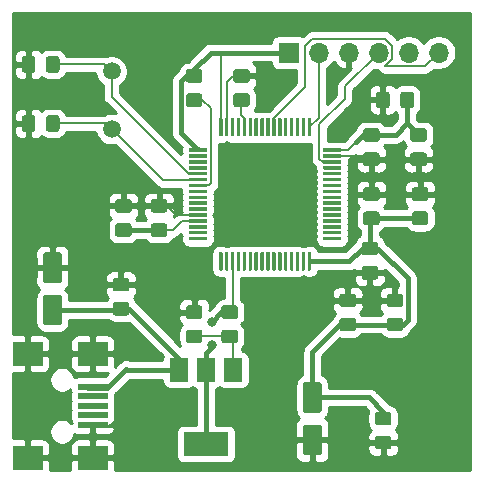
<source format=gbr>
G04 #@! TF.GenerationSoftware,KiCad,Pcbnew,5.1.5-52549c5~84~ubuntu18.04.1*
G04 #@! TF.CreationDate,2020-01-28T09:19:52+01:00*
G04 #@! TF.ProjectId,lab1,6c616231-2e6b-4696-9361-645f70636258,rev?*
G04 #@! TF.SameCoordinates,Original*
G04 #@! TF.FileFunction,Copper,L1,Top*
G04 #@! TF.FilePolarity,Positive*
%FSLAX46Y46*%
G04 Gerber Fmt 4.6, Leading zero omitted, Abs format (unit mm)*
G04 Created by KiCad (PCBNEW 5.1.5-52549c5~84~ubuntu18.04.1) date 2020-01-28 09:19:52*
%MOMM*%
%LPD*%
G04 APERTURE LIST*
%ADD10C,0.100000*%
%ADD11R,2.500000X2.000000*%
%ADD12R,2.500000X0.500000*%
%ADD13R,1.700000X1.700000*%
%ADD14O,1.700000X1.700000*%
%ADD15R,3.800000X2.000000*%
%ADD16R,1.500000X2.000000*%
%ADD17C,1.500000*%
%ADD18C,0.800000*%
%ADD19C,0.400000*%
%ADD20C,0.200000*%
%ADD21C,0.254000*%
G04 APERTURE END LIST*
G04 #@! TA.AperFunction,SMDPad,CuDef*
D10*
G36*
X207032351Y-48800361D02*
G01*
X207039632Y-48801441D01*
X207046771Y-48803229D01*
X207053701Y-48805709D01*
X207060355Y-48808856D01*
X207066668Y-48812640D01*
X207072579Y-48817024D01*
X207078033Y-48821967D01*
X207082976Y-48827421D01*
X207087360Y-48833332D01*
X207091144Y-48839645D01*
X207094291Y-48846299D01*
X207096771Y-48853229D01*
X207098559Y-48860368D01*
X207099639Y-48867649D01*
X207100000Y-48875000D01*
X207100000Y-49025000D01*
X207099639Y-49032351D01*
X207098559Y-49039632D01*
X207096771Y-49046771D01*
X207094291Y-49053701D01*
X207091144Y-49060355D01*
X207087360Y-49066668D01*
X207082976Y-49072579D01*
X207078033Y-49078033D01*
X207072579Y-49082976D01*
X207066668Y-49087360D01*
X207060355Y-49091144D01*
X207053701Y-49094291D01*
X207046771Y-49096771D01*
X207039632Y-49098559D01*
X207032351Y-49099639D01*
X207025000Y-49100000D01*
X205625000Y-49100000D01*
X205617649Y-49099639D01*
X205610368Y-49098559D01*
X205603229Y-49096771D01*
X205596299Y-49094291D01*
X205589645Y-49091144D01*
X205583332Y-49087360D01*
X205577421Y-49082976D01*
X205571967Y-49078033D01*
X205567024Y-49072579D01*
X205562640Y-49066668D01*
X205558856Y-49060355D01*
X205555709Y-49053701D01*
X205553229Y-49046771D01*
X205551441Y-49039632D01*
X205550361Y-49032351D01*
X205550000Y-49025000D01*
X205550000Y-48875000D01*
X205550361Y-48867649D01*
X205551441Y-48860368D01*
X205553229Y-48853229D01*
X205555709Y-48846299D01*
X205558856Y-48839645D01*
X205562640Y-48833332D01*
X205567024Y-48827421D01*
X205571967Y-48821967D01*
X205577421Y-48817024D01*
X205583332Y-48812640D01*
X205589645Y-48808856D01*
X205596299Y-48805709D01*
X205603229Y-48803229D01*
X205610368Y-48801441D01*
X205617649Y-48800361D01*
X205625000Y-48800000D01*
X207025000Y-48800000D01*
X207032351Y-48800361D01*
G37*
G04 #@! TD.AperFunction*
G04 #@! TA.AperFunction,SMDPad,CuDef*
G36*
X207032351Y-49300361D02*
G01*
X207039632Y-49301441D01*
X207046771Y-49303229D01*
X207053701Y-49305709D01*
X207060355Y-49308856D01*
X207066668Y-49312640D01*
X207072579Y-49317024D01*
X207078033Y-49321967D01*
X207082976Y-49327421D01*
X207087360Y-49333332D01*
X207091144Y-49339645D01*
X207094291Y-49346299D01*
X207096771Y-49353229D01*
X207098559Y-49360368D01*
X207099639Y-49367649D01*
X207100000Y-49375000D01*
X207100000Y-49525000D01*
X207099639Y-49532351D01*
X207098559Y-49539632D01*
X207096771Y-49546771D01*
X207094291Y-49553701D01*
X207091144Y-49560355D01*
X207087360Y-49566668D01*
X207082976Y-49572579D01*
X207078033Y-49578033D01*
X207072579Y-49582976D01*
X207066668Y-49587360D01*
X207060355Y-49591144D01*
X207053701Y-49594291D01*
X207046771Y-49596771D01*
X207039632Y-49598559D01*
X207032351Y-49599639D01*
X207025000Y-49600000D01*
X205625000Y-49600000D01*
X205617649Y-49599639D01*
X205610368Y-49598559D01*
X205603229Y-49596771D01*
X205596299Y-49594291D01*
X205589645Y-49591144D01*
X205583332Y-49587360D01*
X205577421Y-49582976D01*
X205571967Y-49578033D01*
X205567024Y-49572579D01*
X205562640Y-49566668D01*
X205558856Y-49560355D01*
X205555709Y-49553701D01*
X205553229Y-49546771D01*
X205551441Y-49539632D01*
X205550361Y-49532351D01*
X205550000Y-49525000D01*
X205550000Y-49375000D01*
X205550361Y-49367649D01*
X205551441Y-49360368D01*
X205553229Y-49353229D01*
X205555709Y-49346299D01*
X205558856Y-49339645D01*
X205562640Y-49333332D01*
X205567024Y-49327421D01*
X205571967Y-49321967D01*
X205577421Y-49317024D01*
X205583332Y-49312640D01*
X205589645Y-49308856D01*
X205596299Y-49305709D01*
X205603229Y-49303229D01*
X205610368Y-49301441D01*
X205617649Y-49300361D01*
X205625000Y-49300000D01*
X207025000Y-49300000D01*
X207032351Y-49300361D01*
G37*
G04 #@! TD.AperFunction*
G04 #@! TA.AperFunction,SMDPad,CuDef*
G36*
X207032351Y-49800361D02*
G01*
X207039632Y-49801441D01*
X207046771Y-49803229D01*
X207053701Y-49805709D01*
X207060355Y-49808856D01*
X207066668Y-49812640D01*
X207072579Y-49817024D01*
X207078033Y-49821967D01*
X207082976Y-49827421D01*
X207087360Y-49833332D01*
X207091144Y-49839645D01*
X207094291Y-49846299D01*
X207096771Y-49853229D01*
X207098559Y-49860368D01*
X207099639Y-49867649D01*
X207100000Y-49875000D01*
X207100000Y-50025000D01*
X207099639Y-50032351D01*
X207098559Y-50039632D01*
X207096771Y-50046771D01*
X207094291Y-50053701D01*
X207091144Y-50060355D01*
X207087360Y-50066668D01*
X207082976Y-50072579D01*
X207078033Y-50078033D01*
X207072579Y-50082976D01*
X207066668Y-50087360D01*
X207060355Y-50091144D01*
X207053701Y-50094291D01*
X207046771Y-50096771D01*
X207039632Y-50098559D01*
X207032351Y-50099639D01*
X207025000Y-50100000D01*
X205625000Y-50100000D01*
X205617649Y-50099639D01*
X205610368Y-50098559D01*
X205603229Y-50096771D01*
X205596299Y-50094291D01*
X205589645Y-50091144D01*
X205583332Y-50087360D01*
X205577421Y-50082976D01*
X205571967Y-50078033D01*
X205567024Y-50072579D01*
X205562640Y-50066668D01*
X205558856Y-50060355D01*
X205555709Y-50053701D01*
X205553229Y-50046771D01*
X205551441Y-50039632D01*
X205550361Y-50032351D01*
X205550000Y-50025000D01*
X205550000Y-49875000D01*
X205550361Y-49867649D01*
X205551441Y-49860368D01*
X205553229Y-49853229D01*
X205555709Y-49846299D01*
X205558856Y-49839645D01*
X205562640Y-49833332D01*
X205567024Y-49827421D01*
X205571967Y-49821967D01*
X205577421Y-49817024D01*
X205583332Y-49812640D01*
X205589645Y-49808856D01*
X205596299Y-49805709D01*
X205603229Y-49803229D01*
X205610368Y-49801441D01*
X205617649Y-49800361D01*
X205625000Y-49800000D01*
X207025000Y-49800000D01*
X207032351Y-49800361D01*
G37*
G04 #@! TD.AperFunction*
G04 #@! TA.AperFunction,SMDPad,CuDef*
G36*
X207032351Y-50300361D02*
G01*
X207039632Y-50301441D01*
X207046771Y-50303229D01*
X207053701Y-50305709D01*
X207060355Y-50308856D01*
X207066668Y-50312640D01*
X207072579Y-50317024D01*
X207078033Y-50321967D01*
X207082976Y-50327421D01*
X207087360Y-50333332D01*
X207091144Y-50339645D01*
X207094291Y-50346299D01*
X207096771Y-50353229D01*
X207098559Y-50360368D01*
X207099639Y-50367649D01*
X207100000Y-50375000D01*
X207100000Y-50525000D01*
X207099639Y-50532351D01*
X207098559Y-50539632D01*
X207096771Y-50546771D01*
X207094291Y-50553701D01*
X207091144Y-50560355D01*
X207087360Y-50566668D01*
X207082976Y-50572579D01*
X207078033Y-50578033D01*
X207072579Y-50582976D01*
X207066668Y-50587360D01*
X207060355Y-50591144D01*
X207053701Y-50594291D01*
X207046771Y-50596771D01*
X207039632Y-50598559D01*
X207032351Y-50599639D01*
X207025000Y-50600000D01*
X205625000Y-50600000D01*
X205617649Y-50599639D01*
X205610368Y-50598559D01*
X205603229Y-50596771D01*
X205596299Y-50594291D01*
X205589645Y-50591144D01*
X205583332Y-50587360D01*
X205577421Y-50582976D01*
X205571967Y-50578033D01*
X205567024Y-50572579D01*
X205562640Y-50566668D01*
X205558856Y-50560355D01*
X205555709Y-50553701D01*
X205553229Y-50546771D01*
X205551441Y-50539632D01*
X205550361Y-50532351D01*
X205550000Y-50525000D01*
X205550000Y-50375000D01*
X205550361Y-50367649D01*
X205551441Y-50360368D01*
X205553229Y-50353229D01*
X205555709Y-50346299D01*
X205558856Y-50339645D01*
X205562640Y-50333332D01*
X205567024Y-50327421D01*
X205571967Y-50321967D01*
X205577421Y-50317024D01*
X205583332Y-50312640D01*
X205589645Y-50308856D01*
X205596299Y-50305709D01*
X205603229Y-50303229D01*
X205610368Y-50301441D01*
X205617649Y-50300361D01*
X205625000Y-50300000D01*
X207025000Y-50300000D01*
X207032351Y-50300361D01*
G37*
G04 #@! TD.AperFunction*
G04 #@! TA.AperFunction,SMDPad,CuDef*
G36*
X207032351Y-50800361D02*
G01*
X207039632Y-50801441D01*
X207046771Y-50803229D01*
X207053701Y-50805709D01*
X207060355Y-50808856D01*
X207066668Y-50812640D01*
X207072579Y-50817024D01*
X207078033Y-50821967D01*
X207082976Y-50827421D01*
X207087360Y-50833332D01*
X207091144Y-50839645D01*
X207094291Y-50846299D01*
X207096771Y-50853229D01*
X207098559Y-50860368D01*
X207099639Y-50867649D01*
X207100000Y-50875000D01*
X207100000Y-51025000D01*
X207099639Y-51032351D01*
X207098559Y-51039632D01*
X207096771Y-51046771D01*
X207094291Y-51053701D01*
X207091144Y-51060355D01*
X207087360Y-51066668D01*
X207082976Y-51072579D01*
X207078033Y-51078033D01*
X207072579Y-51082976D01*
X207066668Y-51087360D01*
X207060355Y-51091144D01*
X207053701Y-51094291D01*
X207046771Y-51096771D01*
X207039632Y-51098559D01*
X207032351Y-51099639D01*
X207025000Y-51100000D01*
X205625000Y-51100000D01*
X205617649Y-51099639D01*
X205610368Y-51098559D01*
X205603229Y-51096771D01*
X205596299Y-51094291D01*
X205589645Y-51091144D01*
X205583332Y-51087360D01*
X205577421Y-51082976D01*
X205571967Y-51078033D01*
X205567024Y-51072579D01*
X205562640Y-51066668D01*
X205558856Y-51060355D01*
X205555709Y-51053701D01*
X205553229Y-51046771D01*
X205551441Y-51039632D01*
X205550361Y-51032351D01*
X205550000Y-51025000D01*
X205550000Y-50875000D01*
X205550361Y-50867649D01*
X205551441Y-50860368D01*
X205553229Y-50853229D01*
X205555709Y-50846299D01*
X205558856Y-50839645D01*
X205562640Y-50833332D01*
X205567024Y-50827421D01*
X205571967Y-50821967D01*
X205577421Y-50817024D01*
X205583332Y-50812640D01*
X205589645Y-50808856D01*
X205596299Y-50805709D01*
X205603229Y-50803229D01*
X205610368Y-50801441D01*
X205617649Y-50800361D01*
X205625000Y-50800000D01*
X207025000Y-50800000D01*
X207032351Y-50800361D01*
G37*
G04 #@! TD.AperFunction*
G04 #@! TA.AperFunction,SMDPad,CuDef*
G36*
X207032351Y-51300361D02*
G01*
X207039632Y-51301441D01*
X207046771Y-51303229D01*
X207053701Y-51305709D01*
X207060355Y-51308856D01*
X207066668Y-51312640D01*
X207072579Y-51317024D01*
X207078033Y-51321967D01*
X207082976Y-51327421D01*
X207087360Y-51333332D01*
X207091144Y-51339645D01*
X207094291Y-51346299D01*
X207096771Y-51353229D01*
X207098559Y-51360368D01*
X207099639Y-51367649D01*
X207100000Y-51375000D01*
X207100000Y-51525000D01*
X207099639Y-51532351D01*
X207098559Y-51539632D01*
X207096771Y-51546771D01*
X207094291Y-51553701D01*
X207091144Y-51560355D01*
X207087360Y-51566668D01*
X207082976Y-51572579D01*
X207078033Y-51578033D01*
X207072579Y-51582976D01*
X207066668Y-51587360D01*
X207060355Y-51591144D01*
X207053701Y-51594291D01*
X207046771Y-51596771D01*
X207039632Y-51598559D01*
X207032351Y-51599639D01*
X207025000Y-51600000D01*
X205625000Y-51600000D01*
X205617649Y-51599639D01*
X205610368Y-51598559D01*
X205603229Y-51596771D01*
X205596299Y-51594291D01*
X205589645Y-51591144D01*
X205583332Y-51587360D01*
X205577421Y-51582976D01*
X205571967Y-51578033D01*
X205567024Y-51572579D01*
X205562640Y-51566668D01*
X205558856Y-51560355D01*
X205555709Y-51553701D01*
X205553229Y-51546771D01*
X205551441Y-51539632D01*
X205550361Y-51532351D01*
X205550000Y-51525000D01*
X205550000Y-51375000D01*
X205550361Y-51367649D01*
X205551441Y-51360368D01*
X205553229Y-51353229D01*
X205555709Y-51346299D01*
X205558856Y-51339645D01*
X205562640Y-51333332D01*
X205567024Y-51327421D01*
X205571967Y-51321967D01*
X205577421Y-51317024D01*
X205583332Y-51312640D01*
X205589645Y-51308856D01*
X205596299Y-51305709D01*
X205603229Y-51303229D01*
X205610368Y-51301441D01*
X205617649Y-51300361D01*
X205625000Y-51300000D01*
X207025000Y-51300000D01*
X207032351Y-51300361D01*
G37*
G04 #@! TD.AperFunction*
G04 #@! TA.AperFunction,SMDPad,CuDef*
G36*
X207032351Y-51800361D02*
G01*
X207039632Y-51801441D01*
X207046771Y-51803229D01*
X207053701Y-51805709D01*
X207060355Y-51808856D01*
X207066668Y-51812640D01*
X207072579Y-51817024D01*
X207078033Y-51821967D01*
X207082976Y-51827421D01*
X207087360Y-51833332D01*
X207091144Y-51839645D01*
X207094291Y-51846299D01*
X207096771Y-51853229D01*
X207098559Y-51860368D01*
X207099639Y-51867649D01*
X207100000Y-51875000D01*
X207100000Y-52025000D01*
X207099639Y-52032351D01*
X207098559Y-52039632D01*
X207096771Y-52046771D01*
X207094291Y-52053701D01*
X207091144Y-52060355D01*
X207087360Y-52066668D01*
X207082976Y-52072579D01*
X207078033Y-52078033D01*
X207072579Y-52082976D01*
X207066668Y-52087360D01*
X207060355Y-52091144D01*
X207053701Y-52094291D01*
X207046771Y-52096771D01*
X207039632Y-52098559D01*
X207032351Y-52099639D01*
X207025000Y-52100000D01*
X205625000Y-52100000D01*
X205617649Y-52099639D01*
X205610368Y-52098559D01*
X205603229Y-52096771D01*
X205596299Y-52094291D01*
X205589645Y-52091144D01*
X205583332Y-52087360D01*
X205577421Y-52082976D01*
X205571967Y-52078033D01*
X205567024Y-52072579D01*
X205562640Y-52066668D01*
X205558856Y-52060355D01*
X205555709Y-52053701D01*
X205553229Y-52046771D01*
X205551441Y-52039632D01*
X205550361Y-52032351D01*
X205550000Y-52025000D01*
X205550000Y-51875000D01*
X205550361Y-51867649D01*
X205551441Y-51860368D01*
X205553229Y-51853229D01*
X205555709Y-51846299D01*
X205558856Y-51839645D01*
X205562640Y-51833332D01*
X205567024Y-51827421D01*
X205571967Y-51821967D01*
X205577421Y-51817024D01*
X205583332Y-51812640D01*
X205589645Y-51808856D01*
X205596299Y-51805709D01*
X205603229Y-51803229D01*
X205610368Y-51801441D01*
X205617649Y-51800361D01*
X205625000Y-51800000D01*
X207025000Y-51800000D01*
X207032351Y-51800361D01*
G37*
G04 #@! TD.AperFunction*
G04 #@! TA.AperFunction,SMDPad,CuDef*
G36*
X207032351Y-52300361D02*
G01*
X207039632Y-52301441D01*
X207046771Y-52303229D01*
X207053701Y-52305709D01*
X207060355Y-52308856D01*
X207066668Y-52312640D01*
X207072579Y-52317024D01*
X207078033Y-52321967D01*
X207082976Y-52327421D01*
X207087360Y-52333332D01*
X207091144Y-52339645D01*
X207094291Y-52346299D01*
X207096771Y-52353229D01*
X207098559Y-52360368D01*
X207099639Y-52367649D01*
X207100000Y-52375000D01*
X207100000Y-52525000D01*
X207099639Y-52532351D01*
X207098559Y-52539632D01*
X207096771Y-52546771D01*
X207094291Y-52553701D01*
X207091144Y-52560355D01*
X207087360Y-52566668D01*
X207082976Y-52572579D01*
X207078033Y-52578033D01*
X207072579Y-52582976D01*
X207066668Y-52587360D01*
X207060355Y-52591144D01*
X207053701Y-52594291D01*
X207046771Y-52596771D01*
X207039632Y-52598559D01*
X207032351Y-52599639D01*
X207025000Y-52600000D01*
X205625000Y-52600000D01*
X205617649Y-52599639D01*
X205610368Y-52598559D01*
X205603229Y-52596771D01*
X205596299Y-52594291D01*
X205589645Y-52591144D01*
X205583332Y-52587360D01*
X205577421Y-52582976D01*
X205571967Y-52578033D01*
X205567024Y-52572579D01*
X205562640Y-52566668D01*
X205558856Y-52560355D01*
X205555709Y-52553701D01*
X205553229Y-52546771D01*
X205551441Y-52539632D01*
X205550361Y-52532351D01*
X205550000Y-52525000D01*
X205550000Y-52375000D01*
X205550361Y-52367649D01*
X205551441Y-52360368D01*
X205553229Y-52353229D01*
X205555709Y-52346299D01*
X205558856Y-52339645D01*
X205562640Y-52333332D01*
X205567024Y-52327421D01*
X205571967Y-52321967D01*
X205577421Y-52317024D01*
X205583332Y-52312640D01*
X205589645Y-52308856D01*
X205596299Y-52305709D01*
X205603229Y-52303229D01*
X205610368Y-52301441D01*
X205617649Y-52300361D01*
X205625000Y-52300000D01*
X207025000Y-52300000D01*
X207032351Y-52300361D01*
G37*
G04 #@! TD.AperFunction*
G04 #@! TA.AperFunction,SMDPad,CuDef*
G36*
X207032351Y-52800361D02*
G01*
X207039632Y-52801441D01*
X207046771Y-52803229D01*
X207053701Y-52805709D01*
X207060355Y-52808856D01*
X207066668Y-52812640D01*
X207072579Y-52817024D01*
X207078033Y-52821967D01*
X207082976Y-52827421D01*
X207087360Y-52833332D01*
X207091144Y-52839645D01*
X207094291Y-52846299D01*
X207096771Y-52853229D01*
X207098559Y-52860368D01*
X207099639Y-52867649D01*
X207100000Y-52875000D01*
X207100000Y-53025000D01*
X207099639Y-53032351D01*
X207098559Y-53039632D01*
X207096771Y-53046771D01*
X207094291Y-53053701D01*
X207091144Y-53060355D01*
X207087360Y-53066668D01*
X207082976Y-53072579D01*
X207078033Y-53078033D01*
X207072579Y-53082976D01*
X207066668Y-53087360D01*
X207060355Y-53091144D01*
X207053701Y-53094291D01*
X207046771Y-53096771D01*
X207039632Y-53098559D01*
X207032351Y-53099639D01*
X207025000Y-53100000D01*
X205625000Y-53100000D01*
X205617649Y-53099639D01*
X205610368Y-53098559D01*
X205603229Y-53096771D01*
X205596299Y-53094291D01*
X205589645Y-53091144D01*
X205583332Y-53087360D01*
X205577421Y-53082976D01*
X205571967Y-53078033D01*
X205567024Y-53072579D01*
X205562640Y-53066668D01*
X205558856Y-53060355D01*
X205555709Y-53053701D01*
X205553229Y-53046771D01*
X205551441Y-53039632D01*
X205550361Y-53032351D01*
X205550000Y-53025000D01*
X205550000Y-52875000D01*
X205550361Y-52867649D01*
X205551441Y-52860368D01*
X205553229Y-52853229D01*
X205555709Y-52846299D01*
X205558856Y-52839645D01*
X205562640Y-52833332D01*
X205567024Y-52827421D01*
X205571967Y-52821967D01*
X205577421Y-52817024D01*
X205583332Y-52812640D01*
X205589645Y-52808856D01*
X205596299Y-52805709D01*
X205603229Y-52803229D01*
X205610368Y-52801441D01*
X205617649Y-52800361D01*
X205625000Y-52800000D01*
X207025000Y-52800000D01*
X207032351Y-52800361D01*
G37*
G04 #@! TD.AperFunction*
G04 #@! TA.AperFunction,SMDPad,CuDef*
G36*
X207032351Y-53300361D02*
G01*
X207039632Y-53301441D01*
X207046771Y-53303229D01*
X207053701Y-53305709D01*
X207060355Y-53308856D01*
X207066668Y-53312640D01*
X207072579Y-53317024D01*
X207078033Y-53321967D01*
X207082976Y-53327421D01*
X207087360Y-53333332D01*
X207091144Y-53339645D01*
X207094291Y-53346299D01*
X207096771Y-53353229D01*
X207098559Y-53360368D01*
X207099639Y-53367649D01*
X207100000Y-53375000D01*
X207100000Y-53525000D01*
X207099639Y-53532351D01*
X207098559Y-53539632D01*
X207096771Y-53546771D01*
X207094291Y-53553701D01*
X207091144Y-53560355D01*
X207087360Y-53566668D01*
X207082976Y-53572579D01*
X207078033Y-53578033D01*
X207072579Y-53582976D01*
X207066668Y-53587360D01*
X207060355Y-53591144D01*
X207053701Y-53594291D01*
X207046771Y-53596771D01*
X207039632Y-53598559D01*
X207032351Y-53599639D01*
X207025000Y-53600000D01*
X205625000Y-53600000D01*
X205617649Y-53599639D01*
X205610368Y-53598559D01*
X205603229Y-53596771D01*
X205596299Y-53594291D01*
X205589645Y-53591144D01*
X205583332Y-53587360D01*
X205577421Y-53582976D01*
X205571967Y-53578033D01*
X205567024Y-53572579D01*
X205562640Y-53566668D01*
X205558856Y-53560355D01*
X205555709Y-53553701D01*
X205553229Y-53546771D01*
X205551441Y-53539632D01*
X205550361Y-53532351D01*
X205550000Y-53525000D01*
X205550000Y-53375000D01*
X205550361Y-53367649D01*
X205551441Y-53360368D01*
X205553229Y-53353229D01*
X205555709Y-53346299D01*
X205558856Y-53339645D01*
X205562640Y-53333332D01*
X205567024Y-53327421D01*
X205571967Y-53321967D01*
X205577421Y-53317024D01*
X205583332Y-53312640D01*
X205589645Y-53308856D01*
X205596299Y-53305709D01*
X205603229Y-53303229D01*
X205610368Y-53301441D01*
X205617649Y-53300361D01*
X205625000Y-53300000D01*
X207025000Y-53300000D01*
X207032351Y-53300361D01*
G37*
G04 #@! TD.AperFunction*
G04 #@! TA.AperFunction,SMDPad,CuDef*
G36*
X207032351Y-53800361D02*
G01*
X207039632Y-53801441D01*
X207046771Y-53803229D01*
X207053701Y-53805709D01*
X207060355Y-53808856D01*
X207066668Y-53812640D01*
X207072579Y-53817024D01*
X207078033Y-53821967D01*
X207082976Y-53827421D01*
X207087360Y-53833332D01*
X207091144Y-53839645D01*
X207094291Y-53846299D01*
X207096771Y-53853229D01*
X207098559Y-53860368D01*
X207099639Y-53867649D01*
X207100000Y-53875000D01*
X207100000Y-54025000D01*
X207099639Y-54032351D01*
X207098559Y-54039632D01*
X207096771Y-54046771D01*
X207094291Y-54053701D01*
X207091144Y-54060355D01*
X207087360Y-54066668D01*
X207082976Y-54072579D01*
X207078033Y-54078033D01*
X207072579Y-54082976D01*
X207066668Y-54087360D01*
X207060355Y-54091144D01*
X207053701Y-54094291D01*
X207046771Y-54096771D01*
X207039632Y-54098559D01*
X207032351Y-54099639D01*
X207025000Y-54100000D01*
X205625000Y-54100000D01*
X205617649Y-54099639D01*
X205610368Y-54098559D01*
X205603229Y-54096771D01*
X205596299Y-54094291D01*
X205589645Y-54091144D01*
X205583332Y-54087360D01*
X205577421Y-54082976D01*
X205571967Y-54078033D01*
X205567024Y-54072579D01*
X205562640Y-54066668D01*
X205558856Y-54060355D01*
X205555709Y-54053701D01*
X205553229Y-54046771D01*
X205551441Y-54039632D01*
X205550361Y-54032351D01*
X205550000Y-54025000D01*
X205550000Y-53875000D01*
X205550361Y-53867649D01*
X205551441Y-53860368D01*
X205553229Y-53853229D01*
X205555709Y-53846299D01*
X205558856Y-53839645D01*
X205562640Y-53833332D01*
X205567024Y-53827421D01*
X205571967Y-53821967D01*
X205577421Y-53817024D01*
X205583332Y-53812640D01*
X205589645Y-53808856D01*
X205596299Y-53805709D01*
X205603229Y-53803229D01*
X205610368Y-53801441D01*
X205617649Y-53800361D01*
X205625000Y-53800000D01*
X207025000Y-53800000D01*
X207032351Y-53800361D01*
G37*
G04 #@! TD.AperFunction*
G04 #@! TA.AperFunction,SMDPad,CuDef*
G36*
X207032351Y-54300361D02*
G01*
X207039632Y-54301441D01*
X207046771Y-54303229D01*
X207053701Y-54305709D01*
X207060355Y-54308856D01*
X207066668Y-54312640D01*
X207072579Y-54317024D01*
X207078033Y-54321967D01*
X207082976Y-54327421D01*
X207087360Y-54333332D01*
X207091144Y-54339645D01*
X207094291Y-54346299D01*
X207096771Y-54353229D01*
X207098559Y-54360368D01*
X207099639Y-54367649D01*
X207100000Y-54375000D01*
X207100000Y-54525000D01*
X207099639Y-54532351D01*
X207098559Y-54539632D01*
X207096771Y-54546771D01*
X207094291Y-54553701D01*
X207091144Y-54560355D01*
X207087360Y-54566668D01*
X207082976Y-54572579D01*
X207078033Y-54578033D01*
X207072579Y-54582976D01*
X207066668Y-54587360D01*
X207060355Y-54591144D01*
X207053701Y-54594291D01*
X207046771Y-54596771D01*
X207039632Y-54598559D01*
X207032351Y-54599639D01*
X207025000Y-54600000D01*
X205625000Y-54600000D01*
X205617649Y-54599639D01*
X205610368Y-54598559D01*
X205603229Y-54596771D01*
X205596299Y-54594291D01*
X205589645Y-54591144D01*
X205583332Y-54587360D01*
X205577421Y-54582976D01*
X205571967Y-54578033D01*
X205567024Y-54572579D01*
X205562640Y-54566668D01*
X205558856Y-54560355D01*
X205555709Y-54553701D01*
X205553229Y-54546771D01*
X205551441Y-54539632D01*
X205550361Y-54532351D01*
X205550000Y-54525000D01*
X205550000Y-54375000D01*
X205550361Y-54367649D01*
X205551441Y-54360368D01*
X205553229Y-54353229D01*
X205555709Y-54346299D01*
X205558856Y-54339645D01*
X205562640Y-54333332D01*
X205567024Y-54327421D01*
X205571967Y-54321967D01*
X205577421Y-54317024D01*
X205583332Y-54312640D01*
X205589645Y-54308856D01*
X205596299Y-54305709D01*
X205603229Y-54303229D01*
X205610368Y-54301441D01*
X205617649Y-54300361D01*
X205625000Y-54300000D01*
X207025000Y-54300000D01*
X207032351Y-54300361D01*
G37*
G04 #@! TD.AperFunction*
G04 #@! TA.AperFunction,SMDPad,CuDef*
G36*
X207032351Y-54800361D02*
G01*
X207039632Y-54801441D01*
X207046771Y-54803229D01*
X207053701Y-54805709D01*
X207060355Y-54808856D01*
X207066668Y-54812640D01*
X207072579Y-54817024D01*
X207078033Y-54821967D01*
X207082976Y-54827421D01*
X207087360Y-54833332D01*
X207091144Y-54839645D01*
X207094291Y-54846299D01*
X207096771Y-54853229D01*
X207098559Y-54860368D01*
X207099639Y-54867649D01*
X207100000Y-54875000D01*
X207100000Y-55025000D01*
X207099639Y-55032351D01*
X207098559Y-55039632D01*
X207096771Y-55046771D01*
X207094291Y-55053701D01*
X207091144Y-55060355D01*
X207087360Y-55066668D01*
X207082976Y-55072579D01*
X207078033Y-55078033D01*
X207072579Y-55082976D01*
X207066668Y-55087360D01*
X207060355Y-55091144D01*
X207053701Y-55094291D01*
X207046771Y-55096771D01*
X207039632Y-55098559D01*
X207032351Y-55099639D01*
X207025000Y-55100000D01*
X205625000Y-55100000D01*
X205617649Y-55099639D01*
X205610368Y-55098559D01*
X205603229Y-55096771D01*
X205596299Y-55094291D01*
X205589645Y-55091144D01*
X205583332Y-55087360D01*
X205577421Y-55082976D01*
X205571967Y-55078033D01*
X205567024Y-55072579D01*
X205562640Y-55066668D01*
X205558856Y-55060355D01*
X205555709Y-55053701D01*
X205553229Y-55046771D01*
X205551441Y-55039632D01*
X205550361Y-55032351D01*
X205550000Y-55025000D01*
X205550000Y-54875000D01*
X205550361Y-54867649D01*
X205551441Y-54860368D01*
X205553229Y-54853229D01*
X205555709Y-54846299D01*
X205558856Y-54839645D01*
X205562640Y-54833332D01*
X205567024Y-54827421D01*
X205571967Y-54821967D01*
X205577421Y-54817024D01*
X205583332Y-54812640D01*
X205589645Y-54808856D01*
X205596299Y-54805709D01*
X205603229Y-54803229D01*
X205610368Y-54801441D01*
X205617649Y-54800361D01*
X205625000Y-54800000D01*
X207025000Y-54800000D01*
X207032351Y-54800361D01*
G37*
G04 #@! TD.AperFunction*
G04 #@! TA.AperFunction,SMDPad,CuDef*
G36*
X207032351Y-55300361D02*
G01*
X207039632Y-55301441D01*
X207046771Y-55303229D01*
X207053701Y-55305709D01*
X207060355Y-55308856D01*
X207066668Y-55312640D01*
X207072579Y-55317024D01*
X207078033Y-55321967D01*
X207082976Y-55327421D01*
X207087360Y-55333332D01*
X207091144Y-55339645D01*
X207094291Y-55346299D01*
X207096771Y-55353229D01*
X207098559Y-55360368D01*
X207099639Y-55367649D01*
X207100000Y-55375000D01*
X207100000Y-55525000D01*
X207099639Y-55532351D01*
X207098559Y-55539632D01*
X207096771Y-55546771D01*
X207094291Y-55553701D01*
X207091144Y-55560355D01*
X207087360Y-55566668D01*
X207082976Y-55572579D01*
X207078033Y-55578033D01*
X207072579Y-55582976D01*
X207066668Y-55587360D01*
X207060355Y-55591144D01*
X207053701Y-55594291D01*
X207046771Y-55596771D01*
X207039632Y-55598559D01*
X207032351Y-55599639D01*
X207025000Y-55600000D01*
X205625000Y-55600000D01*
X205617649Y-55599639D01*
X205610368Y-55598559D01*
X205603229Y-55596771D01*
X205596299Y-55594291D01*
X205589645Y-55591144D01*
X205583332Y-55587360D01*
X205577421Y-55582976D01*
X205571967Y-55578033D01*
X205567024Y-55572579D01*
X205562640Y-55566668D01*
X205558856Y-55560355D01*
X205555709Y-55553701D01*
X205553229Y-55546771D01*
X205551441Y-55539632D01*
X205550361Y-55532351D01*
X205550000Y-55525000D01*
X205550000Y-55375000D01*
X205550361Y-55367649D01*
X205551441Y-55360368D01*
X205553229Y-55353229D01*
X205555709Y-55346299D01*
X205558856Y-55339645D01*
X205562640Y-55333332D01*
X205567024Y-55327421D01*
X205571967Y-55321967D01*
X205577421Y-55317024D01*
X205583332Y-55312640D01*
X205589645Y-55308856D01*
X205596299Y-55305709D01*
X205603229Y-55303229D01*
X205610368Y-55301441D01*
X205617649Y-55300361D01*
X205625000Y-55300000D01*
X207025000Y-55300000D01*
X207032351Y-55300361D01*
G37*
G04 #@! TD.AperFunction*
G04 #@! TA.AperFunction,SMDPad,CuDef*
G36*
X207032351Y-55800361D02*
G01*
X207039632Y-55801441D01*
X207046771Y-55803229D01*
X207053701Y-55805709D01*
X207060355Y-55808856D01*
X207066668Y-55812640D01*
X207072579Y-55817024D01*
X207078033Y-55821967D01*
X207082976Y-55827421D01*
X207087360Y-55833332D01*
X207091144Y-55839645D01*
X207094291Y-55846299D01*
X207096771Y-55853229D01*
X207098559Y-55860368D01*
X207099639Y-55867649D01*
X207100000Y-55875000D01*
X207100000Y-56025000D01*
X207099639Y-56032351D01*
X207098559Y-56039632D01*
X207096771Y-56046771D01*
X207094291Y-56053701D01*
X207091144Y-56060355D01*
X207087360Y-56066668D01*
X207082976Y-56072579D01*
X207078033Y-56078033D01*
X207072579Y-56082976D01*
X207066668Y-56087360D01*
X207060355Y-56091144D01*
X207053701Y-56094291D01*
X207046771Y-56096771D01*
X207039632Y-56098559D01*
X207032351Y-56099639D01*
X207025000Y-56100000D01*
X205625000Y-56100000D01*
X205617649Y-56099639D01*
X205610368Y-56098559D01*
X205603229Y-56096771D01*
X205596299Y-56094291D01*
X205589645Y-56091144D01*
X205583332Y-56087360D01*
X205577421Y-56082976D01*
X205571967Y-56078033D01*
X205567024Y-56072579D01*
X205562640Y-56066668D01*
X205558856Y-56060355D01*
X205555709Y-56053701D01*
X205553229Y-56046771D01*
X205551441Y-56039632D01*
X205550361Y-56032351D01*
X205550000Y-56025000D01*
X205550000Y-55875000D01*
X205550361Y-55867649D01*
X205551441Y-55860368D01*
X205553229Y-55853229D01*
X205555709Y-55846299D01*
X205558856Y-55839645D01*
X205562640Y-55833332D01*
X205567024Y-55827421D01*
X205571967Y-55821967D01*
X205577421Y-55817024D01*
X205583332Y-55812640D01*
X205589645Y-55808856D01*
X205596299Y-55805709D01*
X205603229Y-55803229D01*
X205610368Y-55801441D01*
X205617649Y-55800361D01*
X205625000Y-55800000D01*
X207025000Y-55800000D01*
X207032351Y-55800361D01*
G37*
G04 #@! TD.AperFunction*
G04 #@! TA.AperFunction,SMDPad,CuDef*
G36*
X207032351Y-56300361D02*
G01*
X207039632Y-56301441D01*
X207046771Y-56303229D01*
X207053701Y-56305709D01*
X207060355Y-56308856D01*
X207066668Y-56312640D01*
X207072579Y-56317024D01*
X207078033Y-56321967D01*
X207082976Y-56327421D01*
X207087360Y-56333332D01*
X207091144Y-56339645D01*
X207094291Y-56346299D01*
X207096771Y-56353229D01*
X207098559Y-56360368D01*
X207099639Y-56367649D01*
X207100000Y-56375000D01*
X207100000Y-56525000D01*
X207099639Y-56532351D01*
X207098559Y-56539632D01*
X207096771Y-56546771D01*
X207094291Y-56553701D01*
X207091144Y-56560355D01*
X207087360Y-56566668D01*
X207082976Y-56572579D01*
X207078033Y-56578033D01*
X207072579Y-56582976D01*
X207066668Y-56587360D01*
X207060355Y-56591144D01*
X207053701Y-56594291D01*
X207046771Y-56596771D01*
X207039632Y-56598559D01*
X207032351Y-56599639D01*
X207025000Y-56600000D01*
X205625000Y-56600000D01*
X205617649Y-56599639D01*
X205610368Y-56598559D01*
X205603229Y-56596771D01*
X205596299Y-56594291D01*
X205589645Y-56591144D01*
X205583332Y-56587360D01*
X205577421Y-56582976D01*
X205571967Y-56578033D01*
X205567024Y-56572579D01*
X205562640Y-56566668D01*
X205558856Y-56560355D01*
X205555709Y-56553701D01*
X205553229Y-56546771D01*
X205551441Y-56539632D01*
X205550361Y-56532351D01*
X205550000Y-56525000D01*
X205550000Y-56375000D01*
X205550361Y-56367649D01*
X205551441Y-56360368D01*
X205553229Y-56353229D01*
X205555709Y-56346299D01*
X205558856Y-56339645D01*
X205562640Y-56333332D01*
X205567024Y-56327421D01*
X205571967Y-56321967D01*
X205577421Y-56317024D01*
X205583332Y-56312640D01*
X205589645Y-56308856D01*
X205596299Y-56305709D01*
X205603229Y-56303229D01*
X205610368Y-56301441D01*
X205617649Y-56300361D01*
X205625000Y-56300000D01*
X207025000Y-56300000D01*
X207032351Y-56300361D01*
G37*
G04 #@! TD.AperFunction*
G04 #@! TA.AperFunction,SMDPad,CuDef*
G36*
X208332351Y-57600361D02*
G01*
X208339632Y-57601441D01*
X208346771Y-57603229D01*
X208353701Y-57605709D01*
X208360355Y-57608856D01*
X208366668Y-57612640D01*
X208372579Y-57617024D01*
X208378033Y-57621967D01*
X208382976Y-57627421D01*
X208387360Y-57633332D01*
X208391144Y-57639645D01*
X208394291Y-57646299D01*
X208396771Y-57653229D01*
X208398559Y-57660368D01*
X208399639Y-57667649D01*
X208400000Y-57675000D01*
X208400000Y-59075000D01*
X208399639Y-59082351D01*
X208398559Y-59089632D01*
X208396771Y-59096771D01*
X208394291Y-59103701D01*
X208391144Y-59110355D01*
X208387360Y-59116668D01*
X208382976Y-59122579D01*
X208378033Y-59128033D01*
X208372579Y-59132976D01*
X208366668Y-59137360D01*
X208360355Y-59141144D01*
X208353701Y-59144291D01*
X208346771Y-59146771D01*
X208339632Y-59148559D01*
X208332351Y-59149639D01*
X208325000Y-59150000D01*
X208175000Y-59150000D01*
X208167649Y-59149639D01*
X208160368Y-59148559D01*
X208153229Y-59146771D01*
X208146299Y-59144291D01*
X208139645Y-59141144D01*
X208133332Y-59137360D01*
X208127421Y-59132976D01*
X208121967Y-59128033D01*
X208117024Y-59122579D01*
X208112640Y-59116668D01*
X208108856Y-59110355D01*
X208105709Y-59103701D01*
X208103229Y-59096771D01*
X208101441Y-59089632D01*
X208100361Y-59082351D01*
X208100000Y-59075000D01*
X208100000Y-57675000D01*
X208100361Y-57667649D01*
X208101441Y-57660368D01*
X208103229Y-57653229D01*
X208105709Y-57646299D01*
X208108856Y-57639645D01*
X208112640Y-57633332D01*
X208117024Y-57627421D01*
X208121967Y-57621967D01*
X208127421Y-57617024D01*
X208133332Y-57612640D01*
X208139645Y-57608856D01*
X208146299Y-57605709D01*
X208153229Y-57603229D01*
X208160368Y-57601441D01*
X208167649Y-57600361D01*
X208175000Y-57600000D01*
X208325000Y-57600000D01*
X208332351Y-57600361D01*
G37*
G04 #@! TD.AperFunction*
G04 #@! TA.AperFunction,SMDPad,CuDef*
G36*
X208832351Y-57600361D02*
G01*
X208839632Y-57601441D01*
X208846771Y-57603229D01*
X208853701Y-57605709D01*
X208860355Y-57608856D01*
X208866668Y-57612640D01*
X208872579Y-57617024D01*
X208878033Y-57621967D01*
X208882976Y-57627421D01*
X208887360Y-57633332D01*
X208891144Y-57639645D01*
X208894291Y-57646299D01*
X208896771Y-57653229D01*
X208898559Y-57660368D01*
X208899639Y-57667649D01*
X208900000Y-57675000D01*
X208900000Y-59075000D01*
X208899639Y-59082351D01*
X208898559Y-59089632D01*
X208896771Y-59096771D01*
X208894291Y-59103701D01*
X208891144Y-59110355D01*
X208887360Y-59116668D01*
X208882976Y-59122579D01*
X208878033Y-59128033D01*
X208872579Y-59132976D01*
X208866668Y-59137360D01*
X208860355Y-59141144D01*
X208853701Y-59144291D01*
X208846771Y-59146771D01*
X208839632Y-59148559D01*
X208832351Y-59149639D01*
X208825000Y-59150000D01*
X208675000Y-59150000D01*
X208667649Y-59149639D01*
X208660368Y-59148559D01*
X208653229Y-59146771D01*
X208646299Y-59144291D01*
X208639645Y-59141144D01*
X208633332Y-59137360D01*
X208627421Y-59132976D01*
X208621967Y-59128033D01*
X208617024Y-59122579D01*
X208612640Y-59116668D01*
X208608856Y-59110355D01*
X208605709Y-59103701D01*
X208603229Y-59096771D01*
X208601441Y-59089632D01*
X208600361Y-59082351D01*
X208600000Y-59075000D01*
X208600000Y-57675000D01*
X208600361Y-57667649D01*
X208601441Y-57660368D01*
X208603229Y-57653229D01*
X208605709Y-57646299D01*
X208608856Y-57639645D01*
X208612640Y-57633332D01*
X208617024Y-57627421D01*
X208621967Y-57621967D01*
X208627421Y-57617024D01*
X208633332Y-57612640D01*
X208639645Y-57608856D01*
X208646299Y-57605709D01*
X208653229Y-57603229D01*
X208660368Y-57601441D01*
X208667649Y-57600361D01*
X208675000Y-57600000D01*
X208825000Y-57600000D01*
X208832351Y-57600361D01*
G37*
G04 #@! TD.AperFunction*
G04 #@! TA.AperFunction,SMDPad,CuDef*
G36*
X209332351Y-57600361D02*
G01*
X209339632Y-57601441D01*
X209346771Y-57603229D01*
X209353701Y-57605709D01*
X209360355Y-57608856D01*
X209366668Y-57612640D01*
X209372579Y-57617024D01*
X209378033Y-57621967D01*
X209382976Y-57627421D01*
X209387360Y-57633332D01*
X209391144Y-57639645D01*
X209394291Y-57646299D01*
X209396771Y-57653229D01*
X209398559Y-57660368D01*
X209399639Y-57667649D01*
X209400000Y-57675000D01*
X209400000Y-59075000D01*
X209399639Y-59082351D01*
X209398559Y-59089632D01*
X209396771Y-59096771D01*
X209394291Y-59103701D01*
X209391144Y-59110355D01*
X209387360Y-59116668D01*
X209382976Y-59122579D01*
X209378033Y-59128033D01*
X209372579Y-59132976D01*
X209366668Y-59137360D01*
X209360355Y-59141144D01*
X209353701Y-59144291D01*
X209346771Y-59146771D01*
X209339632Y-59148559D01*
X209332351Y-59149639D01*
X209325000Y-59150000D01*
X209175000Y-59150000D01*
X209167649Y-59149639D01*
X209160368Y-59148559D01*
X209153229Y-59146771D01*
X209146299Y-59144291D01*
X209139645Y-59141144D01*
X209133332Y-59137360D01*
X209127421Y-59132976D01*
X209121967Y-59128033D01*
X209117024Y-59122579D01*
X209112640Y-59116668D01*
X209108856Y-59110355D01*
X209105709Y-59103701D01*
X209103229Y-59096771D01*
X209101441Y-59089632D01*
X209100361Y-59082351D01*
X209100000Y-59075000D01*
X209100000Y-57675000D01*
X209100361Y-57667649D01*
X209101441Y-57660368D01*
X209103229Y-57653229D01*
X209105709Y-57646299D01*
X209108856Y-57639645D01*
X209112640Y-57633332D01*
X209117024Y-57627421D01*
X209121967Y-57621967D01*
X209127421Y-57617024D01*
X209133332Y-57612640D01*
X209139645Y-57608856D01*
X209146299Y-57605709D01*
X209153229Y-57603229D01*
X209160368Y-57601441D01*
X209167649Y-57600361D01*
X209175000Y-57600000D01*
X209325000Y-57600000D01*
X209332351Y-57600361D01*
G37*
G04 #@! TD.AperFunction*
G04 #@! TA.AperFunction,SMDPad,CuDef*
G36*
X209832351Y-57600361D02*
G01*
X209839632Y-57601441D01*
X209846771Y-57603229D01*
X209853701Y-57605709D01*
X209860355Y-57608856D01*
X209866668Y-57612640D01*
X209872579Y-57617024D01*
X209878033Y-57621967D01*
X209882976Y-57627421D01*
X209887360Y-57633332D01*
X209891144Y-57639645D01*
X209894291Y-57646299D01*
X209896771Y-57653229D01*
X209898559Y-57660368D01*
X209899639Y-57667649D01*
X209900000Y-57675000D01*
X209900000Y-59075000D01*
X209899639Y-59082351D01*
X209898559Y-59089632D01*
X209896771Y-59096771D01*
X209894291Y-59103701D01*
X209891144Y-59110355D01*
X209887360Y-59116668D01*
X209882976Y-59122579D01*
X209878033Y-59128033D01*
X209872579Y-59132976D01*
X209866668Y-59137360D01*
X209860355Y-59141144D01*
X209853701Y-59144291D01*
X209846771Y-59146771D01*
X209839632Y-59148559D01*
X209832351Y-59149639D01*
X209825000Y-59150000D01*
X209675000Y-59150000D01*
X209667649Y-59149639D01*
X209660368Y-59148559D01*
X209653229Y-59146771D01*
X209646299Y-59144291D01*
X209639645Y-59141144D01*
X209633332Y-59137360D01*
X209627421Y-59132976D01*
X209621967Y-59128033D01*
X209617024Y-59122579D01*
X209612640Y-59116668D01*
X209608856Y-59110355D01*
X209605709Y-59103701D01*
X209603229Y-59096771D01*
X209601441Y-59089632D01*
X209600361Y-59082351D01*
X209600000Y-59075000D01*
X209600000Y-57675000D01*
X209600361Y-57667649D01*
X209601441Y-57660368D01*
X209603229Y-57653229D01*
X209605709Y-57646299D01*
X209608856Y-57639645D01*
X209612640Y-57633332D01*
X209617024Y-57627421D01*
X209621967Y-57621967D01*
X209627421Y-57617024D01*
X209633332Y-57612640D01*
X209639645Y-57608856D01*
X209646299Y-57605709D01*
X209653229Y-57603229D01*
X209660368Y-57601441D01*
X209667649Y-57600361D01*
X209675000Y-57600000D01*
X209825000Y-57600000D01*
X209832351Y-57600361D01*
G37*
G04 #@! TD.AperFunction*
G04 #@! TA.AperFunction,SMDPad,CuDef*
G36*
X210332351Y-57600361D02*
G01*
X210339632Y-57601441D01*
X210346771Y-57603229D01*
X210353701Y-57605709D01*
X210360355Y-57608856D01*
X210366668Y-57612640D01*
X210372579Y-57617024D01*
X210378033Y-57621967D01*
X210382976Y-57627421D01*
X210387360Y-57633332D01*
X210391144Y-57639645D01*
X210394291Y-57646299D01*
X210396771Y-57653229D01*
X210398559Y-57660368D01*
X210399639Y-57667649D01*
X210400000Y-57675000D01*
X210400000Y-59075000D01*
X210399639Y-59082351D01*
X210398559Y-59089632D01*
X210396771Y-59096771D01*
X210394291Y-59103701D01*
X210391144Y-59110355D01*
X210387360Y-59116668D01*
X210382976Y-59122579D01*
X210378033Y-59128033D01*
X210372579Y-59132976D01*
X210366668Y-59137360D01*
X210360355Y-59141144D01*
X210353701Y-59144291D01*
X210346771Y-59146771D01*
X210339632Y-59148559D01*
X210332351Y-59149639D01*
X210325000Y-59150000D01*
X210175000Y-59150000D01*
X210167649Y-59149639D01*
X210160368Y-59148559D01*
X210153229Y-59146771D01*
X210146299Y-59144291D01*
X210139645Y-59141144D01*
X210133332Y-59137360D01*
X210127421Y-59132976D01*
X210121967Y-59128033D01*
X210117024Y-59122579D01*
X210112640Y-59116668D01*
X210108856Y-59110355D01*
X210105709Y-59103701D01*
X210103229Y-59096771D01*
X210101441Y-59089632D01*
X210100361Y-59082351D01*
X210100000Y-59075000D01*
X210100000Y-57675000D01*
X210100361Y-57667649D01*
X210101441Y-57660368D01*
X210103229Y-57653229D01*
X210105709Y-57646299D01*
X210108856Y-57639645D01*
X210112640Y-57633332D01*
X210117024Y-57627421D01*
X210121967Y-57621967D01*
X210127421Y-57617024D01*
X210133332Y-57612640D01*
X210139645Y-57608856D01*
X210146299Y-57605709D01*
X210153229Y-57603229D01*
X210160368Y-57601441D01*
X210167649Y-57600361D01*
X210175000Y-57600000D01*
X210325000Y-57600000D01*
X210332351Y-57600361D01*
G37*
G04 #@! TD.AperFunction*
G04 #@! TA.AperFunction,SMDPad,CuDef*
G36*
X210832351Y-57600361D02*
G01*
X210839632Y-57601441D01*
X210846771Y-57603229D01*
X210853701Y-57605709D01*
X210860355Y-57608856D01*
X210866668Y-57612640D01*
X210872579Y-57617024D01*
X210878033Y-57621967D01*
X210882976Y-57627421D01*
X210887360Y-57633332D01*
X210891144Y-57639645D01*
X210894291Y-57646299D01*
X210896771Y-57653229D01*
X210898559Y-57660368D01*
X210899639Y-57667649D01*
X210900000Y-57675000D01*
X210900000Y-59075000D01*
X210899639Y-59082351D01*
X210898559Y-59089632D01*
X210896771Y-59096771D01*
X210894291Y-59103701D01*
X210891144Y-59110355D01*
X210887360Y-59116668D01*
X210882976Y-59122579D01*
X210878033Y-59128033D01*
X210872579Y-59132976D01*
X210866668Y-59137360D01*
X210860355Y-59141144D01*
X210853701Y-59144291D01*
X210846771Y-59146771D01*
X210839632Y-59148559D01*
X210832351Y-59149639D01*
X210825000Y-59150000D01*
X210675000Y-59150000D01*
X210667649Y-59149639D01*
X210660368Y-59148559D01*
X210653229Y-59146771D01*
X210646299Y-59144291D01*
X210639645Y-59141144D01*
X210633332Y-59137360D01*
X210627421Y-59132976D01*
X210621967Y-59128033D01*
X210617024Y-59122579D01*
X210612640Y-59116668D01*
X210608856Y-59110355D01*
X210605709Y-59103701D01*
X210603229Y-59096771D01*
X210601441Y-59089632D01*
X210600361Y-59082351D01*
X210600000Y-59075000D01*
X210600000Y-57675000D01*
X210600361Y-57667649D01*
X210601441Y-57660368D01*
X210603229Y-57653229D01*
X210605709Y-57646299D01*
X210608856Y-57639645D01*
X210612640Y-57633332D01*
X210617024Y-57627421D01*
X210621967Y-57621967D01*
X210627421Y-57617024D01*
X210633332Y-57612640D01*
X210639645Y-57608856D01*
X210646299Y-57605709D01*
X210653229Y-57603229D01*
X210660368Y-57601441D01*
X210667649Y-57600361D01*
X210675000Y-57600000D01*
X210825000Y-57600000D01*
X210832351Y-57600361D01*
G37*
G04 #@! TD.AperFunction*
G04 #@! TA.AperFunction,SMDPad,CuDef*
G36*
X211332351Y-57600361D02*
G01*
X211339632Y-57601441D01*
X211346771Y-57603229D01*
X211353701Y-57605709D01*
X211360355Y-57608856D01*
X211366668Y-57612640D01*
X211372579Y-57617024D01*
X211378033Y-57621967D01*
X211382976Y-57627421D01*
X211387360Y-57633332D01*
X211391144Y-57639645D01*
X211394291Y-57646299D01*
X211396771Y-57653229D01*
X211398559Y-57660368D01*
X211399639Y-57667649D01*
X211400000Y-57675000D01*
X211400000Y-59075000D01*
X211399639Y-59082351D01*
X211398559Y-59089632D01*
X211396771Y-59096771D01*
X211394291Y-59103701D01*
X211391144Y-59110355D01*
X211387360Y-59116668D01*
X211382976Y-59122579D01*
X211378033Y-59128033D01*
X211372579Y-59132976D01*
X211366668Y-59137360D01*
X211360355Y-59141144D01*
X211353701Y-59144291D01*
X211346771Y-59146771D01*
X211339632Y-59148559D01*
X211332351Y-59149639D01*
X211325000Y-59150000D01*
X211175000Y-59150000D01*
X211167649Y-59149639D01*
X211160368Y-59148559D01*
X211153229Y-59146771D01*
X211146299Y-59144291D01*
X211139645Y-59141144D01*
X211133332Y-59137360D01*
X211127421Y-59132976D01*
X211121967Y-59128033D01*
X211117024Y-59122579D01*
X211112640Y-59116668D01*
X211108856Y-59110355D01*
X211105709Y-59103701D01*
X211103229Y-59096771D01*
X211101441Y-59089632D01*
X211100361Y-59082351D01*
X211100000Y-59075000D01*
X211100000Y-57675000D01*
X211100361Y-57667649D01*
X211101441Y-57660368D01*
X211103229Y-57653229D01*
X211105709Y-57646299D01*
X211108856Y-57639645D01*
X211112640Y-57633332D01*
X211117024Y-57627421D01*
X211121967Y-57621967D01*
X211127421Y-57617024D01*
X211133332Y-57612640D01*
X211139645Y-57608856D01*
X211146299Y-57605709D01*
X211153229Y-57603229D01*
X211160368Y-57601441D01*
X211167649Y-57600361D01*
X211175000Y-57600000D01*
X211325000Y-57600000D01*
X211332351Y-57600361D01*
G37*
G04 #@! TD.AperFunction*
G04 #@! TA.AperFunction,SMDPad,CuDef*
G36*
X211832351Y-57600361D02*
G01*
X211839632Y-57601441D01*
X211846771Y-57603229D01*
X211853701Y-57605709D01*
X211860355Y-57608856D01*
X211866668Y-57612640D01*
X211872579Y-57617024D01*
X211878033Y-57621967D01*
X211882976Y-57627421D01*
X211887360Y-57633332D01*
X211891144Y-57639645D01*
X211894291Y-57646299D01*
X211896771Y-57653229D01*
X211898559Y-57660368D01*
X211899639Y-57667649D01*
X211900000Y-57675000D01*
X211900000Y-59075000D01*
X211899639Y-59082351D01*
X211898559Y-59089632D01*
X211896771Y-59096771D01*
X211894291Y-59103701D01*
X211891144Y-59110355D01*
X211887360Y-59116668D01*
X211882976Y-59122579D01*
X211878033Y-59128033D01*
X211872579Y-59132976D01*
X211866668Y-59137360D01*
X211860355Y-59141144D01*
X211853701Y-59144291D01*
X211846771Y-59146771D01*
X211839632Y-59148559D01*
X211832351Y-59149639D01*
X211825000Y-59150000D01*
X211675000Y-59150000D01*
X211667649Y-59149639D01*
X211660368Y-59148559D01*
X211653229Y-59146771D01*
X211646299Y-59144291D01*
X211639645Y-59141144D01*
X211633332Y-59137360D01*
X211627421Y-59132976D01*
X211621967Y-59128033D01*
X211617024Y-59122579D01*
X211612640Y-59116668D01*
X211608856Y-59110355D01*
X211605709Y-59103701D01*
X211603229Y-59096771D01*
X211601441Y-59089632D01*
X211600361Y-59082351D01*
X211600000Y-59075000D01*
X211600000Y-57675000D01*
X211600361Y-57667649D01*
X211601441Y-57660368D01*
X211603229Y-57653229D01*
X211605709Y-57646299D01*
X211608856Y-57639645D01*
X211612640Y-57633332D01*
X211617024Y-57627421D01*
X211621967Y-57621967D01*
X211627421Y-57617024D01*
X211633332Y-57612640D01*
X211639645Y-57608856D01*
X211646299Y-57605709D01*
X211653229Y-57603229D01*
X211660368Y-57601441D01*
X211667649Y-57600361D01*
X211675000Y-57600000D01*
X211825000Y-57600000D01*
X211832351Y-57600361D01*
G37*
G04 #@! TD.AperFunction*
G04 #@! TA.AperFunction,SMDPad,CuDef*
G36*
X212332351Y-57600361D02*
G01*
X212339632Y-57601441D01*
X212346771Y-57603229D01*
X212353701Y-57605709D01*
X212360355Y-57608856D01*
X212366668Y-57612640D01*
X212372579Y-57617024D01*
X212378033Y-57621967D01*
X212382976Y-57627421D01*
X212387360Y-57633332D01*
X212391144Y-57639645D01*
X212394291Y-57646299D01*
X212396771Y-57653229D01*
X212398559Y-57660368D01*
X212399639Y-57667649D01*
X212400000Y-57675000D01*
X212400000Y-59075000D01*
X212399639Y-59082351D01*
X212398559Y-59089632D01*
X212396771Y-59096771D01*
X212394291Y-59103701D01*
X212391144Y-59110355D01*
X212387360Y-59116668D01*
X212382976Y-59122579D01*
X212378033Y-59128033D01*
X212372579Y-59132976D01*
X212366668Y-59137360D01*
X212360355Y-59141144D01*
X212353701Y-59144291D01*
X212346771Y-59146771D01*
X212339632Y-59148559D01*
X212332351Y-59149639D01*
X212325000Y-59150000D01*
X212175000Y-59150000D01*
X212167649Y-59149639D01*
X212160368Y-59148559D01*
X212153229Y-59146771D01*
X212146299Y-59144291D01*
X212139645Y-59141144D01*
X212133332Y-59137360D01*
X212127421Y-59132976D01*
X212121967Y-59128033D01*
X212117024Y-59122579D01*
X212112640Y-59116668D01*
X212108856Y-59110355D01*
X212105709Y-59103701D01*
X212103229Y-59096771D01*
X212101441Y-59089632D01*
X212100361Y-59082351D01*
X212100000Y-59075000D01*
X212100000Y-57675000D01*
X212100361Y-57667649D01*
X212101441Y-57660368D01*
X212103229Y-57653229D01*
X212105709Y-57646299D01*
X212108856Y-57639645D01*
X212112640Y-57633332D01*
X212117024Y-57627421D01*
X212121967Y-57621967D01*
X212127421Y-57617024D01*
X212133332Y-57612640D01*
X212139645Y-57608856D01*
X212146299Y-57605709D01*
X212153229Y-57603229D01*
X212160368Y-57601441D01*
X212167649Y-57600361D01*
X212175000Y-57600000D01*
X212325000Y-57600000D01*
X212332351Y-57600361D01*
G37*
G04 #@! TD.AperFunction*
G04 #@! TA.AperFunction,SMDPad,CuDef*
G36*
X212832351Y-57600361D02*
G01*
X212839632Y-57601441D01*
X212846771Y-57603229D01*
X212853701Y-57605709D01*
X212860355Y-57608856D01*
X212866668Y-57612640D01*
X212872579Y-57617024D01*
X212878033Y-57621967D01*
X212882976Y-57627421D01*
X212887360Y-57633332D01*
X212891144Y-57639645D01*
X212894291Y-57646299D01*
X212896771Y-57653229D01*
X212898559Y-57660368D01*
X212899639Y-57667649D01*
X212900000Y-57675000D01*
X212900000Y-59075000D01*
X212899639Y-59082351D01*
X212898559Y-59089632D01*
X212896771Y-59096771D01*
X212894291Y-59103701D01*
X212891144Y-59110355D01*
X212887360Y-59116668D01*
X212882976Y-59122579D01*
X212878033Y-59128033D01*
X212872579Y-59132976D01*
X212866668Y-59137360D01*
X212860355Y-59141144D01*
X212853701Y-59144291D01*
X212846771Y-59146771D01*
X212839632Y-59148559D01*
X212832351Y-59149639D01*
X212825000Y-59150000D01*
X212675000Y-59150000D01*
X212667649Y-59149639D01*
X212660368Y-59148559D01*
X212653229Y-59146771D01*
X212646299Y-59144291D01*
X212639645Y-59141144D01*
X212633332Y-59137360D01*
X212627421Y-59132976D01*
X212621967Y-59128033D01*
X212617024Y-59122579D01*
X212612640Y-59116668D01*
X212608856Y-59110355D01*
X212605709Y-59103701D01*
X212603229Y-59096771D01*
X212601441Y-59089632D01*
X212600361Y-59082351D01*
X212600000Y-59075000D01*
X212600000Y-57675000D01*
X212600361Y-57667649D01*
X212601441Y-57660368D01*
X212603229Y-57653229D01*
X212605709Y-57646299D01*
X212608856Y-57639645D01*
X212612640Y-57633332D01*
X212617024Y-57627421D01*
X212621967Y-57621967D01*
X212627421Y-57617024D01*
X212633332Y-57612640D01*
X212639645Y-57608856D01*
X212646299Y-57605709D01*
X212653229Y-57603229D01*
X212660368Y-57601441D01*
X212667649Y-57600361D01*
X212675000Y-57600000D01*
X212825000Y-57600000D01*
X212832351Y-57600361D01*
G37*
G04 #@! TD.AperFunction*
G04 #@! TA.AperFunction,SMDPad,CuDef*
G36*
X213332351Y-57600361D02*
G01*
X213339632Y-57601441D01*
X213346771Y-57603229D01*
X213353701Y-57605709D01*
X213360355Y-57608856D01*
X213366668Y-57612640D01*
X213372579Y-57617024D01*
X213378033Y-57621967D01*
X213382976Y-57627421D01*
X213387360Y-57633332D01*
X213391144Y-57639645D01*
X213394291Y-57646299D01*
X213396771Y-57653229D01*
X213398559Y-57660368D01*
X213399639Y-57667649D01*
X213400000Y-57675000D01*
X213400000Y-59075000D01*
X213399639Y-59082351D01*
X213398559Y-59089632D01*
X213396771Y-59096771D01*
X213394291Y-59103701D01*
X213391144Y-59110355D01*
X213387360Y-59116668D01*
X213382976Y-59122579D01*
X213378033Y-59128033D01*
X213372579Y-59132976D01*
X213366668Y-59137360D01*
X213360355Y-59141144D01*
X213353701Y-59144291D01*
X213346771Y-59146771D01*
X213339632Y-59148559D01*
X213332351Y-59149639D01*
X213325000Y-59150000D01*
X213175000Y-59150000D01*
X213167649Y-59149639D01*
X213160368Y-59148559D01*
X213153229Y-59146771D01*
X213146299Y-59144291D01*
X213139645Y-59141144D01*
X213133332Y-59137360D01*
X213127421Y-59132976D01*
X213121967Y-59128033D01*
X213117024Y-59122579D01*
X213112640Y-59116668D01*
X213108856Y-59110355D01*
X213105709Y-59103701D01*
X213103229Y-59096771D01*
X213101441Y-59089632D01*
X213100361Y-59082351D01*
X213100000Y-59075000D01*
X213100000Y-57675000D01*
X213100361Y-57667649D01*
X213101441Y-57660368D01*
X213103229Y-57653229D01*
X213105709Y-57646299D01*
X213108856Y-57639645D01*
X213112640Y-57633332D01*
X213117024Y-57627421D01*
X213121967Y-57621967D01*
X213127421Y-57617024D01*
X213133332Y-57612640D01*
X213139645Y-57608856D01*
X213146299Y-57605709D01*
X213153229Y-57603229D01*
X213160368Y-57601441D01*
X213167649Y-57600361D01*
X213175000Y-57600000D01*
X213325000Y-57600000D01*
X213332351Y-57600361D01*
G37*
G04 #@! TD.AperFunction*
G04 #@! TA.AperFunction,SMDPad,CuDef*
G36*
X213832351Y-57600361D02*
G01*
X213839632Y-57601441D01*
X213846771Y-57603229D01*
X213853701Y-57605709D01*
X213860355Y-57608856D01*
X213866668Y-57612640D01*
X213872579Y-57617024D01*
X213878033Y-57621967D01*
X213882976Y-57627421D01*
X213887360Y-57633332D01*
X213891144Y-57639645D01*
X213894291Y-57646299D01*
X213896771Y-57653229D01*
X213898559Y-57660368D01*
X213899639Y-57667649D01*
X213900000Y-57675000D01*
X213900000Y-59075000D01*
X213899639Y-59082351D01*
X213898559Y-59089632D01*
X213896771Y-59096771D01*
X213894291Y-59103701D01*
X213891144Y-59110355D01*
X213887360Y-59116668D01*
X213882976Y-59122579D01*
X213878033Y-59128033D01*
X213872579Y-59132976D01*
X213866668Y-59137360D01*
X213860355Y-59141144D01*
X213853701Y-59144291D01*
X213846771Y-59146771D01*
X213839632Y-59148559D01*
X213832351Y-59149639D01*
X213825000Y-59150000D01*
X213675000Y-59150000D01*
X213667649Y-59149639D01*
X213660368Y-59148559D01*
X213653229Y-59146771D01*
X213646299Y-59144291D01*
X213639645Y-59141144D01*
X213633332Y-59137360D01*
X213627421Y-59132976D01*
X213621967Y-59128033D01*
X213617024Y-59122579D01*
X213612640Y-59116668D01*
X213608856Y-59110355D01*
X213605709Y-59103701D01*
X213603229Y-59096771D01*
X213601441Y-59089632D01*
X213600361Y-59082351D01*
X213600000Y-59075000D01*
X213600000Y-57675000D01*
X213600361Y-57667649D01*
X213601441Y-57660368D01*
X213603229Y-57653229D01*
X213605709Y-57646299D01*
X213608856Y-57639645D01*
X213612640Y-57633332D01*
X213617024Y-57627421D01*
X213621967Y-57621967D01*
X213627421Y-57617024D01*
X213633332Y-57612640D01*
X213639645Y-57608856D01*
X213646299Y-57605709D01*
X213653229Y-57603229D01*
X213660368Y-57601441D01*
X213667649Y-57600361D01*
X213675000Y-57600000D01*
X213825000Y-57600000D01*
X213832351Y-57600361D01*
G37*
G04 #@! TD.AperFunction*
G04 #@! TA.AperFunction,SMDPad,CuDef*
G36*
X214332351Y-57600361D02*
G01*
X214339632Y-57601441D01*
X214346771Y-57603229D01*
X214353701Y-57605709D01*
X214360355Y-57608856D01*
X214366668Y-57612640D01*
X214372579Y-57617024D01*
X214378033Y-57621967D01*
X214382976Y-57627421D01*
X214387360Y-57633332D01*
X214391144Y-57639645D01*
X214394291Y-57646299D01*
X214396771Y-57653229D01*
X214398559Y-57660368D01*
X214399639Y-57667649D01*
X214400000Y-57675000D01*
X214400000Y-59075000D01*
X214399639Y-59082351D01*
X214398559Y-59089632D01*
X214396771Y-59096771D01*
X214394291Y-59103701D01*
X214391144Y-59110355D01*
X214387360Y-59116668D01*
X214382976Y-59122579D01*
X214378033Y-59128033D01*
X214372579Y-59132976D01*
X214366668Y-59137360D01*
X214360355Y-59141144D01*
X214353701Y-59144291D01*
X214346771Y-59146771D01*
X214339632Y-59148559D01*
X214332351Y-59149639D01*
X214325000Y-59150000D01*
X214175000Y-59150000D01*
X214167649Y-59149639D01*
X214160368Y-59148559D01*
X214153229Y-59146771D01*
X214146299Y-59144291D01*
X214139645Y-59141144D01*
X214133332Y-59137360D01*
X214127421Y-59132976D01*
X214121967Y-59128033D01*
X214117024Y-59122579D01*
X214112640Y-59116668D01*
X214108856Y-59110355D01*
X214105709Y-59103701D01*
X214103229Y-59096771D01*
X214101441Y-59089632D01*
X214100361Y-59082351D01*
X214100000Y-59075000D01*
X214100000Y-57675000D01*
X214100361Y-57667649D01*
X214101441Y-57660368D01*
X214103229Y-57653229D01*
X214105709Y-57646299D01*
X214108856Y-57639645D01*
X214112640Y-57633332D01*
X214117024Y-57627421D01*
X214121967Y-57621967D01*
X214127421Y-57617024D01*
X214133332Y-57612640D01*
X214139645Y-57608856D01*
X214146299Y-57605709D01*
X214153229Y-57603229D01*
X214160368Y-57601441D01*
X214167649Y-57600361D01*
X214175000Y-57600000D01*
X214325000Y-57600000D01*
X214332351Y-57600361D01*
G37*
G04 #@! TD.AperFunction*
G04 #@! TA.AperFunction,SMDPad,CuDef*
G36*
X214832351Y-57600361D02*
G01*
X214839632Y-57601441D01*
X214846771Y-57603229D01*
X214853701Y-57605709D01*
X214860355Y-57608856D01*
X214866668Y-57612640D01*
X214872579Y-57617024D01*
X214878033Y-57621967D01*
X214882976Y-57627421D01*
X214887360Y-57633332D01*
X214891144Y-57639645D01*
X214894291Y-57646299D01*
X214896771Y-57653229D01*
X214898559Y-57660368D01*
X214899639Y-57667649D01*
X214900000Y-57675000D01*
X214900000Y-59075000D01*
X214899639Y-59082351D01*
X214898559Y-59089632D01*
X214896771Y-59096771D01*
X214894291Y-59103701D01*
X214891144Y-59110355D01*
X214887360Y-59116668D01*
X214882976Y-59122579D01*
X214878033Y-59128033D01*
X214872579Y-59132976D01*
X214866668Y-59137360D01*
X214860355Y-59141144D01*
X214853701Y-59144291D01*
X214846771Y-59146771D01*
X214839632Y-59148559D01*
X214832351Y-59149639D01*
X214825000Y-59150000D01*
X214675000Y-59150000D01*
X214667649Y-59149639D01*
X214660368Y-59148559D01*
X214653229Y-59146771D01*
X214646299Y-59144291D01*
X214639645Y-59141144D01*
X214633332Y-59137360D01*
X214627421Y-59132976D01*
X214621967Y-59128033D01*
X214617024Y-59122579D01*
X214612640Y-59116668D01*
X214608856Y-59110355D01*
X214605709Y-59103701D01*
X214603229Y-59096771D01*
X214601441Y-59089632D01*
X214600361Y-59082351D01*
X214600000Y-59075000D01*
X214600000Y-57675000D01*
X214600361Y-57667649D01*
X214601441Y-57660368D01*
X214603229Y-57653229D01*
X214605709Y-57646299D01*
X214608856Y-57639645D01*
X214612640Y-57633332D01*
X214617024Y-57627421D01*
X214621967Y-57621967D01*
X214627421Y-57617024D01*
X214633332Y-57612640D01*
X214639645Y-57608856D01*
X214646299Y-57605709D01*
X214653229Y-57603229D01*
X214660368Y-57601441D01*
X214667649Y-57600361D01*
X214675000Y-57600000D01*
X214825000Y-57600000D01*
X214832351Y-57600361D01*
G37*
G04 #@! TD.AperFunction*
G04 #@! TA.AperFunction,SMDPad,CuDef*
G36*
X215332351Y-57600361D02*
G01*
X215339632Y-57601441D01*
X215346771Y-57603229D01*
X215353701Y-57605709D01*
X215360355Y-57608856D01*
X215366668Y-57612640D01*
X215372579Y-57617024D01*
X215378033Y-57621967D01*
X215382976Y-57627421D01*
X215387360Y-57633332D01*
X215391144Y-57639645D01*
X215394291Y-57646299D01*
X215396771Y-57653229D01*
X215398559Y-57660368D01*
X215399639Y-57667649D01*
X215400000Y-57675000D01*
X215400000Y-59075000D01*
X215399639Y-59082351D01*
X215398559Y-59089632D01*
X215396771Y-59096771D01*
X215394291Y-59103701D01*
X215391144Y-59110355D01*
X215387360Y-59116668D01*
X215382976Y-59122579D01*
X215378033Y-59128033D01*
X215372579Y-59132976D01*
X215366668Y-59137360D01*
X215360355Y-59141144D01*
X215353701Y-59144291D01*
X215346771Y-59146771D01*
X215339632Y-59148559D01*
X215332351Y-59149639D01*
X215325000Y-59150000D01*
X215175000Y-59150000D01*
X215167649Y-59149639D01*
X215160368Y-59148559D01*
X215153229Y-59146771D01*
X215146299Y-59144291D01*
X215139645Y-59141144D01*
X215133332Y-59137360D01*
X215127421Y-59132976D01*
X215121967Y-59128033D01*
X215117024Y-59122579D01*
X215112640Y-59116668D01*
X215108856Y-59110355D01*
X215105709Y-59103701D01*
X215103229Y-59096771D01*
X215101441Y-59089632D01*
X215100361Y-59082351D01*
X215100000Y-59075000D01*
X215100000Y-57675000D01*
X215100361Y-57667649D01*
X215101441Y-57660368D01*
X215103229Y-57653229D01*
X215105709Y-57646299D01*
X215108856Y-57639645D01*
X215112640Y-57633332D01*
X215117024Y-57627421D01*
X215121967Y-57621967D01*
X215127421Y-57617024D01*
X215133332Y-57612640D01*
X215139645Y-57608856D01*
X215146299Y-57605709D01*
X215153229Y-57603229D01*
X215160368Y-57601441D01*
X215167649Y-57600361D01*
X215175000Y-57600000D01*
X215325000Y-57600000D01*
X215332351Y-57600361D01*
G37*
G04 #@! TD.AperFunction*
G04 #@! TA.AperFunction,SMDPad,CuDef*
G36*
X215832351Y-57600361D02*
G01*
X215839632Y-57601441D01*
X215846771Y-57603229D01*
X215853701Y-57605709D01*
X215860355Y-57608856D01*
X215866668Y-57612640D01*
X215872579Y-57617024D01*
X215878033Y-57621967D01*
X215882976Y-57627421D01*
X215887360Y-57633332D01*
X215891144Y-57639645D01*
X215894291Y-57646299D01*
X215896771Y-57653229D01*
X215898559Y-57660368D01*
X215899639Y-57667649D01*
X215900000Y-57675000D01*
X215900000Y-59075000D01*
X215899639Y-59082351D01*
X215898559Y-59089632D01*
X215896771Y-59096771D01*
X215894291Y-59103701D01*
X215891144Y-59110355D01*
X215887360Y-59116668D01*
X215882976Y-59122579D01*
X215878033Y-59128033D01*
X215872579Y-59132976D01*
X215866668Y-59137360D01*
X215860355Y-59141144D01*
X215853701Y-59144291D01*
X215846771Y-59146771D01*
X215839632Y-59148559D01*
X215832351Y-59149639D01*
X215825000Y-59150000D01*
X215675000Y-59150000D01*
X215667649Y-59149639D01*
X215660368Y-59148559D01*
X215653229Y-59146771D01*
X215646299Y-59144291D01*
X215639645Y-59141144D01*
X215633332Y-59137360D01*
X215627421Y-59132976D01*
X215621967Y-59128033D01*
X215617024Y-59122579D01*
X215612640Y-59116668D01*
X215608856Y-59110355D01*
X215605709Y-59103701D01*
X215603229Y-59096771D01*
X215601441Y-59089632D01*
X215600361Y-59082351D01*
X215600000Y-59075000D01*
X215600000Y-57675000D01*
X215600361Y-57667649D01*
X215601441Y-57660368D01*
X215603229Y-57653229D01*
X215605709Y-57646299D01*
X215608856Y-57639645D01*
X215612640Y-57633332D01*
X215617024Y-57627421D01*
X215621967Y-57621967D01*
X215627421Y-57617024D01*
X215633332Y-57612640D01*
X215639645Y-57608856D01*
X215646299Y-57605709D01*
X215653229Y-57603229D01*
X215660368Y-57601441D01*
X215667649Y-57600361D01*
X215675000Y-57600000D01*
X215825000Y-57600000D01*
X215832351Y-57600361D01*
G37*
G04 #@! TD.AperFunction*
G04 #@! TA.AperFunction,SMDPad,CuDef*
G36*
X218382351Y-56300361D02*
G01*
X218389632Y-56301441D01*
X218396771Y-56303229D01*
X218403701Y-56305709D01*
X218410355Y-56308856D01*
X218416668Y-56312640D01*
X218422579Y-56317024D01*
X218428033Y-56321967D01*
X218432976Y-56327421D01*
X218437360Y-56333332D01*
X218441144Y-56339645D01*
X218444291Y-56346299D01*
X218446771Y-56353229D01*
X218448559Y-56360368D01*
X218449639Y-56367649D01*
X218450000Y-56375000D01*
X218450000Y-56525000D01*
X218449639Y-56532351D01*
X218448559Y-56539632D01*
X218446771Y-56546771D01*
X218444291Y-56553701D01*
X218441144Y-56560355D01*
X218437360Y-56566668D01*
X218432976Y-56572579D01*
X218428033Y-56578033D01*
X218422579Y-56582976D01*
X218416668Y-56587360D01*
X218410355Y-56591144D01*
X218403701Y-56594291D01*
X218396771Y-56596771D01*
X218389632Y-56598559D01*
X218382351Y-56599639D01*
X218375000Y-56600000D01*
X216975000Y-56600000D01*
X216967649Y-56599639D01*
X216960368Y-56598559D01*
X216953229Y-56596771D01*
X216946299Y-56594291D01*
X216939645Y-56591144D01*
X216933332Y-56587360D01*
X216927421Y-56582976D01*
X216921967Y-56578033D01*
X216917024Y-56572579D01*
X216912640Y-56566668D01*
X216908856Y-56560355D01*
X216905709Y-56553701D01*
X216903229Y-56546771D01*
X216901441Y-56539632D01*
X216900361Y-56532351D01*
X216900000Y-56525000D01*
X216900000Y-56375000D01*
X216900361Y-56367649D01*
X216901441Y-56360368D01*
X216903229Y-56353229D01*
X216905709Y-56346299D01*
X216908856Y-56339645D01*
X216912640Y-56333332D01*
X216917024Y-56327421D01*
X216921967Y-56321967D01*
X216927421Y-56317024D01*
X216933332Y-56312640D01*
X216939645Y-56308856D01*
X216946299Y-56305709D01*
X216953229Y-56303229D01*
X216960368Y-56301441D01*
X216967649Y-56300361D01*
X216975000Y-56300000D01*
X218375000Y-56300000D01*
X218382351Y-56300361D01*
G37*
G04 #@! TD.AperFunction*
G04 #@! TA.AperFunction,SMDPad,CuDef*
G36*
X218382351Y-55800361D02*
G01*
X218389632Y-55801441D01*
X218396771Y-55803229D01*
X218403701Y-55805709D01*
X218410355Y-55808856D01*
X218416668Y-55812640D01*
X218422579Y-55817024D01*
X218428033Y-55821967D01*
X218432976Y-55827421D01*
X218437360Y-55833332D01*
X218441144Y-55839645D01*
X218444291Y-55846299D01*
X218446771Y-55853229D01*
X218448559Y-55860368D01*
X218449639Y-55867649D01*
X218450000Y-55875000D01*
X218450000Y-56025000D01*
X218449639Y-56032351D01*
X218448559Y-56039632D01*
X218446771Y-56046771D01*
X218444291Y-56053701D01*
X218441144Y-56060355D01*
X218437360Y-56066668D01*
X218432976Y-56072579D01*
X218428033Y-56078033D01*
X218422579Y-56082976D01*
X218416668Y-56087360D01*
X218410355Y-56091144D01*
X218403701Y-56094291D01*
X218396771Y-56096771D01*
X218389632Y-56098559D01*
X218382351Y-56099639D01*
X218375000Y-56100000D01*
X216975000Y-56100000D01*
X216967649Y-56099639D01*
X216960368Y-56098559D01*
X216953229Y-56096771D01*
X216946299Y-56094291D01*
X216939645Y-56091144D01*
X216933332Y-56087360D01*
X216927421Y-56082976D01*
X216921967Y-56078033D01*
X216917024Y-56072579D01*
X216912640Y-56066668D01*
X216908856Y-56060355D01*
X216905709Y-56053701D01*
X216903229Y-56046771D01*
X216901441Y-56039632D01*
X216900361Y-56032351D01*
X216900000Y-56025000D01*
X216900000Y-55875000D01*
X216900361Y-55867649D01*
X216901441Y-55860368D01*
X216903229Y-55853229D01*
X216905709Y-55846299D01*
X216908856Y-55839645D01*
X216912640Y-55833332D01*
X216917024Y-55827421D01*
X216921967Y-55821967D01*
X216927421Y-55817024D01*
X216933332Y-55812640D01*
X216939645Y-55808856D01*
X216946299Y-55805709D01*
X216953229Y-55803229D01*
X216960368Y-55801441D01*
X216967649Y-55800361D01*
X216975000Y-55800000D01*
X218375000Y-55800000D01*
X218382351Y-55800361D01*
G37*
G04 #@! TD.AperFunction*
G04 #@! TA.AperFunction,SMDPad,CuDef*
G36*
X218382351Y-55300361D02*
G01*
X218389632Y-55301441D01*
X218396771Y-55303229D01*
X218403701Y-55305709D01*
X218410355Y-55308856D01*
X218416668Y-55312640D01*
X218422579Y-55317024D01*
X218428033Y-55321967D01*
X218432976Y-55327421D01*
X218437360Y-55333332D01*
X218441144Y-55339645D01*
X218444291Y-55346299D01*
X218446771Y-55353229D01*
X218448559Y-55360368D01*
X218449639Y-55367649D01*
X218450000Y-55375000D01*
X218450000Y-55525000D01*
X218449639Y-55532351D01*
X218448559Y-55539632D01*
X218446771Y-55546771D01*
X218444291Y-55553701D01*
X218441144Y-55560355D01*
X218437360Y-55566668D01*
X218432976Y-55572579D01*
X218428033Y-55578033D01*
X218422579Y-55582976D01*
X218416668Y-55587360D01*
X218410355Y-55591144D01*
X218403701Y-55594291D01*
X218396771Y-55596771D01*
X218389632Y-55598559D01*
X218382351Y-55599639D01*
X218375000Y-55600000D01*
X216975000Y-55600000D01*
X216967649Y-55599639D01*
X216960368Y-55598559D01*
X216953229Y-55596771D01*
X216946299Y-55594291D01*
X216939645Y-55591144D01*
X216933332Y-55587360D01*
X216927421Y-55582976D01*
X216921967Y-55578033D01*
X216917024Y-55572579D01*
X216912640Y-55566668D01*
X216908856Y-55560355D01*
X216905709Y-55553701D01*
X216903229Y-55546771D01*
X216901441Y-55539632D01*
X216900361Y-55532351D01*
X216900000Y-55525000D01*
X216900000Y-55375000D01*
X216900361Y-55367649D01*
X216901441Y-55360368D01*
X216903229Y-55353229D01*
X216905709Y-55346299D01*
X216908856Y-55339645D01*
X216912640Y-55333332D01*
X216917024Y-55327421D01*
X216921967Y-55321967D01*
X216927421Y-55317024D01*
X216933332Y-55312640D01*
X216939645Y-55308856D01*
X216946299Y-55305709D01*
X216953229Y-55303229D01*
X216960368Y-55301441D01*
X216967649Y-55300361D01*
X216975000Y-55300000D01*
X218375000Y-55300000D01*
X218382351Y-55300361D01*
G37*
G04 #@! TD.AperFunction*
G04 #@! TA.AperFunction,SMDPad,CuDef*
G36*
X218382351Y-54800361D02*
G01*
X218389632Y-54801441D01*
X218396771Y-54803229D01*
X218403701Y-54805709D01*
X218410355Y-54808856D01*
X218416668Y-54812640D01*
X218422579Y-54817024D01*
X218428033Y-54821967D01*
X218432976Y-54827421D01*
X218437360Y-54833332D01*
X218441144Y-54839645D01*
X218444291Y-54846299D01*
X218446771Y-54853229D01*
X218448559Y-54860368D01*
X218449639Y-54867649D01*
X218450000Y-54875000D01*
X218450000Y-55025000D01*
X218449639Y-55032351D01*
X218448559Y-55039632D01*
X218446771Y-55046771D01*
X218444291Y-55053701D01*
X218441144Y-55060355D01*
X218437360Y-55066668D01*
X218432976Y-55072579D01*
X218428033Y-55078033D01*
X218422579Y-55082976D01*
X218416668Y-55087360D01*
X218410355Y-55091144D01*
X218403701Y-55094291D01*
X218396771Y-55096771D01*
X218389632Y-55098559D01*
X218382351Y-55099639D01*
X218375000Y-55100000D01*
X216975000Y-55100000D01*
X216967649Y-55099639D01*
X216960368Y-55098559D01*
X216953229Y-55096771D01*
X216946299Y-55094291D01*
X216939645Y-55091144D01*
X216933332Y-55087360D01*
X216927421Y-55082976D01*
X216921967Y-55078033D01*
X216917024Y-55072579D01*
X216912640Y-55066668D01*
X216908856Y-55060355D01*
X216905709Y-55053701D01*
X216903229Y-55046771D01*
X216901441Y-55039632D01*
X216900361Y-55032351D01*
X216900000Y-55025000D01*
X216900000Y-54875000D01*
X216900361Y-54867649D01*
X216901441Y-54860368D01*
X216903229Y-54853229D01*
X216905709Y-54846299D01*
X216908856Y-54839645D01*
X216912640Y-54833332D01*
X216917024Y-54827421D01*
X216921967Y-54821967D01*
X216927421Y-54817024D01*
X216933332Y-54812640D01*
X216939645Y-54808856D01*
X216946299Y-54805709D01*
X216953229Y-54803229D01*
X216960368Y-54801441D01*
X216967649Y-54800361D01*
X216975000Y-54800000D01*
X218375000Y-54800000D01*
X218382351Y-54800361D01*
G37*
G04 #@! TD.AperFunction*
G04 #@! TA.AperFunction,SMDPad,CuDef*
G36*
X218382351Y-54300361D02*
G01*
X218389632Y-54301441D01*
X218396771Y-54303229D01*
X218403701Y-54305709D01*
X218410355Y-54308856D01*
X218416668Y-54312640D01*
X218422579Y-54317024D01*
X218428033Y-54321967D01*
X218432976Y-54327421D01*
X218437360Y-54333332D01*
X218441144Y-54339645D01*
X218444291Y-54346299D01*
X218446771Y-54353229D01*
X218448559Y-54360368D01*
X218449639Y-54367649D01*
X218450000Y-54375000D01*
X218450000Y-54525000D01*
X218449639Y-54532351D01*
X218448559Y-54539632D01*
X218446771Y-54546771D01*
X218444291Y-54553701D01*
X218441144Y-54560355D01*
X218437360Y-54566668D01*
X218432976Y-54572579D01*
X218428033Y-54578033D01*
X218422579Y-54582976D01*
X218416668Y-54587360D01*
X218410355Y-54591144D01*
X218403701Y-54594291D01*
X218396771Y-54596771D01*
X218389632Y-54598559D01*
X218382351Y-54599639D01*
X218375000Y-54600000D01*
X216975000Y-54600000D01*
X216967649Y-54599639D01*
X216960368Y-54598559D01*
X216953229Y-54596771D01*
X216946299Y-54594291D01*
X216939645Y-54591144D01*
X216933332Y-54587360D01*
X216927421Y-54582976D01*
X216921967Y-54578033D01*
X216917024Y-54572579D01*
X216912640Y-54566668D01*
X216908856Y-54560355D01*
X216905709Y-54553701D01*
X216903229Y-54546771D01*
X216901441Y-54539632D01*
X216900361Y-54532351D01*
X216900000Y-54525000D01*
X216900000Y-54375000D01*
X216900361Y-54367649D01*
X216901441Y-54360368D01*
X216903229Y-54353229D01*
X216905709Y-54346299D01*
X216908856Y-54339645D01*
X216912640Y-54333332D01*
X216917024Y-54327421D01*
X216921967Y-54321967D01*
X216927421Y-54317024D01*
X216933332Y-54312640D01*
X216939645Y-54308856D01*
X216946299Y-54305709D01*
X216953229Y-54303229D01*
X216960368Y-54301441D01*
X216967649Y-54300361D01*
X216975000Y-54300000D01*
X218375000Y-54300000D01*
X218382351Y-54300361D01*
G37*
G04 #@! TD.AperFunction*
G04 #@! TA.AperFunction,SMDPad,CuDef*
G36*
X218382351Y-53800361D02*
G01*
X218389632Y-53801441D01*
X218396771Y-53803229D01*
X218403701Y-53805709D01*
X218410355Y-53808856D01*
X218416668Y-53812640D01*
X218422579Y-53817024D01*
X218428033Y-53821967D01*
X218432976Y-53827421D01*
X218437360Y-53833332D01*
X218441144Y-53839645D01*
X218444291Y-53846299D01*
X218446771Y-53853229D01*
X218448559Y-53860368D01*
X218449639Y-53867649D01*
X218450000Y-53875000D01*
X218450000Y-54025000D01*
X218449639Y-54032351D01*
X218448559Y-54039632D01*
X218446771Y-54046771D01*
X218444291Y-54053701D01*
X218441144Y-54060355D01*
X218437360Y-54066668D01*
X218432976Y-54072579D01*
X218428033Y-54078033D01*
X218422579Y-54082976D01*
X218416668Y-54087360D01*
X218410355Y-54091144D01*
X218403701Y-54094291D01*
X218396771Y-54096771D01*
X218389632Y-54098559D01*
X218382351Y-54099639D01*
X218375000Y-54100000D01*
X216975000Y-54100000D01*
X216967649Y-54099639D01*
X216960368Y-54098559D01*
X216953229Y-54096771D01*
X216946299Y-54094291D01*
X216939645Y-54091144D01*
X216933332Y-54087360D01*
X216927421Y-54082976D01*
X216921967Y-54078033D01*
X216917024Y-54072579D01*
X216912640Y-54066668D01*
X216908856Y-54060355D01*
X216905709Y-54053701D01*
X216903229Y-54046771D01*
X216901441Y-54039632D01*
X216900361Y-54032351D01*
X216900000Y-54025000D01*
X216900000Y-53875000D01*
X216900361Y-53867649D01*
X216901441Y-53860368D01*
X216903229Y-53853229D01*
X216905709Y-53846299D01*
X216908856Y-53839645D01*
X216912640Y-53833332D01*
X216917024Y-53827421D01*
X216921967Y-53821967D01*
X216927421Y-53817024D01*
X216933332Y-53812640D01*
X216939645Y-53808856D01*
X216946299Y-53805709D01*
X216953229Y-53803229D01*
X216960368Y-53801441D01*
X216967649Y-53800361D01*
X216975000Y-53800000D01*
X218375000Y-53800000D01*
X218382351Y-53800361D01*
G37*
G04 #@! TD.AperFunction*
G04 #@! TA.AperFunction,SMDPad,CuDef*
G36*
X218382351Y-53300361D02*
G01*
X218389632Y-53301441D01*
X218396771Y-53303229D01*
X218403701Y-53305709D01*
X218410355Y-53308856D01*
X218416668Y-53312640D01*
X218422579Y-53317024D01*
X218428033Y-53321967D01*
X218432976Y-53327421D01*
X218437360Y-53333332D01*
X218441144Y-53339645D01*
X218444291Y-53346299D01*
X218446771Y-53353229D01*
X218448559Y-53360368D01*
X218449639Y-53367649D01*
X218450000Y-53375000D01*
X218450000Y-53525000D01*
X218449639Y-53532351D01*
X218448559Y-53539632D01*
X218446771Y-53546771D01*
X218444291Y-53553701D01*
X218441144Y-53560355D01*
X218437360Y-53566668D01*
X218432976Y-53572579D01*
X218428033Y-53578033D01*
X218422579Y-53582976D01*
X218416668Y-53587360D01*
X218410355Y-53591144D01*
X218403701Y-53594291D01*
X218396771Y-53596771D01*
X218389632Y-53598559D01*
X218382351Y-53599639D01*
X218375000Y-53600000D01*
X216975000Y-53600000D01*
X216967649Y-53599639D01*
X216960368Y-53598559D01*
X216953229Y-53596771D01*
X216946299Y-53594291D01*
X216939645Y-53591144D01*
X216933332Y-53587360D01*
X216927421Y-53582976D01*
X216921967Y-53578033D01*
X216917024Y-53572579D01*
X216912640Y-53566668D01*
X216908856Y-53560355D01*
X216905709Y-53553701D01*
X216903229Y-53546771D01*
X216901441Y-53539632D01*
X216900361Y-53532351D01*
X216900000Y-53525000D01*
X216900000Y-53375000D01*
X216900361Y-53367649D01*
X216901441Y-53360368D01*
X216903229Y-53353229D01*
X216905709Y-53346299D01*
X216908856Y-53339645D01*
X216912640Y-53333332D01*
X216917024Y-53327421D01*
X216921967Y-53321967D01*
X216927421Y-53317024D01*
X216933332Y-53312640D01*
X216939645Y-53308856D01*
X216946299Y-53305709D01*
X216953229Y-53303229D01*
X216960368Y-53301441D01*
X216967649Y-53300361D01*
X216975000Y-53300000D01*
X218375000Y-53300000D01*
X218382351Y-53300361D01*
G37*
G04 #@! TD.AperFunction*
G04 #@! TA.AperFunction,SMDPad,CuDef*
G36*
X218382351Y-52800361D02*
G01*
X218389632Y-52801441D01*
X218396771Y-52803229D01*
X218403701Y-52805709D01*
X218410355Y-52808856D01*
X218416668Y-52812640D01*
X218422579Y-52817024D01*
X218428033Y-52821967D01*
X218432976Y-52827421D01*
X218437360Y-52833332D01*
X218441144Y-52839645D01*
X218444291Y-52846299D01*
X218446771Y-52853229D01*
X218448559Y-52860368D01*
X218449639Y-52867649D01*
X218450000Y-52875000D01*
X218450000Y-53025000D01*
X218449639Y-53032351D01*
X218448559Y-53039632D01*
X218446771Y-53046771D01*
X218444291Y-53053701D01*
X218441144Y-53060355D01*
X218437360Y-53066668D01*
X218432976Y-53072579D01*
X218428033Y-53078033D01*
X218422579Y-53082976D01*
X218416668Y-53087360D01*
X218410355Y-53091144D01*
X218403701Y-53094291D01*
X218396771Y-53096771D01*
X218389632Y-53098559D01*
X218382351Y-53099639D01*
X218375000Y-53100000D01*
X216975000Y-53100000D01*
X216967649Y-53099639D01*
X216960368Y-53098559D01*
X216953229Y-53096771D01*
X216946299Y-53094291D01*
X216939645Y-53091144D01*
X216933332Y-53087360D01*
X216927421Y-53082976D01*
X216921967Y-53078033D01*
X216917024Y-53072579D01*
X216912640Y-53066668D01*
X216908856Y-53060355D01*
X216905709Y-53053701D01*
X216903229Y-53046771D01*
X216901441Y-53039632D01*
X216900361Y-53032351D01*
X216900000Y-53025000D01*
X216900000Y-52875000D01*
X216900361Y-52867649D01*
X216901441Y-52860368D01*
X216903229Y-52853229D01*
X216905709Y-52846299D01*
X216908856Y-52839645D01*
X216912640Y-52833332D01*
X216917024Y-52827421D01*
X216921967Y-52821967D01*
X216927421Y-52817024D01*
X216933332Y-52812640D01*
X216939645Y-52808856D01*
X216946299Y-52805709D01*
X216953229Y-52803229D01*
X216960368Y-52801441D01*
X216967649Y-52800361D01*
X216975000Y-52800000D01*
X218375000Y-52800000D01*
X218382351Y-52800361D01*
G37*
G04 #@! TD.AperFunction*
G04 #@! TA.AperFunction,SMDPad,CuDef*
G36*
X218382351Y-52300361D02*
G01*
X218389632Y-52301441D01*
X218396771Y-52303229D01*
X218403701Y-52305709D01*
X218410355Y-52308856D01*
X218416668Y-52312640D01*
X218422579Y-52317024D01*
X218428033Y-52321967D01*
X218432976Y-52327421D01*
X218437360Y-52333332D01*
X218441144Y-52339645D01*
X218444291Y-52346299D01*
X218446771Y-52353229D01*
X218448559Y-52360368D01*
X218449639Y-52367649D01*
X218450000Y-52375000D01*
X218450000Y-52525000D01*
X218449639Y-52532351D01*
X218448559Y-52539632D01*
X218446771Y-52546771D01*
X218444291Y-52553701D01*
X218441144Y-52560355D01*
X218437360Y-52566668D01*
X218432976Y-52572579D01*
X218428033Y-52578033D01*
X218422579Y-52582976D01*
X218416668Y-52587360D01*
X218410355Y-52591144D01*
X218403701Y-52594291D01*
X218396771Y-52596771D01*
X218389632Y-52598559D01*
X218382351Y-52599639D01*
X218375000Y-52600000D01*
X216975000Y-52600000D01*
X216967649Y-52599639D01*
X216960368Y-52598559D01*
X216953229Y-52596771D01*
X216946299Y-52594291D01*
X216939645Y-52591144D01*
X216933332Y-52587360D01*
X216927421Y-52582976D01*
X216921967Y-52578033D01*
X216917024Y-52572579D01*
X216912640Y-52566668D01*
X216908856Y-52560355D01*
X216905709Y-52553701D01*
X216903229Y-52546771D01*
X216901441Y-52539632D01*
X216900361Y-52532351D01*
X216900000Y-52525000D01*
X216900000Y-52375000D01*
X216900361Y-52367649D01*
X216901441Y-52360368D01*
X216903229Y-52353229D01*
X216905709Y-52346299D01*
X216908856Y-52339645D01*
X216912640Y-52333332D01*
X216917024Y-52327421D01*
X216921967Y-52321967D01*
X216927421Y-52317024D01*
X216933332Y-52312640D01*
X216939645Y-52308856D01*
X216946299Y-52305709D01*
X216953229Y-52303229D01*
X216960368Y-52301441D01*
X216967649Y-52300361D01*
X216975000Y-52300000D01*
X218375000Y-52300000D01*
X218382351Y-52300361D01*
G37*
G04 #@! TD.AperFunction*
G04 #@! TA.AperFunction,SMDPad,CuDef*
G36*
X218382351Y-51800361D02*
G01*
X218389632Y-51801441D01*
X218396771Y-51803229D01*
X218403701Y-51805709D01*
X218410355Y-51808856D01*
X218416668Y-51812640D01*
X218422579Y-51817024D01*
X218428033Y-51821967D01*
X218432976Y-51827421D01*
X218437360Y-51833332D01*
X218441144Y-51839645D01*
X218444291Y-51846299D01*
X218446771Y-51853229D01*
X218448559Y-51860368D01*
X218449639Y-51867649D01*
X218450000Y-51875000D01*
X218450000Y-52025000D01*
X218449639Y-52032351D01*
X218448559Y-52039632D01*
X218446771Y-52046771D01*
X218444291Y-52053701D01*
X218441144Y-52060355D01*
X218437360Y-52066668D01*
X218432976Y-52072579D01*
X218428033Y-52078033D01*
X218422579Y-52082976D01*
X218416668Y-52087360D01*
X218410355Y-52091144D01*
X218403701Y-52094291D01*
X218396771Y-52096771D01*
X218389632Y-52098559D01*
X218382351Y-52099639D01*
X218375000Y-52100000D01*
X216975000Y-52100000D01*
X216967649Y-52099639D01*
X216960368Y-52098559D01*
X216953229Y-52096771D01*
X216946299Y-52094291D01*
X216939645Y-52091144D01*
X216933332Y-52087360D01*
X216927421Y-52082976D01*
X216921967Y-52078033D01*
X216917024Y-52072579D01*
X216912640Y-52066668D01*
X216908856Y-52060355D01*
X216905709Y-52053701D01*
X216903229Y-52046771D01*
X216901441Y-52039632D01*
X216900361Y-52032351D01*
X216900000Y-52025000D01*
X216900000Y-51875000D01*
X216900361Y-51867649D01*
X216901441Y-51860368D01*
X216903229Y-51853229D01*
X216905709Y-51846299D01*
X216908856Y-51839645D01*
X216912640Y-51833332D01*
X216917024Y-51827421D01*
X216921967Y-51821967D01*
X216927421Y-51817024D01*
X216933332Y-51812640D01*
X216939645Y-51808856D01*
X216946299Y-51805709D01*
X216953229Y-51803229D01*
X216960368Y-51801441D01*
X216967649Y-51800361D01*
X216975000Y-51800000D01*
X218375000Y-51800000D01*
X218382351Y-51800361D01*
G37*
G04 #@! TD.AperFunction*
G04 #@! TA.AperFunction,SMDPad,CuDef*
G36*
X218382351Y-51300361D02*
G01*
X218389632Y-51301441D01*
X218396771Y-51303229D01*
X218403701Y-51305709D01*
X218410355Y-51308856D01*
X218416668Y-51312640D01*
X218422579Y-51317024D01*
X218428033Y-51321967D01*
X218432976Y-51327421D01*
X218437360Y-51333332D01*
X218441144Y-51339645D01*
X218444291Y-51346299D01*
X218446771Y-51353229D01*
X218448559Y-51360368D01*
X218449639Y-51367649D01*
X218450000Y-51375000D01*
X218450000Y-51525000D01*
X218449639Y-51532351D01*
X218448559Y-51539632D01*
X218446771Y-51546771D01*
X218444291Y-51553701D01*
X218441144Y-51560355D01*
X218437360Y-51566668D01*
X218432976Y-51572579D01*
X218428033Y-51578033D01*
X218422579Y-51582976D01*
X218416668Y-51587360D01*
X218410355Y-51591144D01*
X218403701Y-51594291D01*
X218396771Y-51596771D01*
X218389632Y-51598559D01*
X218382351Y-51599639D01*
X218375000Y-51600000D01*
X216975000Y-51600000D01*
X216967649Y-51599639D01*
X216960368Y-51598559D01*
X216953229Y-51596771D01*
X216946299Y-51594291D01*
X216939645Y-51591144D01*
X216933332Y-51587360D01*
X216927421Y-51582976D01*
X216921967Y-51578033D01*
X216917024Y-51572579D01*
X216912640Y-51566668D01*
X216908856Y-51560355D01*
X216905709Y-51553701D01*
X216903229Y-51546771D01*
X216901441Y-51539632D01*
X216900361Y-51532351D01*
X216900000Y-51525000D01*
X216900000Y-51375000D01*
X216900361Y-51367649D01*
X216901441Y-51360368D01*
X216903229Y-51353229D01*
X216905709Y-51346299D01*
X216908856Y-51339645D01*
X216912640Y-51333332D01*
X216917024Y-51327421D01*
X216921967Y-51321967D01*
X216927421Y-51317024D01*
X216933332Y-51312640D01*
X216939645Y-51308856D01*
X216946299Y-51305709D01*
X216953229Y-51303229D01*
X216960368Y-51301441D01*
X216967649Y-51300361D01*
X216975000Y-51300000D01*
X218375000Y-51300000D01*
X218382351Y-51300361D01*
G37*
G04 #@! TD.AperFunction*
G04 #@! TA.AperFunction,SMDPad,CuDef*
G36*
X218382351Y-50800361D02*
G01*
X218389632Y-50801441D01*
X218396771Y-50803229D01*
X218403701Y-50805709D01*
X218410355Y-50808856D01*
X218416668Y-50812640D01*
X218422579Y-50817024D01*
X218428033Y-50821967D01*
X218432976Y-50827421D01*
X218437360Y-50833332D01*
X218441144Y-50839645D01*
X218444291Y-50846299D01*
X218446771Y-50853229D01*
X218448559Y-50860368D01*
X218449639Y-50867649D01*
X218450000Y-50875000D01*
X218450000Y-51025000D01*
X218449639Y-51032351D01*
X218448559Y-51039632D01*
X218446771Y-51046771D01*
X218444291Y-51053701D01*
X218441144Y-51060355D01*
X218437360Y-51066668D01*
X218432976Y-51072579D01*
X218428033Y-51078033D01*
X218422579Y-51082976D01*
X218416668Y-51087360D01*
X218410355Y-51091144D01*
X218403701Y-51094291D01*
X218396771Y-51096771D01*
X218389632Y-51098559D01*
X218382351Y-51099639D01*
X218375000Y-51100000D01*
X216975000Y-51100000D01*
X216967649Y-51099639D01*
X216960368Y-51098559D01*
X216953229Y-51096771D01*
X216946299Y-51094291D01*
X216939645Y-51091144D01*
X216933332Y-51087360D01*
X216927421Y-51082976D01*
X216921967Y-51078033D01*
X216917024Y-51072579D01*
X216912640Y-51066668D01*
X216908856Y-51060355D01*
X216905709Y-51053701D01*
X216903229Y-51046771D01*
X216901441Y-51039632D01*
X216900361Y-51032351D01*
X216900000Y-51025000D01*
X216900000Y-50875000D01*
X216900361Y-50867649D01*
X216901441Y-50860368D01*
X216903229Y-50853229D01*
X216905709Y-50846299D01*
X216908856Y-50839645D01*
X216912640Y-50833332D01*
X216917024Y-50827421D01*
X216921967Y-50821967D01*
X216927421Y-50817024D01*
X216933332Y-50812640D01*
X216939645Y-50808856D01*
X216946299Y-50805709D01*
X216953229Y-50803229D01*
X216960368Y-50801441D01*
X216967649Y-50800361D01*
X216975000Y-50800000D01*
X218375000Y-50800000D01*
X218382351Y-50800361D01*
G37*
G04 #@! TD.AperFunction*
G04 #@! TA.AperFunction,SMDPad,CuDef*
G36*
X218382351Y-50300361D02*
G01*
X218389632Y-50301441D01*
X218396771Y-50303229D01*
X218403701Y-50305709D01*
X218410355Y-50308856D01*
X218416668Y-50312640D01*
X218422579Y-50317024D01*
X218428033Y-50321967D01*
X218432976Y-50327421D01*
X218437360Y-50333332D01*
X218441144Y-50339645D01*
X218444291Y-50346299D01*
X218446771Y-50353229D01*
X218448559Y-50360368D01*
X218449639Y-50367649D01*
X218450000Y-50375000D01*
X218450000Y-50525000D01*
X218449639Y-50532351D01*
X218448559Y-50539632D01*
X218446771Y-50546771D01*
X218444291Y-50553701D01*
X218441144Y-50560355D01*
X218437360Y-50566668D01*
X218432976Y-50572579D01*
X218428033Y-50578033D01*
X218422579Y-50582976D01*
X218416668Y-50587360D01*
X218410355Y-50591144D01*
X218403701Y-50594291D01*
X218396771Y-50596771D01*
X218389632Y-50598559D01*
X218382351Y-50599639D01*
X218375000Y-50600000D01*
X216975000Y-50600000D01*
X216967649Y-50599639D01*
X216960368Y-50598559D01*
X216953229Y-50596771D01*
X216946299Y-50594291D01*
X216939645Y-50591144D01*
X216933332Y-50587360D01*
X216927421Y-50582976D01*
X216921967Y-50578033D01*
X216917024Y-50572579D01*
X216912640Y-50566668D01*
X216908856Y-50560355D01*
X216905709Y-50553701D01*
X216903229Y-50546771D01*
X216901441Y-50539632D01*
X216900361Y-50532351D01*
X216900000Y-50525000D01*
X216900000Y-50375000D01*
X216900361Y-50367649D01*
X216901441Y-50360368D01*
X216903229Y-50353229D01*
X216905709Y-50346299D01*
X216908856Y-50339645D01*
X216912640Y-50333332D01*
X216917024Y-50327421D01*
X216921967Y-50321967D01*
X216927421Y-50317024D01*
X216933332Y-50312640D01*
X216939645Y-50308856D01*
X216946299Y-50305709D01*
X216953229Y-50303229D01*
X216960368Y-50301441D01*
X216967649Y-50300361D01*
X216975000Y-50300000D01*
X218375000Y-50300000D01*
X218382351Y-50300361D01*
G37*
G04 #@! TD.AperFunction*
G04 #@! TA.AperFunction,SMDPad,CuDef*
G36*
X218382351Y-49800361D02*
G01*
X218389632Y-49801441D01*
X218396771Y-49803229D01*
X218403701Y-49805709D01*
X218410355Y-49808856D01*
X218416668Y-49812640D01*
X218422579Y-49817024D01*
X218428033Y-49821967D01*
X218432976Y-49827421D01*
X218437360Y-49833332D01*
X218441144Y-49839645D01*
X218444291Y-49846299D01*
X218446771Y-49853229D01*
X218448559Y-49860368D01*
X218449639Y-49867649D01*
X218450000Y-49875000D01*
X218450000Y-50025000D01*
X218449639Y-50032351D01*
X218448559Y-50039632D01*
X218446771Y-50046771D01*
X218444291Y-50053701D01*
X218441144Y-50060355D01*
X218437360Y-50066668D01*
X218432976Y-50072579D01*
X218428033Y-50078033D01*
X218422579Y-50082976D01*
X218416668Y-50087360D01*
X218410355Y-50091144D01*
X218403701Y-50094291D01*
X218396771Y-50096771D01*
X218389632Y-50098559D01*
X218382351Y-50099639D01*
X218375000Y-50100000D01*
X216975000Y-50100000D01*
X216967649Y-50099639D01*
X216960368Y-50098559D01*
X216953229Y-50096771D01*
X216946299Y-50094291D01*
X216939645Y-50091144D01*
X216933332Y-50087360D01*
X216927421Y-50082976D01*
X216921967Y-50078033D01*
X216917024Y-50072579D01*
X216912640Y-50066668D01*
X216908856Y-50060355D01*
X216905709Y-50053701D01*
X216903229Y-50046771D01*
X216901441Y-50039632D01*
X216900361Y-50032351D01*
X216900000Y-50025000D01*
X216900000Y-49875000D01*
X216900361Y-49867649D01*
X216901441Y-49860368D01*
X216903229Y-49853229D01*
X216905709Y-49846299D01*
X216908856Y-49839645D01*
X216912640Y-49833332D01*
X216917024Y-49827421D01*
X216921967Y-49821967D01*
X216927421Y-49817024D01*
X216933332Y-49812640D01*
X216939645Y-49808856D01*
X216946299Y-49805709D01*
X216953229Y-49803229D01*
X216960368Y-49801441D01*
X216967649Y-49800361D01*
X216975000Y-49800000D01*
X218375000Y-49800000D01*
X218382351Y-49800361D01*
G37*
G04 #@! TD.AperFunction*
G04 #@! TA.AperFunction,SMDPad,CuDef*
G36*
X218382351Y-49300361D02*
G01*
X218389632Y-49301441D01*
X218396771Y-49303229D01*
X218403701Y-49305709D01*
X218410355Y-49308856D01*
X218416668Y-49312640D01*
X218422579Y-49317024D01*
X218428033Y-49321967D01*
X218432976Y-49327421D01*
X218437360Y-49333332D01*
X218441144Y-49339645D01*
X218444291Y-49346299D01*
X218446771Y-49353229D01*
X218448559Y-49360368D01*
X218449639Y-49367649D01*
X218450000Y-49375000D01*
X218450000Y-49525000D01*
X218449639Y-49532351D01*
X218448559Y-49539632D01*
X218446771Y-49546771D01*
X218444291Y-49553701D01*
X218441144Y-49560355D01*
X218437360Y-49566668D01*
X218432976Y-49572579D01*
X218428033Y-49578033D01*
X218422579Y-49582976D01*
X218416668Y-49587360D01*
X218410355Y-49591144D01*
X218403701Y-49594291D01*
X218396771Y-49596771D01*
X218389632Y-49598559D01*
X218382351Y-49599639D01*
X218375000Y-49600000D01*
X216975000Y-49600000D01*
X216967649Y-49599639D01*
X216960368Y-49598559D01*
X216953229Y-49596771D01*
X216946299Y-49594291D01*
X216939645Y-49591144D01*
X216933332Y-49587360D01*
X216927421Y-49582976D01*
X216921967Y-49578033D01*
X216917024Y-49572579D01*
X216912640Y-49566668D01*
X216908856Y-49560355D01*
X216905709Y-49553701D01*
X216903229Y-49546771D01*
X216901441Y-49539632D01*
X216900361Y-49532351D01*
X216900000Y-49525000D01*
X216900000Y-49375000D01*
X216900361Y-49367649D01*
X216901441Y-49360368D01*
X216903229Y-49353229D01*
X216905709Y-49346299D01*
X216908856Y-49339645D01*
X216912640Y-49333332D01*
X216917024Y-49327421D01*
X216921967Y-49321967D01*
X216927421Y-49317024D01*
X216933332Y-49312640D01*
X216939645Y-49308856D01*
X216946299Y-49305709D01*
X216953229Y-49303229D01*
X216960368Y-49301441D01*
X216967649Y-49300361D01*
X216975000Y-49300000D01*
X218375000Y-49300000D01*
X218382351Y-49300361D01*
G37*
G04 #@! TD.AperFunction*
G04 #@! TA.AperFunction,SMDPad,CuDef*
G36*
X218382351Y-48800361D02*
G01*
X218389632Y-48801441D01*
X218396771Y-48803229D01*
X218403701Y-48805709D01*
X218410355Y-48808856D01*
X218416668Y-48812640D01*
X218422579Y-48817024D01*
X218428033Y-48821967D01*
X218432976Y-48827421D01*
X218437360Y-48833332D01*
X218441144Y-48839645D01*
X218444291Y-48846299D01*
X218446771Y-48853229D01*
X218448559Y-48860368D01*
X218449639Y-48867649D01*
X218450000Y-48875000D01*
X218450000Y-49025000D01*
X218449639Y-49032351D01*
X218448559Y-49039632D01*
X218446771Y-49046771D01*
X218444291Y-49053701D01*
X218441144Y-49060355D01*
X218437360Y-49066668D01*
X218432976Y-49072579D01*
X218428033Y-49078033D01*
X218422579Y-49082976D01*
X218416668Y-49087360D01*
X218410355Y-49091144D01*
X218403701Y-49094291D01*
X218396771Y-49096771D01*
X218389632Y-49098559D01*
X218382351Y-49099639D01*
X218375000Y-49100000D01*
X216975000Y-49100000D01*
X216967649Y-49099639D01*
X216960368Y-49098559D01*
X216953229Y-49096771D01*
X216946299Y-49094291D01*
X216939645Y-49091144D01*
X216933332Y-49087360D01*
X216927421Y-49082976D01*
X216921967Y-49078033D01*
X216917024Y-49072579D01*
X216912640Y-49066668D01*
X216908856Y-49060355D01*
X216905709Y-49053701D01*
X216903229Y-49046771D01*
X216901441Y-49039632D01*
X216900361Y-49032351D01*
X216900000Y-49025000D01*
X216900000Y-48875000D01*
X216900361Y-48867649D01*
X216901441Y-48860368D01*
X216903229Y-48853229D01*
X216905709Y-48846299D01*
X216908856Y-48839645D01*
X216912640Y-48833332D01*
X216917024Y-48827421D01*
X216921967Y-48821967D01*
X216927421Y-48817024D01*
X216933332Y-48812640D01*
X216939645Y-48808856D01*
X216946299Y-48805709D01*
X216953229Y-48803229D01*
X216960368Y-48801441D01*
X216967649Y-48800361D01*
X216975000Y-48800000D01*
X218375000Y-48800000D01*
X218382351Y-48800361D01*
G37*
G04 #@! TD.AperFunction*
G04 #@! TA.AperFunction,SMDPad,CuDef*
G36*
X215832351Y-46250361D02*
G01*
X215839632Y-46251441D01*
X215846771Y-46253229D01*
X215853701Y-46255709D01*
X215860355Y-46258856D01*
X215866668Y-46262640D01*
X215872579Y-46267024D01*
X215878033Y-46271967D01*
X215882976Y-46277421D01*
X215887360Y-46283332D01*
X215891144Y-46289645D01*
X215894291Y-46296299D01*
X215896771Y-46303229D01*
X215898559Y-46310368D01*
X215899639Y-46317649D01*
X215900000Y-46325000D01*
X215900000Y-47725000D01*
X215899639Y-47732351D01*
X215898559Y-47739632D01*
X215896771Y-47746771D01*
X215894291Y-47753701D01*
X215891144Y-47760355D01*
X215887360Y-47766668D01*
X215882976Y-47772579D01*
X215878033Y-47778033D01*
X215872579Y-47782976D01*
X215866668Y-47787360D01*
X215860355Y-47791144D01*
X215853701Y-47794291D01*
X215846771Y-47796771D01*
X215839632Y-47798559D01*
X215832351Y-47799639D01*
X215825000Y-47800000D01*
X215675000Y-47800000D01*
X215667649Y-47799639D01*
X215660368Y-47798559D01*
X215653229Y-47796771D01*
X215646299Y-47794291D01*
X215639645Y-47791144D01*
X215633332Y-47787360D01*
X215627421Y-47782976D01*
X215621967Y-47778033D01*
X215617024Y-47772579D01*
X215612640Y-47766668D01*
X215608856Y-47760355D01*
X215605709Y-47753701D01*
X215603229Y-47746771D01*
X215601441Y-47739632D01*
X215600361Y-47732351D01*
X215600000Y-47725000D01*
X215600000Y-46325000D01*
X215600361Y-46317649D01*
X215601441Y-46310368D01*
X215603229Y-46303229D01*
X215605709Y-46296299D01*
X215608856Y-46289645D01*
X215612640Y-46283332D01*
X215617024Y-46277421D01*
X215621967Y-46271967D01*
X215627421Y-46267024D01*
X215633332Y-46262640D01*
X215639645Y-46258856D01*
X215646299Y-46255709D01*
X215653229Y-46253229D01*
X215660368Y-46251441D01*
X215667649Y-46250361D01*
X215675000Y-46250000D01*
X215825000Y-46250000D01*
X215832351Y-46250361D01*
G37*
G04 #@! TD.AperFunction*
G04 #@! TA.AperFunction,SMDPad,CuDef*
G36*
X215332351Y-46250361D02*
G01*
X215339632Y-46251441D01*
X215346771Y-46253229D01*
X215353701Y-46255709D01*
X215360355Y-46258856D01*
X215366668Y-46262640D01*
X215372579Y-46267024D01*
X215378033Y-46271967D01*
X215382976Y-46277421D01*
X215387360Y-46283332D01*
X215391144Y-46289645D01*
X215394291Y-46296299D01*
X215396771Y-46303229D01*
X215398559Y-46310368D01*
X215399639Y-46317649D01*
X215400000Y-46325000D01*
X215400000Y-47725000D01*
X215399639Y-47732351D01*
X215398559Y-47739632D01*
X215396771Y-47746771D01*
X215394291Y-47753701D01*
X215391144Y-47760355D01*
X215387360Y-47766668D01*
X215382976Y-47772579D01*
X215378033Y-47778033D01*
X215372579Y-47782976D01*
X215366668Y-47787360D01*
X215360355Y-47791144D01*
X215353701Y-47794291D01*
X215346771Y-47796771D01*
X215339632Y-47798559D01*
X215332351Y-47799639D01*
X215325000Y-47800000D01*
X215175000Y-47800000D01*
X215167649Y-47799639D01*
X215160368Y-47798559D01*
X215153229Y-47796771D01*
X215146299Y-47794291D01*
X215139645Y-47791144D01*
X215133332Y-47787360D01*
X215127421Y-47782976D01*
X215121967Y-47778033D01*
X215117024Y-47772579D01*
X215112640Y-47766668D01*
X215108856Y-47760355D01*
X215105709Y-47753701D01*
X215103229Y-47746771D01*
X215101441Y-47739632D01*
X215100361Y-47732351D01*
X215100000Y-47725000D01*
X215100000Y-46325000D01*
X215100361Y-46317649D01*
X215101441Y-46310368D01*
X215103229Y-46303229D01*
X215105709Y-46296299D01*
X215108856Y-46289645D01*
X215112640Y-46283332D01*
X215117024Y-46277421D01*
X215121967Y-46271967D01*
X215127421Y-46267024D01*
X215133332Y-46262640D01*
X215139645Y-46258856D01*
X215146299Y-46255709D01*
X215153229Y-46253229D01*
X215160368Y-46251441D01*
X215167649Y-46250361D01*
X215175000Y-46250000D01*
X215325000Y-46250000D01*
X215332351Y-46250361D01*
G37*
G04 #@! TD.AperFunction*
G04 #@! TA.AperFunction,SMDPad,CuDef*
G36*
X214832351Y-46250361D02*
G01*
X214839632Y-46251441D01*
X214846771Y-46253229D01*
X214853701Y-46255709D01*
X214860355Y-46258856D01*
X214866668Y-46262640D01*
X214872579Y-46267024D01*
X214878033Y-46271967D01*
X214882976Y-46277421D01*
X214887360Y-46283332D01*
X214891144Y-46289645D01*
X214894291Y-46296299D01*
X214896771Y-46303229D01*
X214898559Y-46310368D01*
X214899639Y-46317649D01*
X214900000Y-46325000D01*
X214900000Y-47725000D01*
X214899639Y-47732351D01*
X214898559Y-47739632D01*
X214896771Y-47746771D01*
X214894291Y-47753701D01*
X214891144Y-47760355D01*
X214887360Y-47766668D01*
X214882976Y-47772579D01*
X214878033Y-47778033D01*
X214872579Y-47782976D01*
X214866668Y-47787360D01*
X214860355Y-47791144D01*
X214853701Y-47794291D01*
X214846771Y-47796771D01*
X214839632Y-47798559D01*
X214832351Y-47799639D01*
X214825000Y-47800000D01*
X214675000Y-47800000D01*
X214667649Y-47799639D01*
X214660368Y-47798559D01*
X214653229Y-47796771D01*
X214646299Y-47794291D01*
X214639645Y-47791144D01*
X214633332Y-47787360D01*
X214627421Y-47782976D01*
X214621967Y-47778033D01*
X214617024Y-47772579D01*
X214612640Y-47766668D01*
X214608856Y-47760355D01*
X214605709Y-47753701D01*
X214603229Y-47746771D01*
X214601441Y-47739632D01*
X214600361Y-47732351D01*
X214600000Y-47725000D01*
X214600000Y-46325000D01*
X214600361Y-46317649D01*
X214601441Y-46310368D01*
X214603229Y-46303229D01*
X214605709Y-46296299D01*
X214608856Y-46289645D01*
X214612640Y-46283332D01*
X214617024Y-46277421D01*
X214621967Y-46271967D01*
X214627421Y-46267024D01*
X214633332Y-46262640D01*
X214639645Y-46258856D01*
X214646299Y-46255709D01*
X214653229Y-46253229D01*
X214660368Y-46251441D01*
X214667649Y-46250361D01*
X214675000Y-46250000D01*
X214825000Y-46250000D01*
X214832351Y-46250361D01*
G37*
G04 #@! TD.AperFunction*
G04 #@! TA.AperFunction,SMDPad,CuDef*
G36*
X214332351Y-46250361D02*
G01*
X214339632Y-46251441D01*
X214346771Y-46253229D01*
X214353701Y-46255709D01*
X214360355Y-46258856D01*
X214366668Y-46262640D01*
X214372579Y-46267024D01*
X214378033Y-46271967D01*
X214382976Y-46277421D01*
X214387360Y-46283332D01*
X214391144Y-46289645D01*
X214394291Y-46296299D01*
X214396771Y-46303229D01*
X214398559Y-46310368D01*
X214399639Y-46317649D01*
X214400000Y-46325000D01*
X214400000Y-47725000D01*
X214399639Y-47732351D01*
X214398559Y-47739632D01*
X214396771Y-47746771D01*
X214394291Y-47753701D01*
X214391144Y-47760355D01*
X214387360Y-47766668D01*
X214382976Y-47772579D01*
X214378033Y-47778033D01*
X214372579Y-47782976D01*
X214366668Y-47787360D01*
X214360355Y-47791144D01*
X214353701Y-47794291D01*
X214346771Y-47796771D01*
X214339632Y-47798559D01*
X214332351Y-47799639D01*
X214325000Y-47800000D01*
X214175000Y-47800000D01*
X214167649Y-47799639D01*
X214160368Y-47798559D01*
X214153229Y-47796771D01*
X214146299Y-47794291D01*
X214139645Y-47791144D01*
X214133332Y-47787360D01*
X214127421Y-47782976D01*
X214121967Y-47778033D01*
X214117024Y-47772579D01*
X214112640Y-47766668D01*
X214108856Y-47760355D01*
X214105709Y-47753701D01*
X214103229Y-47746771D01*
X214101441Y-47739632D01*
X214100361Y-47732351D01*
X214100000Y-47725000D01*
X214100000Y-46325000D01*
X214100361Y-46317649D01*
X214101441Y-46310368D01*
X214103229Y-46303229D01*
X214105709Y-46296299D01*
X214108856Y-46289645D01*
X214112640Y-46283332D01*
X214117024Y-46277421D01*
X214121967Y-46271967D01*
X214127421Y-46267024D01*
X214133332Y-46262640D01*
X214139645Y-46258856D01*
X214146299Y-46255709D01*
X214153229Y-46253229D01*
X214160368Y-46251441D01*
X214167649Y-46250361D01*
X214175000Y-46250000D01*
X214325000Y-46250000D01*
X214332351Y-46250361D01*
G37*
G04 #@! TD.AperFunction*
G04 #@! TA.AperFunction,SMDPad,CuDef*
G36*
X213832351Y-46250361D02*
G01*
X213839632Y-46251441D01*
X213846771Y-46253229D01*
X213853701Y-46255709D01*
X213860355Y-46258856D01*
X213866668Y-46262640D01*
X213872579Y-46267024D01*
X213878033Y-46271967D01*
X213882976Y-46277421D01*
X213887360Y-46283332D01*
X213891144Y-46289645D01*
X213894291Y-46296299D01*
X213896771Y-46303229D01*
X213898559Y-46310368D01*
X213899639Y-46317649D01*
X213900000Y-46325000D01*
X213900000Y-47725000D01*
X213899639Y-47732351D01*
X213898559Y-47739632D01*
X213896771Y-47746771D01*
X213894291Y-47753701D01*
X213891144Y-47760355D01*
X213887360Y-47766668D01*
X213882976Y-47772579D01*
X213878033Y-47778033D01*
X213872579Y-47782976D01*
X213866668Y-47787360D01*
X213860355Y-47791144D01*
X213853701Y-47794291D01*
X213846771Y-47796771D01*
X213839632Y-47798559D01*
X213832351Y-47799639D01*
X213825000Y-47800000D01*
X213675000Y-47800000D01*
X213667649Y-47799639D01*
X213660368Y-47798559D01*
X213653229Y-47796771D01*
X213646299Y-47794291D01*
X213639645Y-47791144D01*
X213633332Y-47787360D01*
X213627421Y-47782976D01*
X213621967Y-47778033D01*
X213617024Y-47772579D01*
X213612640Y-47766668D01*
X213608856Y-47760355D01*
X213605709Y-47753701D01*
X213603229Y-47746771D01*
X213601441Y-47739632D01*
X213600361Y-47732351D01*
X213600000Y-47725000D01*
X213600000Y-46325000D01*
X213600361Y-46317649D01*
X213601441Y-46310368D01*
X213603229Y-46303229D01*
X213605709Y-46296299D01*
X213608856Y-46289645D01*
X213612640Y-46283332D01*
X213617024Y-46277421D01*
X213621967Y-46271967D01*
X213627421Y-46267024D01*
X213633332Y-46262640D01*
X213639645Y-46258856D01*
X213646299Y-46255709D01*
X213653229Y-46253229D01*
X213660368Y-46251441D01*
X213667649Y-46250361D01*
X213675000Y-46250000D01*
X213825000Y-46250000D01*
X213832351Y-46250361D01*
G37*
G04 #@! TD.AperFunction*
G04 #@! TA.AperFunction,SMDPad,CuDef*
G36*
X213332351Y-46250361D02*
G01*
X213339632Y-46251441D01*
X213346771Y-46253229D01*
X213353701Y-46255709D01*
X213360355Y-46258856D01*
X213366668Y-46262640D01*
X213372579Y-46267024D01*
X213378033Y-46271967D01*
X213382976Y-46277421D01*
X213387360Y-46283332D01*
X213391144Y-46289645D01*
X213394291Y-46296299D01*
X213396771Y-46303229D01*
X213398559Y-46310368D01*
X213399639Y-46317649D01*
X213400000Y-46325000D01*
X213400000Y-47725000D01*
X213399639Y-47732351D01*
X213398559Y-47739632D01*
X213396771Y-47746771D01*
X213394291Y-47753701D01*
X213391144Y-47760355D01*
X213387360Y-47766668D01*
X213382976Y-47772579D01*
X213378033Y-47778033D01*
X213372579Y-47782976D01*
X213366668Y-47787360D01*
X213360355Y-47791144D01*
X213353701Y-47794291D01*
X213346771Y-47796771D01*
X213339632Y-47798559D01*
X213332351Y-47799639D01*
X213325000Y-47800000D01*
X213175000Y-47800000D01*
X213167649Y-47799639D01*
X213160368Y-47798559D01*
X213153229Y-47796771D01*
X213146299Y-47794291D01*
X213139645Y-47791144D01*
X213133332Y-47787360D01*
X213127421Y-47782976D01*
X213121967Y-47778033D01*
X213117024Y-47772579D01*
X213112640Y-47766668D01*
X213108856Y-47760355D01*
X213105709Y-47753701D01*
X213103229Y-47746771D01*
X213101441Y-47739632D01*
X213100361Y-47732351D01*
X213100000Y-47725000D01*
X213100000Y-46325000D01*
X213100361Y-46317649D01*
X213101441Y-46310368D01*
X213103229Y-46303229D01*
X213105709Y-46296299D01*
X213108856Y-46289645D01*
X213112640Y-46283332D01*
X213117024Y-46277421D01*
X213121967Y-46271967D01*
X213127421Y-46267024D01*
X213133332Y-46262640D01*
X213139645Y-46258856D01*
X213146299Y-46255709D01*
X213153229Y-46253229D01*
X213160368Y-46251441D01*
X213167649Y-46250361D01*
X213175000Y-46250000D01*
X213325000Y-46250000D01*
X213332351Y-46250361D01*
G37*
G04 #@! TD.AperFunction*
G04 #@! TA.AperFunction,SMDPad,CuDef*
G36*
X212832351Y-46250361D02*
G01*
X212839632Y-46251441D01*
X212846771Y-46253229D01*
X212853701Y-46255709D01*
X212860355Y-46258856D01*
X212866668Y-46262640D01*
X212872579Y-46267024D01*
X212878033Y-46271967D01*
X212882976Y-46277421D01*
X212887360Y-46283332D01*
X212891144Y-46289645D01*
X212894291Y-46296299D01*
X212896771Y-46303229D01*
X212898559Y-46310368D01*
X212899639Y-46317649D01*
X212900000Y-46325000D01*
X212900000Y-47725000D01*
X212899639Y-47732351D01*
X212898559Y-47739632D01*
X212896771Y-47746771D01*
X212894291Y-47753701D01*
X212891144Y-47760355D01*
X212887360Y-47766668D01*
X212882976Y-47772579D01*
X212878033Y-47778033D01*
X212872579Y-47782976D01*
X212866668Y-47787360D01*
X212860355Y-47791144D01*
X212853701Y-47794291D01*
X212846771Y-47796771D01*
X212839632Y-47798559D01*
X212832351Y-47799639D01*
X212825000Y-47800000D01*
X212675000Y-47800000D01*
X212667649Y-47799639D01*
X212660368Y-47798559D01*
X212653229Y-47796771D01*
X212646299Y-47794291D01*
X212639645Y-47791144D01*
X212633332Y-47787360D01*
X212627421Y-47782976D01*
X212621967Y-47778033D01*
X212617024Y-47772579D01*
X212612640Y-47766668D01*
X212608856Y-47760355D01*
X212605709Y-47753701D01*
X212603229Y-47746771D01*
X212601441Y-47739632D01*
X212600361Y-47732351D01*
X212600000Y-47725000D01*
X212600000Y-46325000D01*
X212600361Y-46317649D01*
X212601441Y-46310368D01*
X212603229Y-46303229D01*
X212605709Y-46296299D01*
X212608856Y-46289645D01*
X212612640Y-46283332D01*
X212617024Y-46277421D01*
X212621967Y-46271967D01*
X212627421Y-46267024D01*
X212633332Y-46262640D01*
X212639645Y-46258856D01*
X212646299Y-46255709D01*
X212653229Y-46253229D01*
X212660368Y-46251441D01*
X212667649Y-46250361D01*
X212675000Y-46250000D01*
X212825000Y-46250000D01*
X212832351Y-46250361D01*
G37*
G04 #@! TD.AperFunction*
G04 #@! TA.AperFunction,SMDPad,CuDef*
G36*
X212332351Y-46250361D02*
G01*
X212339632Y-46251441D01*
X212346771Y-46253229D01*
X212353701Y-46255709D01*
X212360355Y-46258856D01*
X212366668Y-46262640D01*
X212372579Y-46267024D01*
X212378033Y-46271967D01*
X212382976Y-46277421D01*
X212387360Y-46283332D01*
X212391144Y-46289645D01*
X212394291Y-46296299D01*
X212396771Y-46303229D01*
X212398559Y-46310368D01*
X212399639Y-46317649D01*
X212400000Y-46325000D01*
X212400000Y-47725000D01*
X212399639Y-47732351D01*
X212398559Y-47739632D01*
X212396771Y-47746771D01*
X212394291Y-47753701D01*
X212391144Y-47760355D01*
X212387360Y-47766668D01*
X212382976Y-47772579D01*
X212378033Y-47778033D01*
X212372579Y-47782976D01*
X212366668Y-47787360D01*
X212360355Y-47791144D01*
X212353701Y-47794291D01*
X212346771Y-47796771D01*
X212339632Y-47798559D01*
X212332351Y-47799639D01*
X212325000Y-47800000D01*
X212175000Y-47800000D01*
X212167649Y-47799639D01*
X212160368Y-47798559D01*
X212153229Y-47796771D01*
X212146299Y-47794291D01*
X212139645Y-47791144D01*
X212133332Y-47787360D01*
X212127421Y-47782976D01*
X212121967Y-47778033D01*
X212117024Y-47772579D01*
X212112640Y-47766668D01*
X212108856Y-47760355D01*
X212105709Y-47753701D01*
X212103229Y-47746771D01*
X212101441Y-47739632D01*
X212100361Y-47732351D01*
X212100000Y-47725000D01*
X212100000Y-46325000D01*
X212100361Y-46317649D01*
X212101441Y-46310368D01*
X212103229Y-46303229D01*
X212105709Y-46296299D01*
X212108856Y-46289645D01*
X212112640Y-46283332D01*
X212117024Y-46277421D01*
X212121967Y-46271967D01*
X212127421Y-46267024D01*
X212133332Y-46262640D01*
X212139645Y-46258856D01*
X212146299Y-46255709D01*
X212153229Y-46253229D01*
X212160368Y-46251441D01*
X212167649Y-46250361D01*
X212175000Y-46250000D01*
X212325000Y-46250000D01*
X212332351Y-46250361D01*
G37*
G04 #@! TD.AperFunction*
G04 #@! TA.AperFunction,SMDPad,CuDef*
G36*
X211832351Y-46250361D02*
G01*
X211839632Y-46251441D01*
X211846771Y-46253229D01*
X211853701Y-46255709D01*
X211860355Y-46258856D01*
X211866668Y-46262640D01*
X211872579Y-46267024D01*
X211878033Y-46271967D01*
X211882976Y-46277421D01*
X211887360Y-46283332D01*
X211891144Y-46289645D01*
X211894291Y-46296299D01*
X211896771Y-46303229D01*
X211898559Y-46310368D01*
X211899639Y-46317649D01*
X211900000Y-46325000D01*
X211900000Y-47725000D01*
X211899639Y-47732351D01*
X211898559Y-47739632D01*
X211896771Y-47746771D01*
X211894291Y-47753701D01*
X211891144Y-47760355D01*
X211887360Y-47766668D01*
X211882976Y-47772579D01*
X211878033Y-47778033D01*
X211872579Y-47782976D01*
X211866668Y-47787360D01*
X211860355Y-47791144D01*
X211853701Y-47794291D01*
X211846771Y-47796771D01*
X211839632Y-47798559D01*
X211832351Y-47799639D01*
X211825000Y-47800000D01*
X211675000Y-47800000D01*
X211667649Y-47799639D01*
X211660368Y-47798559D01*
X211653229Y-47796771D01*
X211646299Y-47794291D01*
X211639645Y-47791144D01*
X211633332Y-47787360D01*
X211627421Y-47782976D01*
X211621967Y-47778033D01*
X211617024Y-47772579D01*
X211612640Y-47766668D01*
X211608856Y-47760355D01*
X211605709Y-47753701D01*
X211603229Y-47746771D01*
X211601441Y-47739632D01*
X211600361Y-47732351D01*
X211600000Y-47725000D01*
X211600000Y-46325000D01*
X211600361Y-46317649D01*
X211601441Y-46310368D01*
X211603229Y-46303229D01*
X211605709Y-46296299D01*
X211608856Y-46289645D01*
X211612640Y-46283332D01*
X211617024Y-46277421D01*
X211621967Y-46271967D01*
X211627421Y-46267024D01*
X211633332Y-46262640D01*
X211639645Y-46258856D01*
X211646299Y-46255709D01*
X211653229Y-46253229D01*
X211660368Y-46251441D01*
X211667649Y-46250361D01*
X211675000Y-46250000D01*
X211825000Y-46250000D01*
X211832351Y-46250361D01*
G37*
G04 #@! TD.AperFunction*
G04 #@! TA.AperFunction,SMDPad,CuDef*
G36*
X211332351Y-46250361D02*
G01*
X211339632Y-46251441D01*
X211346771Y-46253229D01*
X211353701Y-46255709D01*
X211360355Y-46258856D01*
X211366668Y-46262640D01*
X211372579Y-46267024D01*
X211378033Y-46271967D01*
X211382976Y-46277421D01*
X211387360Y-46283332D01*
X211391144Y-46289645D01*
X211394291Y-46296299D01*
X211396771Y-46303229D01*
X211398559Y-46310368D01*
X211399639Y-46317649D01*
X211400000Y-46325000D01*
X211400000Y-47725000D01*
X211399639Y-47732351D01*
X211398559Y-47739632D01*
X211396771Y-47746771D01*
X211394291Y-47753701D01*
X211391144Y-47760355D01*
X211387360Y-47766668D01*
X211382976Y-47772579D01*
X211378033Y-47778033D01*
X211372579Y-47782976D01*
X211366668Y-47787360D01*
X211360355Y-47791144D01*
X211353701Y-47794291D01*
X211346771Y-47796771D01*
X211339632Y-47798559D01*
X211332351Y-47799639D01*
X211325000Y-47800000D01*
X211175000Y-47800000D01*
X211167649Y-47799639D01*
X211160368Y-47798559D01*
X211153229Y-47796771D01*
X211146299Y-47794291D01*
X211139645Y-47791144D01*
X211133332Y-47787360D01*
X211127421Y-47782976D01*
X211121967Y-47778033D01*
X211117024Y-47772579D01*
X211112640Y-47766668D01*
X211108856Y-47760355D01*
X211105709Y-47753701D01*
X211103229Y-47746771D01*
X211101441Y-47739632D01*
X211100361Y-47732351D01*
X211100000Y-47725000D01*
X211100000Y-46325000D01*
X211100361Y-46317649D01*
X211101441Y-46310368D01*
X211103229Y-46303229D01*
X211105709Y-46296299D01*
X211108856Y-46289645D01*
X211112640Y-46283332D01*
X211117024Y-46277421D01*
X211121967Y-46271967D01*
X211127421Y-46267024D01*
X211133332Y-46262640D01*
X211139645Y-46258856D01*
X211146299Y-46255709D01*
X211153229Y-46253229D01*
X211160368Y-46251441D01*
X211167649Y-46250361D01*
X211175000Y-46250000D01*
X211325000Y-46250000D01*
X211332351Y-46250361D01*
G37*
G04 #@! TD.AperFunction*
G04 #@! TA.AperFunction,SMDPad,CuDef*
G36*
X210832351Y-46250361D02*
G01*
X210839632Y-46251441D01*
X210846771Y-46253229D01*
X210853701Y-46255709D01*
X210860355Y-46258856D01*
X210866668Y-46262640D01*
X210872579Y-46267024D01*
X210878033Y-46271967D01*
X210882976Y-46277421D01*
X210887360Y-46283332D01*
X210891144Y-46289645D01*
X210894291Y-46296299D01*
X210896771Y-46303229D01*
X210898559Y-46310368D01*
X210899639Y-46317649D01*
X210900000Y-46325000D01*
X210900000Y-47725000D01*
X210899639Y-47732351D01*
X210898559Y-47739632D01*
X210896771Y-47746771D01*
X210894291Y-47753701D01*
X210891144Y-47760355D01*
X210887360Y-47766668D01*
X210882976Y-47772579D01*
X210878033Y-47778033D01*
X210872579Y-47782976D01*
X210866668Y-47787360D01*
X210860355Y-47791144D01*
X210853701Y-47794291D01*
X210846771Y-47796771D01*
X210839632Y-47798559D01*
X210832351Y-47799639D01*
X210825000Y-47800000D01*
X210675000Y-47800000D01*
X210667649Y-47799639D01*
X210660368Y-47798559D01*
X210653229Y-47796771D01*
X210646299Y-47794291D01*
X210639645Y-47791144D01*
X210633332Y-47787360D01*
X210627421Y-47782976D01*
X210621967Y-47778033D01*
X210617024Y-47772579D01*
X210612640Y-47766668D01*
X210608856Y-47760355D01*
X210605709Y-47753701D01*
X210603229Y-47746771D01*
X210601441Y-47739632D01*
X210600361Y-47732351D01*
X210600000Y-47725000D01*
X210600000Y-46325000D01*
X210600361Y-46317649D01*
X210601441Y-46310368D01*
X210603229Y-46303229D01*
X210605709Y-46296299D01*
X210608856Y-46289645D01*
X210612640Y-46283332D01*
X210617024Y-46277421D01*
X210621967Y-46271967D01*
X210627421Y-46267024D01*
X210633332Y-46262640D01*
X210639645Y-46258856D01*
X210646299Y-46255709D01*
X210653229Y-46253229D01*
X210660368Y-46251441D01*
X210667649Y-46250361D01*
X210675000Y-46250000D01*
X210825000Y-46250000D01*
X210832351Y-46250361D01*
G37*
G04 #@! TD.AperFunction*
G04 #@! TA.AperFunction,SMDPad,CuDef*
G36*
X210332351Y-46250361D02*
G01*
X210339632Y-46251441D01*
X210346771Y-46253229D01*
X210353701Y-46255709D01*
X210360355Y-46258856D01*
X210366668Y-46262640D01*
X210372579Y-46267024D01*
X210378033Y-46271967D01*
X210382976Y-46277421D01*
X210387360Y-46283332D01*
X210391144Y-46289645D01*
X210394291Y-46296299D01*
X210396771Y-46303229D01*
X210398559Y-46310368D01*
X210399639Y-46317649D01*
X210400000Y-46325000D01*
X210400000Y-47725000D01*
X210399639Y-47732351D01*
X210398559Y-47739632D01*
X210396771Y-47746771D01*
X210394291Y-47753701D01*
X210391144Y-47760355D01*
X210387360Y-47766668D01*
X210382976Y-47772579D01*
X210378033Y-47778033D01*
X210372579Y-47782976D01*
X210366668Y-47787360D01*
X210360355Y-47791144D01*
X210353701Y-47794291D01*
X210346771Y-47796771D01*
X210339632Y-47798559D01*
X210332351Y-47799639D01*
X210325000Y-47800000D01*
X210175000Y-47800000D01*
X210167649Y-47799639D01*
X210160368Y-47798559D01*
X210153229Y-47796771D01*
X210146299Y-47794291D01*
X210139645Y-47791144D01*
X210133332Y-47787360D01*
X210127421Y-47782976D01*
X210121967Y-47778033D01*
X210117024Y-47772579D01*
X210112640Y-47766668D01*
X210108856Y-47760355D01*
X210105709Y-47753701D01*
X210103229Y-47746771D01*
X210101441Y-47739632D01*
X210100361Y-47732351D01*
X210100000Y-47725000D01*
X210100000Y-46325000D01*
X210100361Y-46317649D01*
X210101441Y-46310368D01*
X210103229Y-46303229D01*
X210105709Y-46296299D01*
X210108856Y-46289645D01*
X210112640Y-46283332D01*
X210117024Y-46277421D01*
X210121967Y-46271967D01*
X210127421Y-46267024D01*
X210133332Y-46262640D01*
X210139645Y-46258856D01*
X210146299Y-46255709D01*
X210153229Y-46253229D01*
X210160368Y-46251441D01*
X210167649Y-46250361D01*
X210175000Y-46250000D01*
X210325000Y-46250000D01*
X210332351Y-46250361D01*
G37*
G04 #@! TD.AperFunction*
G04 #@! TA.AperFunction,SMDPad,CuDef*
G36*
X209832351Y-46250361D02*
G01*
X209839632Y-46251441D01*
X209846771Y-46253229D01*
X209853701Y-46255709D01*
X209860355Y-46258856D01*
X209866668Y-46262640D01*
X209872579Y-46267024D01*
X209878033Y-46271967D01*
X209882976Y-46277421D01*
X209887360Y-46283332D01*
X209891144Y-46289645D01*
X209894291Y-46296299D01*
X209896771Y-46303229D01*
X209898559Y-46310368D01*
X209899639Y-46317649D01*
X209900000Y-46325000D01*
X209900000Y-47725000D01*
X209899639Y-47732351D01*
X209898559Y-47739632D01*
X209896771Y-47746771D01*
X209894291Y-47753701D01*
X209891144Y-47760355D01*
X209887360Y-47766668D01*
X209882976Y-47772579D01*
X209878033Y-47778033D01*
X209872579Y-47782976D01*
X209866668Y-47787360D01*
X209860355Y-47791144D01*
X209853701Y-47794291D01*
X209846771Y-47796771D01*
X209839632Y-47798559D01*
X209832351Y-47799639D01*
X209825000Y-47800000D01*
X209675000Y-47800000D01*
X209667649Y-47799639D01*
X209660368Y-47798559D01*
X209653229Y-47796771D01*
X209646299Y-47794291D01*
X209639645Y-47791144D01*
X209633332Y-47787360D01*
X209627421Y-47782976D01*
X209621967Y-47778033D01*
X209617024Y-47772579D01*
X209612640Y-47766668D01*
X209608856Y-47760355D01*
X209605709Y-47753701D01*
X209603229Y-47746771D01*
X209601441Y-47739632D01*
X209600361Y-47732351D01*
X209600000Y-47725000D01*
X209600000Y-46325000D01*
X209600361Y-46317649D01*
X209601441Y-46310368D01*
X209603229Y-46303229D01*
X209605709Y-46296299D01*
X209608856Y-46289645D01*
X209612640Y-46283332D01*
X209617024Y-46277421D01*
X209621967Y-46271967D01*
X209627421Y-46267024D01*
X209633332Y-46262640D01*
X209639645Y-46258856D01*
X209646299Y-46255709D01*
X209653229Y-46253229D01*
X209660368Y-46251441D01*
X209667649Y-46250361D01*
X209675000Y-46250000D01*
X209825000Y-46250000D01*
X209832351Y-46250361D01*
G37*
G04 #@! TD.AperFunction*
G04 #@! TA.AperFunction,SMDPad,CuDef*
G36*
X209332351Y-46250361D02*
G01*
X209339632Y-46251441D01*
X209346771Y-46253229D01*
X209353701Y-46255709D01*
X209360355Y-46258856D01*
X209366668Y-46262640D01*
X209372579Y-46267024D01*
X209378033Y-46271967D01*
X209382976Y-46277421D01*
X209387360Y-46283332D01*
X209391144Y-46289645D01*
X209394291Y-46296299D01*
X209396771Y-46303229D01*
X209398559Y-46310368D01*
X209399639Y-46317649D01*
X209400000Y-46325000D01*
X209400000Y-47725000D01*
X209399639Y-47732351D01*
X209398559Y-47739632D01*
X209396771Y-47746771D01*
X209394291Y-47753701D01*
X209391144Y-47760355D01*
X209387360Y-47766668D01*
X209382976Y-47772579D01*
X209378033Y-47778033D01*
X209372579Y-47782976D01*
X209366668Y-47787360D01*
X209360355Y-47791144D01*
X209353701Y-47794291D01*
X209346771Y-47796771D01*
X209339632Y-47798559D01*
X209332351Y-47799639D01*
X209325000Y-47800000D01*
X209175000Y-47800000D01*
X209167649Y-47799639D01*
X209160368Y-47798559D01*
X209153229Y-47796771D01*
X209146299Y-47794291D01*
X209139645Y-47791144D01*
X209133332Y-47787360D01*
X209127421Y-47782976D01*
X209121967Y-47778033D01*
X209117024Y-47772579D01*
X209112640Y-47766668D01*
X209108856Y-47760355D01*
X209105709Y-47753701D01*
X209103229Y-47746771D01*
X209101441Y-47739632D01*
X209100361Y-47732351D01*
X209100000Y-47725000D01*
X209100000Y-46325000D01*
X209100361Y-46317649D01*
X209101441Y-46310368D01*
X209103229Y-46303229D01*
X209105709Y-46296299D01*
X209108856Y-46289645D01*
X209112640Y-46283332D01*
X209117024Y-46277421D01*
X209121967Y-46271967D01*
X209127421Y-46267024D01*
X209133332Y-46262640D01*
X209139645Y-46258856D01*
X209146299Y-46255709D01*
X209153229Y-46253229D01*
X209160368Y-46251441D01*
X209167649Y-46250361D01*
X209175000Y-46250000D01*
X209325000Y-46250000D01*
X209332351Y-46250361D01*
G37*
G04 #@! TD.AperFunction*
G04 #@! TA.AperFunction,SMDPad,CuDef*
G36*
X208832351Y-46250361D02*
G01*
X208839632Y-46251441D01*
X208846771Y-46253229D01*
X208853701Y-46255709D01*
X208860355Y-46258856D01*
X208866668Y-46262640D01*
X208872579Y-46267024D01*
X208878033Y-46271967D01*
X208882976Y-46277421D01*
X208887360Y-46283332D01*
X208891144Y-46289645D01*
X208894291Y-46296299D01*
X208896771Y-46303229D01*
X208898559Y-46310368D01*
X208899639Y-46317649D01*
X208900000Y-46325000D01*
X208900000Y-47725000D01*
X208899639Y-47732351D01*
X208898559Y-47739632D01*
X208896771Y-47746771D01*
X208894291Y-47753701D01*
X208891144Y-47760355D01*
X208887360Y-47766668D01*
X208882976Y-47772579D01*
X208878033Y-47778033D01*
X208872579Y-47782976D01*
X208866668Y-47787360D01*
X208860355Y-47791144D01*
X208853701Y-47794291D01*
X208846771Y-47796771D01*
X208839632Y-47798559D01*
X208832351Y-47799639D01*
X208825000Y-47800000D01*
X208675000Y-47800000D01*
X208667649Y-47799639D01*
X208660368Y-47798559D01*
X208653229Y-47796771D01*
X208646299Y-47794291D01*
X208639645Y-47791144D01*
X208633332Y-47787360D01*
X208627421Y-47782976D01*
X208621967Y-47778033D01*
X208617024Y-47772579D01*
X208612640Y-47766668D01*
X208608856Y-47760355D01*
X208605709Y-47753701D01*
X208603229Y-47746771D01*
X208601441Y-47739632D01*
X208600361Y-47732351D01*
X208600000Y-47725000D01*
X208600000Y-46325000D01*
X208600361Y-46317649D01*
X208601441Y-46310368D01*
X208603229Y-46303229D01*
X208605709Y-46296299D01*
X208608856Y-46289645D01*
X208612640Y-46283332D01*
X208617024Y-46277421D01*
X208621967Y-46271967D01*
X208627421Y-46267024D01*
X208633332Y-46262640D01*
X208639645Y-46258856D01*
X208646299Y-46255709D01*
X208653229Y-46253229D01*
X208660368Y-46251441D01*
X208667649Y-46250361D01*
X208675000Y-46250000D01*
X208825000Y-46250000D01*
X208832351Y-46250361D01*
G37*
G04 #@! TD.AperFunction*
G04 #@! TA.AperFunction,SMDPad,CuDef*
G36*
X208332351Y-46250361D02*
G01*
X208339632Y-46251441D01*
X208346771Y-46253229D01*
X208353701Y-46255709D01*
X208360355Y-46258856D01*
X208366668Y-46262640D01*
X208372579Y-46267024D01*
X208378033Y-46271967D01*
X208382976Y-46277421D01*
X208387360Y-46283332D01*
X208391144Y-46289645D01*
X208394291Y-46296299D01*
X208396771Y-46303229D01*
X208398559Y-46310368D01*
X208399639Y-46317649D01*
X208400000Y-46325000D01*
X208400000Y-47725000D01*
X208399639Y-47732351D01*
X208398559Y-47739632D01*
X208396771Y-47746771D01*
X208394291Y-47753701D01*
X208391144Y-47760355D01*
X208387360Y-47766668D01*
X208382976Y-47772579D01*
X208378033Y-47778033D01*
X208372579Y-47782976D01*
X208366668Y-47787360D01*
X208360355Y-47791144D01*
X208353701Y-47794291D01*
X208346771Y-47796771D01*
X208339632Y-47798559D01*
X208332351Y-47799639D01*
X208325000Y-47800000D01*
X208175000Y-47800000D01*
X208167649Y-47799639D01*
X208160368Y-47798559D01*
X208153229Y-47796771D01*
X208146299Y-47794291D01*
X208139645Y-47791144D01*
X208133332Y-47787360D01*
X208127421Y-47782976D01*
X208121967Y-47778033D01*
X208117024Y-47772579D01*
X208112640Y-47766668D01*
X208108856Y-47760355D01*
X208105709Y-47753701D01*
X208103229Y-47746771D01*
X208101441Y-47739632D01*
X208100361Y-47732351D01*
X208100000Y-47725000D01*
X208100000Y-46325000D01*
X208100361Y-46317649D01*
X208101441Y-46310368D01*
X208103229Y-46303229D01*
X208105709Y-46296299D01*
X208108856Y-46289645D01*
X208112640Y-46283332D01*
X208117024Y-46277421D01*
X208121967Y-46271967D01*
X208127421Y-46267024D01*
X208133332Y-46262640D01*
X208139645Y-46258856D01*
X208146299Y-46255709D01*
X208153229Y-46253229D01*
X208160368Y-46251441D01*
X208167649Y-46250361D01*
X208175000Y-46250000D01*
X208325000Y-46250000D01*
X208332351Y-46250361D01*
G37*
G04 #@! TD.AperFunction*
G04 #@! TA.AperFunction,SMDPad,CuDef*
G36*
X225474505Y-49151204D02*
G01*
X225498773Y-49154804D01*
X225522572Y-49160765D01*
X225545671Y-49169030D01*
X225567850Y-49179520D01*
X225588893Y-49192132D01*
X225608599Y-49206747D01*
X225626777Y-49223223D01*
X225643253Y-49241401D01*
X225657868Y-49261107D01*
X225670480Y-49282150D01*
X225680970Y-49304329D01*
X225689235Y-49327428D01*
X225695196Y-49351227D01*
X225698796Y-49375495D01*
X225700000Y-49399999D01*
X225700000Y-50050001D01*
X225698796Y-50074505D01*
X225695196Y-50098773D01*
X225689235Y-50122572D01*
X225680970Y-50145671D01*
X225670480Y-50167850D01*
X225657868Y-50188893D01*
X225643253Y-50208599D01*
X225626777Y-50226777D01*
X225608599Y-50243253D01*
X225588893Y-50257868D01*
X225567850Y-50270480D01*
X225545671Y-50280970D01*
X225522572Y-50289235D01*
X225498773Y-50295196D01*
X225474505Y-50298796D01*
X225450001Y-50300000D01*
X224549999Y-50300000D01*
X224525495Y-50298796D01*
X224501227Y-50295196D01*
X224477428Y-50289235D01*
X224454329Y-50280970D01*
X224432150Y-50270480D01*
X224411107Y-50257868D01*
X224391401Y-50243253D01*
X224373223Y-50226777D01*
X224356747Y-50208599D01*
X224342132Y-50188893D01*
X224329520Y-50167850D01*
X224319030Y-50145671D01*
X224310765Y-50122572D01*
X224304804Y-50098773D01*
X224301204Y-50074505D01*
X224300000Y-50050001D01*
X224300000Y-49399999D01*
X224301204Y-49375495D01*
X224304804Y-49351227D01*
X224310765Y-49327428D01*
X224319030Y-49304329D01*
X224329520Y-49282150D01*
X224342132Y-49261107D01*
X224356747Y-49241401D01*
X224373223Y-49223223D01*
X224391401Y-49206747D01*
X224411107Y-49192132D01*
X224432150Y-49179520D01*
X224454329Y-49169030D01*
X224477428Y-49160765D01*
X224501227Y-49154804D01*
X224525495Y-49151204D01*
X224549999Y-49150000D01*
X225450001Y-49150000D01*
X225474505Y-49151204D01*
G37*
G04 #@! TD.AperFunction*
G04 #@! TA.AperFunction,SMDPad,CuDef*
G36*
X225474505Y-47101204D02*
G01*
X225498773Y-47104804D01*
X225522572Y-47110765D01*
X225545671Y-47119030D01*
X225567850Y-47129520D01*
X225588893Y-47142132D01*
X225608599Y-47156747D01*
X225626777Y-47173223D01*
X225643253Y-47191401D01*
X225657868Y-47211107D01*
X225670480Y-47232150D01*
X225680970Y-47254329D01*
X225689235Y-47277428D01*
X225695196Y-47301227D01*
X225698796Y-47325495D01*
X225700000Y-47349999D01*
X225700000Y-48000001D01*
X225698796Y-48024505D01*
X225695196Y-48048773D01*
X225689235Y-48072572D01*
X225680970Y-48095671D01*
X225670480Y-48117850D01*
X225657868Y-48138893D01*
X225643253Y-48158599D01*
X225626777Y-48176777D01*
X225608599Y-48193253D01*
X225588893Y-48207868D01*
X225567850Y-48220480D01*
X225545671Y-48230970D01*
X225522572Y-48239235D01*
X225498773Y-48245196D01*
X225474505Y-48248796D01*
X225450001Y-48250000D01*
X224549999Y-48250000D01*
X224525495Y-48248796D01*
X224501227Y-48245196D01*
X224477428Y-48239235D01*
X224454329Y-48230970D01*
X224432150Y-48220480D01*
X224411107Y-48207868D01*
X224391401Y-48193253D01*
X224373223Y-48176777D01*
X224356747Y-48158599D01*
X224342132Y-48138893D01*
X224329520Y-48117850D01*
X224319030Y-48095671D01*
X224310765Y-48072572D01*
X224304804Y-48048773D01*
X224301204Y-48024505D01*
X224300000Y-48000001D01*
X224300000Y-47349999D01*
X224301204Y-47325495D01*
X224304804Y-47301227D01*
X224310765Y-47277428D01*
X224319030Y-47254329D01*
X224329520Y-47232150D01*
X224342132Y-47211107D01*
X224356747Y-47191401D01*
X224373223Y-47173223D01*
X224391401Y-47156747D01*
X224411107Y-47142132D01*
X224432150Y-47129520D01*
X224454329Y-47119030D01*
X224477428Y-47110765D01*
X224501227Y-47104804D01*
X224525495Y-47101204D01*
X224549999Y-47100000D01*
X225450001Y-47100000D01*
X225474505Y-47101204D01*
G37*
G04 #@! TD.AperFunction*
G04 #@! TA.AperFunction,SMDPad,CuDef*
G36*
X225599504Y-54151204D02*
G01*
X225623772Y-54154804D01*
X225647571Y-54160765D01*
X225670670Y-54169030D01*
X225692849Y-54179520D01*
X225713892Y-54192132D01*
X225733598Y-54206747D01*
X225751776Y-54223223D01*
X225768252Y-54241401D01*
X225782867Y-54261107D01*
X225795479Y-54282150D01*
X225805969Y-54304329D01*
X225814234Y-54327428D01*
X225820195Y-54351227D01*
X225823795Y-54375495D01*
X225824999Y-54399999D01*
X225824999Y-55050001D01*
X225823795Y-55074505D01*
X225820195Y-55098773D01*
X225814234Y-55122572D01*
X225805969Y-55145671D01*
X225795479Y-55167850D01*
X225782867Y-55188893D01*
X225768252Y-55208599D01*
X225751776Y-55226777D01*
X225733598Y-55243253D01*
X225713892Y-55257868D01*
X225692849Y-55270480D01*
X225670670Y-55280970D01*
X225647571Y-55289235D01*
X225623772Y-55295196D01*
X225599504Y-55298796D01*
X225575000Y-55300000D01*
X224674998Y-55300000D01*
X224650494Y-55298796D01*
X224626226Y-55295196D01*
X224602427Y-55289235D01*
X224579328Y-55280970D01*
X224557149Y-55270480D01*
X224536106Y-55257868D01*
X224516400Y-55243253D01*
X224498222Y-55226777D01*
X224481746Y-55208599D01*
X224467131Y-55188893D01*
X224454519Y-55167850D01*
X224444029Y-55145671D01*
X224435764Y-55122572D01*
X224429803Y-55098773D01*
X224426203Y-55074505D01*
X224424999Y-55050001D01*
X224424999Y-54399999D01*
X224426203Y-54375495D01*
X224429803Y-54351227D01*
X224435764Y-54327428D01*
X224444029Y-54304329D01*
X224454519Y-54282150D01*
X224467131Y-54261107D01*
X224481746Y-54241401D01*
X224498222Y-54223223D01*
X224516400Y-54206747D01*
X224536106Y-54192132D01*
X224557149Y-54179520D01*
X224579328Y-54169030D01*
X224602427Y-54160765D01*
X224626226Y-54154804D01*
X224650494Y-54151204D01*
X224674998Y-54150000D01*
X225575000Y-54150000D01*
X225599504Y-54151204D01*
G37*
G04 #@! TD.AperFunction*
G04 #@! TA.AperFunction,SMDPad,CuDef*
G36*
X225599504Y-52101204D02*
G01*
X225623772Y-52104804D01*
X225647571Y-52110765D01*
X225670670Y-52119030D01*
X225692849Y-52129520D01*
X225713892Y-52142132D01*
X225733598Y-52156747D01*
X225751776Y-52173223D01*
X225768252Y-52191401D01*
X225782867Y-52211107D01*
X225795479Y-52232150D01*
X225805969Y-52254329D01*
X225814234Y-52277428D01*
X225820195Y-52301227D01*
X225823795Y-52325495D01*
X225824999Y-52349999D01*
X225824999Y-53000001D01*
X225823795Y-53024505D01*
X225820195Y-53048773D01*
X225814234Y-53072572D01*
X225805969Y-53095671D01*
X225795479Y-53117850D01*
X225782867Y-53138893D01*
X225768252Y-53158599D01*
X225751776Y-53176777D01*
X225733598Y-53193253D01*
X225713892Y-53207868D01*
X225692849Y-53220480D01*
X225670670Y-53230970D01*
X225647571Y-53239235D01*
X225623772Y-53245196D01*
X225599504Y-53248796D01*
X225575000Y-53250000D01*
X224674998Y-53250000D01*
X224650494Y-53248796D01*
X224626226Y-53245196D01*
X224602427Y-53239235D01*
X224579328Y-53230970D01*
X224557149Y-53220480D01*
X224536106Y-53207868D01*
X224516400Y-53193253D01*
X224498222Y-53176777D01*
X224481746Y-53158599D01*
X224467131Y-53138893D01*
X224454519Y-53117850D01*
X224444029Y-53095671D01*
X224435764Y-53072572D01*
X224429803Y-53048773D01*
X224426203Y-53024505D01*
X224424999Y-53000001D01*
X224424999Y-52349999D01*
X224426203Y-52325495D01*
X224429803Y-52301227D01*
X224435764Y-52277428D01*
X224444029Y-52254329D01*
X224454519Y-52232150D01*
X224467131Y-52211107D01*
X224481746Y-52191401D01*
X224498222Y-52173223D01*
X224516400Y-52156747D01*
X224536106Y-52142132D01*
X224557149Y-52129520D01*
X224579328Y-52119030D01*
X224602427Y-52110765D01*
X224626226Y-52104804D01*
X224650494Y-52101204D01*
X224674998Y-52100000D01*
X225575000Y-52100000D01*
X225599504Y-52101204D01*
G37*
G04 #@! TD.AperFunction*
G04 #@! TA.AperFunction,SMDPad,CuDef*
G36*
X200274505Y-61826204D02*
G01*
X200298773Y-61829804D01*
X200322572Y-61835765D01*
X200345671Y-61844030D01*
X200367850Y-61854520D01*
X200388893Y-61867132D01*
X200408599Y-61881747D01*
X200426777Y-61898223D01*
X200443253Y-61916401D01*
X200457868Y-61936107D01*
X200470480Y-61957150D01*
X200480970Y-61979329D01*
X200489235Y-62002428D01*
X200495196Y-62026227D01*
X200498796Y-62050495D01*
X200500000Y-62074999D01*
X200500000Y-62725001D01*
X200498796Y-62749505D01*
X200495196Y-62773773D01*
X200489235Y-62797572D01*
X200480970Y-62820671D01*
X200470480Y-62842850D01*
X200457868Y-62863893D01*
X200443253Y-62883599D01*
X200426777Y-62901777D01*
X200408599Y-62918253D01*
X200388893Y-62932868D01*
X200367850Y-62945480D01*
X200345671Y-62955970D01*
X200322572Y-62964235D01*
X200298773Y-62970196D01*
X200274505Y-62973796D01*
X200250001Y-62975000D01*
X199349999Y-62975000D01*
X199325495Y-62973796D01*
X199301227Y-62970196D01*
X199277428Y-62964235D01*
X199254329Y-62955970D01*
X199232150Y-62945480D01*
X199211107Y-62932868D01*
X199191401Y-62918253D01*
X199173223Y-62901777D01*
X199156747Y-62883599D01*
X199142132Y-62863893D01*
X199129520Y-62842850D01*
X199119030Y-62820671D01*
X199110765Y-62797572D01*
X199104804Y-62773773D01*
X199101204Y-62749505D01*
X199100000Y-62725001D01*
X199100000Y-62074999D01*
X199101204Y-62050495D01*
X199104804Y-62026227D01*
X199110765Y-62002428D01*
X199119030Y-61979329D01*
X199129520Y-61957150D01*
X199142132Y-61936107D01*
X199156747Y-61916401D01*
X199173223Y-61898223D01*
X199191401Y-61881747D01*
X199211107Y-61867132D01*
X199232150Y-61854520D01*
X199254329Y-61844030D01*
X199277428Y-61835765D01*
X199301227Y-61829804D01*
X199325495Y-61826204D01*
X199349999Y-61825000D01*
X200250001Y-61825000D01*
X200274505Y-61826204D01*
G37*
G04 #@! TD.AperFunction*
G04 #@! TA.AperFunction,SMDPad,CuDef*
G36*
X200274505Y-59776204D02*
G01*
X200298773Y-59779804D01*
X200322572Y-59785765D01*
X200345671Y-59794030D01*
X200367850Y-59804520D01*
X200388893Y-59817132D01*
X200408599Y-59831747D01*
X200426777Y-59848223D01*
X200443253Y-59866401D01*
X200457868Y-59886107D01*
X200470480Y-59907150D01*
X200480970Y-59929329D01*
X200489235Y-59952428D01*
X200495196Y-59976227D01*
X200498796Y-60000495D01*
X200500000Y-60024999D01*
X200500000Y-60675001D01*
X200498796Y-60699505D01*
X200495196Y-60723773D01*
X200489235Y-60747572D01*
X200480970Y-60770671D01*
X200470480Y-60792850D01*
X200457868Y-60813893D01*
X200443253Y-60833599D01*
X200426777Y-60851777D01*
X200408599Y-60868253D01*
X200388893Y-60882868D01*
X200367850Y-60895480D01*
X200345671Y-60905970D01*
X200322572Y-60914235D01*
X200298773Y-60920196D01*
X200274505Y-60923796D01*
X200250001Y-60925000D01*
X199349999Y-60925000D01*
X199325495Y-60923796D01*
X199301227Y-60920196D01*
X199277428Y-60914235D01*
X199254329Y-60905970D01*
X199232150Y-60895480D01*
X199211107Y-60882868D01*
X199191401Y-60868253D01*
X199173223Y-60851777D01*
X199156747Y-60833599D01*
X199142132Y-60813893D01*
X199129520Y-60792850D01*
X199119030Y-60770671D01*
X199110765Y-60747572D01*
X199104804Y-60723773D01*
X199101204Y-60699505D01*
X199100000Y-60675001D01*
X199100000Y-60024999D01*
X199101204Y-60000495D01*
X199104804Y-59976227D01*
X199110765Y-59952428D01*
X199119030Y-59929329D01*
X199129520Y-59907150D01*
X199142132Y-59886107D01*
X199156747Y-59866401D01*
X199173223Y-59848223D01*
X199191401Y-59831747D01*
X199211107Y-59817132D01*
X199232150Y-59804520D01*
X199254329Y-59794030D01*
X199277428Y-59785765D01*
X199301227Y-59779804D01*
X199325495Y-59776204D01*
X199349999Y-59775000D01*
X200250001Y-59775000D01*
X200274505Y-59776204D01*
G37*
G04 #@! TD.AperFunction*
G04 #@! TA.AperFunction,SMDPad,CuDef*
G36*
X223474505Y-63151204D02*
G01*
X223498773Y-63154804D01*
X223522572Y-63160765D01*
X223545671Y-63169030D01*
X223567850Y-63179520D01*
X223588893Y-63192132D01*
X223608599Y-63206747D01*
X223626777Y-63223223D01*
X223643253Y-63241401D01*
X223657868Y-63261107D01*
X223670480Y-63282150D01*
X223680970Y-63304329D01*
X223689235Y-63327428D01*
X223695196Y-63351227D01*
X223698796Y-63375495D01*
X223700000Y-63399999D01*
X223700000Y-64050001D01*
X223698796Y-64074505D01*
X223695196Y-64098773D01*
X223689235Y-64122572D01*
X223680970Y-64145671D01*
X223670480Y-64167850D01*
X223657868Y-64188893D01*
X223643253Y-64208599D01*
X223626777Y-64226777D01*
X223608599Y-64243253D01*
X223588893Y-64257868D01*
X223567850Y-64270480D01*
X223545671Y-64280970D01*
X223522572Y-64289235D01*
X223498773Y-64295196D01*
X223474505Y-64298796D01*
X223450001Y-64300000D01*
X222549999Y-64300000D01*
X222525495Y-64298796D01*
X222501227Y-64295196D01*
X222477428Y-64289235D01*
X222454329Y-64280970D01*
X222432150Y-64270480D01*
X222411107Y-64257868D01*
X222391401Y-64243253D01*
X222373223Y-64226777D01*
X222356747Y-64208599D01*
X222342132Y-64188893D01*
X222329520Y-64167850D01*
X222319030Y-64145671D01*
X222310765Y-64122572D01*
X222304804Y-64098773D01*
X222301204Y-64074505D01*
X222300000Y-64050001D01*
X222300000Y-63399999D01*
X222301204Y-63375495D01*
X222304804Y-63351227D01*
X222310765Y-63327428D01*
X222319030Y-63304329D01*
X222329520Y-63282150D01*
X222342132Y-63261107D01*
X222356747Y-63241401D01*
X222373223Y-63223223D01*
X222391401Y-63206747D01*
X222411107Y-63192132D01*
X222432150Y-63179520D01*
X222454329Y-63169030D01*
X222477428Y-63160765D01*
X222501227Y-63154804D01*
X222525495Y-63151204D01*
X222549999Y-63150000D01*
X223450001Y-63150000D01*
X223474505Y-63151204D01*
G37*
G04 #@! TD.AperFunction*
G04 #@! TA.AperFunction,SMDPad,CuDef*
G36*
X223474505Y-61101204D02*
G01*
X223498773Y-61104804D01*
X223522572Y-61110765D01*
X223545671Y-61119030D01*
X223567850Y-61129520D01*
X223588893Y-61142132D01*
X223608599Y-61156747D01*
X223626777Y-61173223D01*
X223643253Y-61191401D01*
X223657868Y-61211107D01*
X223670480Y-61232150D01*
X223680970Y-61254329D01*
X223689235Y-61277428D01*
X223695196Y-61301227D01*
X223698796Y-61325495D01*
X223700000Y-61349999D01*
X223700000Y-62000001D01*
X223698796Y-62024505D01*
X223695196Y-62048773D01*
X223689235Y-62072572D01*
X223680970Y-62095671D01*
X223670480Y-62117850D01*
X223657868Y-62138893D01*
X223643253Y-62158599D01*
X223626777Y-62176777D01*
X223608599Y-62193253D01*
X223588893Y-62207868D01*
X223567850Y-62220480D01*
X223545671Y-62230970D01*
X223522572Y-62239235D01*
X223498773Y-62245196D01*
X223474505Y-62248796D01*
X223450001Y-62250000D01*
X222549999Y-62250000D01*
X222525495Y-62248796D01*
X222501227Y-62245196D01*
X222477428Y-62239235D01*
X222454329Y-62230970D01*
X222432150Y-62220480D01*
X222411107Y-62207868D01*
X222391401Y-62193253D01*
X222373223Y-62176777D01*
X222356747Y-62158599D01*
X222342132Y-62138893D01*
X222329520Y-62117850D01*
X222319030Y-62095671D01*
X222310765Y-62072572D01*
X222304804Y-62048773D01*
X222301204Y-62024505D01*
X222300000Y-62000001D01*
X222300000Y-61349999D01*
X222301204Y-61325495D01*
X222304804Y-61301227D01*
X222310765Y-61277428D01*
X222319030Y-61254329D01*
X222329520Y-61232150D01*
X222342132Y-61211107D01*
X222356747Y-61191401D01*
X222373223Y-61173223D01*
X222391401Y-61156747D01*
X222411107Y-61142132D01*
X222432150Y-61129520D01*
X222454329Y-61119030D01*
X222477428Y-61110765D01*
X222501227Y-61104804D01*
X222525495Y-61101204D01*
X222549999Y-61100000D01*
X223450001Y-61100000D01*
X223474505Y-61101204D01*
G37*
G04 #@! TD.AperFunction*
G04 #@! TA.AperFunction,SMDPad,CuDef*
G36*
X221474505Y-49151204D02*
G01*
X221498773Y-49154804D01*
X221522572Y-49160765D01*
X221545671Y-49169030D01*
X221567850Y-49179520D01*
X221588893Y-49192132D01*
X221608599Y-49206747D01*
X221626777Y-49223223D01*
X221643253Y-49241401D01*
X221657868Y-49261107D01*
X221670480Y-49282150D01*
X221680970Y-49304329D01*
X221689235Y-49327428D01*
X221695196Y-49351227D01*
X221698796Y-49375495D01*
X221700000Y-49399999D01*
X221700000Y-50050001D01*
X221698796Y-50074505D01*
X221695196Y-50098773D01*
X221689235Y-50122572D01*
X221680970Y-50145671D01*
X221670480Y-50167850D01*
X221657868Y-50188893D01*
X221643253Y-50208599D01*
X221626777Y-50226777D01*
X221608599Y-50243253D01*
X221588893Y-50257868D01*
X221567850Y-50270480D01*
X221545671Y-50280970D01*
X221522572Y-50289235D01*
X221498773Y-50295196D01*
X221474505Y-50298796D01*
X221450001Y-50300000D01*
X220549999Y-50300000D01*
X220525495Y-50298796D01*
X220501227Y-50295196D01*
X220477428Y-50289235D01*
X220454329Y-50280970D01*
X220432150Y-50270480D01*
X220411107Y-50257868D01*
X220391401Y-50243253D01*
X220373223Y-50226777D01*
X220356747Y-50208599D01*
X220342132Y-50188893D01*
X220329520Y-50167850D01*
X220319030Y-50145671D01*
X220310765Y-50122572D01*
X220304804Y-50098773D01*
X220301204Y-50074505D01*
X220300000Y-50050001D01*
X220300000Y-49399999D01*
X220301204Y-49375495D01*
X220304804Y-49351227D01*
X220310765Y-49327428D01*
X220319030Y-49304329D01*
X220329520Y-49282150D01*
X220342132Y-49261107D01*
X220356747Y-49241401D01*
X220373223Y-49223223D01*
X220391401Y-49206747D01*
X220411107Y-49192132D01*
X220432150Y-49179520D01*
X220454329Y-49169030D01*
X220477428Y-49160765D01*
X220501227Y-49154804D01*
X220525495Y-49151204D01*
X220549999Y-49150000D01*
X221450001Y-49150000D01*
X221474505Y-49151204D01*
G37*
G04 #@! TD.AperFunction*
G04 #@! TA.AperFunction,SMDPad,CuDef*
G36*
X221474505Y-47101204D02*
G01*
X221498773Y-47104804D01*
X221522572Y-47110765D01*
X221545671Y-47119030D01*
X221567850Y-47129520D01*
X221588893Y-47142132D01*
X221608599Y-47156747D01*
X221626777Y-47173223D01*
X221643253Y-47191401D01*
X221657868Y-47211107D01*
X221670480Y-47232150D01*
X221680970Y-47254329D01*
X221689235Y-47277428D01*
X221695196Y-47301227D01*
X221698796Y-47325495D01*
X221700000Y-47349999D01*
X221700000Y-48000001D01*
X221698796Y-48024505D01*
X221695196Y-48048773D01*
X221689235Y-48072572D01*
X221680970Y-48095671D01*
X221670480Y-48117850D01*
X221657868Y-48138893D01*
X221643253Y-48158599D01*
X221626777Y-48176777D01*
X221608599Y-48193253D01*
X221588893Y-48207868D01*
X221567850Y-48220480D01*
X221545671Y-48230970D01*
X221522572Y-48239235D01*
X221498773Y-48245196D01*
X221474505Y-48248796D01*
X221450001Y-48250000D01*
X220549999Y-48250000D01*
X220525495Y-48248796D01*
X220501227Y-48245196D01*
X220477428Y-48239235D01*
X220454329Y-48230970D01*
X220432150Y-48220480D01*
X220411107Y-48207868D01*
X220391401Y-48193253D01*
X220373223Y-48176777D01*
X220356747Y-48158599D01*
X220342132Y-48138893D01*
X220329520Y-48117850D01*
X220319030Y-48095671D01*
X220310765Y-48072572D01*
X220304804Y-48048773D01*
X220301204Y-48024505D01*
X220300000Y-48000001D01*
X220300000Y-47349999D01*
X220301204Y-47325495D01*
X220304804Y-47301227D01*
X220310765Y-47277428D01*
X220319030Y-47254329D01*
X220329520Y-47232150D01*
X220342132Y-47211107D01*
X220356747Y-47191401D01*
X220373223Y-47173223D01*
X220391401Y-47156747D01*
X220411107Y-47142132D01*
X220432150Y-47129520D01*
X220454329Y-47119030D01*
X220477428Y-47110765D01*
X220501227Y-47104804D01*
X220525495Y-47101204D01*
X220549999Y-47100000D01*
X221450001Y-47100000D01*
X221474505Y-47101204D01*
G37*
G04 #@! TD.AperFunction*
G04 #@! TA.AperFunction,SMDPad,CuDef*
G36*
X194574504Y-61201204D02*
G01*
X194598773Y-61204804D01*
X194622571Y-61210765D01*
X194645671Y-61219030D01*
X194667849Y-61229520D01*
X194688893Y-61242133D01*
X194708598Y-61256747D01*
X194726777Y-61273223D01*
X194743253Y-61291402D01*
X194757867Y-61311107D01*
X194770480Y-61332151D01*
X194780970Y-61354329D01*
X194789235Y-61377429D01*
X194795196Y-61401227D01*
X194798796Y-61425496D01*
X194800000Y-61450000D01*
X194800000Y-63550000D01*
X194798796Y-63574504D01*
X194795196Y-63598773D01*
X194789235Y-63622571D01*
X194780970Y-63645671D01*
X194770480Y-63667849D01*
X194757867Y-63688893D01*
X194743253Y-63708598D01*
X194726777Y-63726777D01*
X194708598Y-63743253D01*
X194688893Y-63757867D01*
X194667849Y-63770480D01*
X194645671Y-63780970D01*
X194622571Y-63789235D01*
X194598773Y-63795196D01*
X194574504Y-63798796D01*
X194550000Y-63800000D01*
X193450000Y-63800000D01*
X193425496Y-63798796D01*
X193401227Y-63795196D01*
X193377429Y-63789235D01*
X193354329Y-63780970D01*
X193332151Y-63770480D01*
X193311107Y-63757867D01*
X193291402Y-63743253D01*
X193273223Y-63726777D01*
X193256747Y-63708598D01*
X193242133Y-63688893D01*
X193229520Y-63667849D01*
X193219030Y-63645671D01*
X193210765Y-63622571D01*
X193204804Y-63598773D01*
X193201204Y-63574504D01*
X193200000Y-63550000D01*
X193200000Y-61450000D01*
X193201204Y-61425496D01*
X193204804Y-61401227D01*
X193210765Y-61377429D01*
X193219030Y-61354329D01*
X193229520Y-61332151D01*
X193242133Y-61311107D01*
X193256747Y-61291402D01*
X193273223Y-61273223D01*
X193291402Y-61256747D01*
X193311107Y-61242133D01*
X193332151Y-61229520D01*
X193354329Y-61219030D01*
X193377429Y-61210765D01*
X193401227Y-61204804D01*
X193425496Y-61201204D01*
X193450000Y-61200000D01*
X194550000Y-61200000D01*
X194574504Y-61201204D01*
G37*
G04 #@! TD.AperFunction*
G04 #@! TA.AperFunction,SMDPad,CuDef*
G36*
X194574504Y-57601204D02*
G01*
X194598773Y-57604804D01*
X194622571Y-57610765D01*
X194645671Y-57619030D01*
X194667849Y-57629520D01*
X194688893Y-57642133D01*
X194708598Y-57656747D01*
X194726777Y-57673223D01*
X194743253Y-57691402D01*
X194757867Y-57711107D01*
X194770480Y-57732151D01*
X194780970Y-57754329D01*
X194789235Y-57777429D01*
X194795196Y-57801227D01*
X194798796Y-57825496D01*
X194800000Y-57850000D01*
X194800000Y-59950000D01*
X194798796Y-59974504D01*
X194795196Y-59998773D01*
X194789235Y-60022571D01*
X194780970Y-60045671D01*
X194770480Y-60067849D01*
X194757867Y-60088893D01*
X194743253Y-60108598D01*
X194726777Y-60126777D01*
X194708598Y-60143253D01*
X194688893Y-60157867D01*
X194667849Y-60170480D01*
X194645671Y-60180970D01*
X194622571Y-60189235D01*
X194598773Y-60195196D01*
X194574504Y-60198796D01*
X194550000Y-60200000D01*
X193450000Y-60200000D01*
X193425496Y-60198796D01*
X193401227Y-60195196D01*
X193377429Y-60189235D01*
X193354329Y-60180970D01*
X193332151Y-60170480D01*
X193311107Y-60157867D01*
X193291402Y-60143253D01*
X193273223Y-60126777D01*
X193256747Y-60108598D01*
X193242133Y-60088893D01*
X193229520Y-60067849D01*
X193219030Y-60045671D01*
X193210765Y-60022571D01*
X193204804Y-59998773D01*
X193201204Y-59974504D01*
X193200000Y-59950000D01*
X193200000Y-57850000D01*
X193201204Y-57825496D01*
X193204804Y-57801227D01*
X193210765Y-57777429D01*
X193219030Y-57754329D01*
X193229520Y-57732151D01*
X193242133Y-57711107D01*
X193256747Y-57691402D01*
X193273223Y-57673223D01*
X193291402Y-57656747D01*
X193311107Y-57642133D01*
X193332151Y-57629520D01*
X193354329Y-57619030D01*
X193377429Y-57610765D01*
X193401227Y-57604804D01*
X193425496Y-57601204D01*
X193450000Y-57600000D01*
X194550000Y-57600000D01*
X194574504Y-57601204D01*
G37*
G04 #@! TD.AperFunction*
G04 #@! TA.AperFunction,SMDPad,CuDef*
G36*
X221349504Y-56726203D02*
G01*
X221373772Y-56729803D01*
X221397571Y-56735764D01*
X221420670Y-56744029D01*
X221442849Y-56754519D01*
X221463892Y-56767131D01*
X221483598Y-56781746D01*
X221501776Y-56798222D01*
X221518252Y-56816400D01*
X221532867Y-56836106D01*
X221545479Y-56857149D01*
X221555969Y-56879328D01*
X221564234Y-56902427D01*
X221570195Y-56926226D01*
X221573795Y-56950494D01*
X221574999Y-56974998D01*
X221574999Y-57625000D01*
X221573795Y-57649504D01*
X221570195Y-57673772D01*
X221564234Y-57697571D01*
X221555969Y-57720670D01*
X221545479Y-57742849D01*
X221532867Y-57763892D01*
X221518252Y-57783598D01*
X221501776Y-57801776D01*
X221483598Y-57818252D01*
X221463892Y-57832867D01*
X221442849Y-57845479D01*
X221420670Y-57855969D01*
X221397571Y-57864234D01*
X221373772Y-57870195D01*
X221349504Y-57873795D01*
X221325000Y-57874999D01*
X220424998Y-57874999D01*
X220400494Y-57873795D01*
X220376226Y-57870195D01*
X220352427Y-57864234D01*
X220329328Y-57855969D01*
X220307149Y-57845479D01*
X220286106Y-57832867D01*
X220266400Y-57818252D01*
X220248222Y-57801776D01*
X220231746Y-57783598D01*
X220217131Y-57763892D01*
X220204519Y-57742849D01*
X220194029Y-57720670D01*
X220185764Y-57697571D01*
X220179803Y-57673772D01*
X220176203Y-57649504D01*
X220174999Y-57625000D01*
X220174999Y-56974998D01*
X220176203Y-56950494D01*
X220179803Y-56926226D01*
X220185764Y-56902427D01*
X220194029Y-56879328D01*
X220204519Y-56857149D01*
X220217131Y-56836106D01*
X220231746Y-56816400D01*
X220248222Y-56798222D01*
X220266400Y-56781746D01*
X220286106Y-56767131D01*
X220307149Y-56754519D01*
X220329328Y-56744029D01*
X220352427Y-56735764D01*
X220376226Y-56729803D01*
X220400494Y-56726203D01*
X220424998Y-56724999D01*
X221325000Y-56724999D01*
X221349504Y-56726203D01*
G37*
G04 #@! TD.AperFunction*
G04 #@! TA.AperFunction,SMDPad,CuDef*
G36*
X221349504Y-58776203D02*
G01*
X221373772Y-58779803D01*
X221397571Y-58785764D01*
X221420670Y-58794029D01*
X221442849Y-58804519D01*
X221463892Y-58817131D01*
X221483598Y-58831746D01*
X221501776Y-58848222D01*
X221518252Y-58866400D01*
X221532867Y-58886106D01*
X221545479Y-58907149D01*
X221555969Y-58929328D01*
X221564234Y-58952427D01*
X221570195Y-58976226D01*
X221573795Y-59000494D01*
X221574999Y-59024998D01*
X221574999Y-59675000D01*
X221573795Y-59699504D01*
X221570195Y-59723772D01*
X221564234Y-59747571D01*
X221555969Y-59770670D01*
X221545479Y-59792849D01*
X221532867Y-59813892D01*
X221518252Y-59833598D01*
X221501776Y-59851776D01*
X221483598Y-59868252D01*
X221463892Y-59882867D01*
X221442849Y-59895479D01*
X221420670Y-59905969D01*
X221397571Y-59914234D01*
X221373772Y-59920195D01*
X221349504Y-59923795D01*
X221325000Y-59924999D01*
X220424998Y-59924999D01*
X220400494Y-59923795D01*
X220376226Y-59920195D01*
X220352427Y-59914234D01*
X220329328Y-59905969D01*
X220307149Y-59895479D01*
X220286106Y-59882867D01*
X220266400Y-59868252D01*
X220248222Y-59851776D01*
X220231746Y-59833598D01*
X220217131Y-59813892D01*
X220204519Y-59792849D01*
X220194029Y-59770670D01*
X220185764Y-59747571D01*
X220179803Y-59723772D01*
X220176203Y-59699504D01*
X220174999Y-59675000D01*
X220174999Y-59024998D01*
X220176203Y-59000494D01*
X220179803Y-58976226D01*
X220185764Y-58952427D01*
X220194029Y-58929328D01*
X220204519Y-58907149D01*
X220217131Y-58886106D01*
X220231746Y-58866400D01*
X220248222Y-58848222D01*
X220266400Y-58831746D01*
X220286106Y-58817131D01*
X220307149Y-58804519D01*
X220329328Y-58794029D01*
X220352427Y-58785764D01*
X220376226Y-58779803D01*
X220400494Y-58776203D01*
X220424998Y-58774999D01*
X221325000Y-58774999D01*
X221349504Y-58776203D01*
G37*
G04 #@! TD.AperFunction*
G04 #@! TA.AperFunction,SMDPad,CuDef*
G36*
X219474505Y-61101204D02*
G01*
X219498773Y-61104804D01*
X219522572Y-61110765D01*
X219545671Y-61119030D01*
X219567850Y-61129520D01*
X219588893Y-61142132D01*
X219608599Y-61156747D01*
X219626777Y-61173223D01*
X219643253Y-61191401D01*
X219657868Y-61211107D01*
X219670480Y-61232150D01*
X219680970Y-61254329D01*
X219689235Y-61277428D01*
X219695196Y-61301227D01*
X219698796Y-61325495D01*
X219700000Y-61349999D01*
X219700000Y-62000001D01*
X219698796Y-62024505D01*
X219695196Y-62048773D01*
X219689235Y-62072572D01*
X219680970Y-62095671D01*
X219670480Y-62117850D01*
X219657868Y-62138893D01*
X219643253Y-62158599D01*
X219626777Y-62176777D01*
X219608599Y-62193253D01*
X219588893Y-62207868D01*
X219567850Y-62220480D01*
X219545671Y-62230970D01*
X219522572Y-62239235D01*
X219498773Y-62245196D01*
X219474505Y-62248796D01*
X219450001Y-62250000D01*
X218549999Y-62250000D01*
X218525495Y-62248796D01*
X218501227Y-62245196D01*
X218477428Y-62239235D01*
X218454329Y-62230970D01*
X218432150Y-62220480D01*
X218411107Y-62207868D01*
X218391401Y-62193253D01*
X218373223Y-62176777D01*
X218356747Y-62158599D01*
X218342132Y-62138893D01*
X218329520Y-62117850D01*
X218319030Y-62095671D01*
X218310765Y-62072572D01*
X218304804Y-62048773D01*
X218301204Y-62024505D01*
X218300000Y-62000001D01*
X218300000Y-61349999D01*
X218301204Y-61325495D01*
X218304804Y-61301227D01*
X218310765Y-61277428D01*
X218319030Y-61254329D01*
X218329520Y-61232150D01*
X218342132Y-61211107D01*
X218356747Y-61191401D01*
X218373223Y-61173223D01*
X218391401Y-61156747D01*
X218411107Y-61142132D01*
X218432150Y-61129520D01*
X218454329Y-61119030D01*
X218477428Y-61110765D01*
X218501227Y-61104804D01*
X218525495Y-61101204D01*
X218549999Y-61100000D01*
X219450001Y-61100000D01*
X219474505Y-61101204D01*
G37*
G04 #@! TD.AperFunction*
G04 #@! TA.AperFunction,SMDPad,CuDef*
G36*
X219474505Y-63151204D02*
G01*
X219498773Y-63154804D01*
X219522572Y-63160765D01*
X219545671Y-63169030D01*
X219567850Y-63179520D01*
X219588893Y-63192132D01*
X219608599Y-63206747D01*
X219626777Y-63223223D01*
X219643253Y-63241401D01*
X219657868Y-63261107D01*
X219670480Y-63282150D01*
X219680970Y-63304329D01*
X219689235Y-63327428D01*
X219695196Y-63351227D01*
X219698796Y-63375495D01*
X219700000Y-63399999D01*
X219700000Y-64050001D01*
X219698796Y-64074505D01*
X219695196Y-64098773D01*
X219689235Y-64122572D01*
X219680970Y-64145671D01*
X219670480Y-64167850D01*
X219657868Y-64188893D01*
X219643253Y-64208599D01*
X219626777Y-64226777D01*
X219608599Y-64243253D01*
X219588893Y-64257868D01*
X219567850Y-64270480D01*
X219545671Y-64280970D01*
X219522572Y-64289235D01*
X219498773Y-64295196D01*
X219474505Y-64298796D01*
X219450001Y-64300000D01*
X218549999Y-64300000D01*
X218525495Y-64298796D01*
X218501227Y-64295196D01*
X218477428Y-64289235D01*
X218454329Y-64280970D01*
X218432150Y-64270480D01*
X218411107Y-64257868D01*
X218391401Y-64243253D01*
X218373223Y-64226777D01*
X218356747Y-64208599D01*
X218342132Y-64188893D01*
X218329520Y-64167850D01*
X218319030Y-64145671D01*
X218310765Y-64122572D01*
X218304804Y-64098773D01*
X218301204Y-64074505D01*
X218300000Y-64050001D01*
X218300000Y-63399999D01*
X218301204Y-63375495D01*
X218304804Y-63351227D01*
X218310765Y-63327428D01*
X218319030Y-63304329D01*
X218329520Y-63282150D01*
X218342132Y-63261107D01*
X218356747Y-63241401D01*
X218373223Y-63223223D01*
X218391401Y-63206747D01*
X218411107Y-63192132D01*
X218432150Y-63179520D01*
X218454329Y-63169030D01*
X218477428Y-63160765D01*
X218501227Y-63154804D01*
X218525495Y-63151204D01*
X218549999Y-63150000D01*
X219450001Y-63150000D01*
X219474505Y-63151204D01*
G37*
G04 #@! TD.AperFunction*
G04 #@! TA.AperFunction,SMDPad,CuDef*
G36*
X221474505Y-54151204D02*
G01*
X221498773Y-54154804D01*
X221522572Y-54160765D01*
X221545671Y-54169030D01*
X221567850Y-54179520D01*
X221588893Y-54192132D01*
X221608599Y-54206747D01*
X221626777Y-54223223D01*
X221643253Y-54241401D01*
X221657868Y-54261107D01*
X221670480Y-54282150D01*
X221680970Y-54304329D01*
X221689235Y-54327428D01*
X221695196Y-54351227D01*
X221698796Y-54375495D01*
X221700000Y-54399999D01*
X221700000Y-55050001D01*
X221698796Y-55074505D01*
X221695196Y-55098773D01*
X221689235Y-55122572D01*
X221680970Y-55145671D01*
X221670480Y-55167850D01*
X221657868Y-55188893D01*
X221643253Y-55208599D01*
X221626777Y-55226777D01*
X221608599Y-55243253D01*
X221588893Y-55257868D01*
X221567850Y-55270480D01*
X221545671Y-55280970D01*
X221522572Y-55289235D01*
X221498773Y-55295196D01*
X221474505Y-55298796D01*
X221450001Y-55300000D01*
X220549999Y-55300000D01*
X220525495Y-55298796D01*
X220501227Y-55295196D01*
X220477428Y-55289235D01*
X220454329Y-55280970D01*
X220432150Y-55270480D01*
X220411107Y-55257868D01*
X220391401Y-55243253D01*
X220373223Y-55226777D01*
X220356747Y-55208599D01*
X220342132Y-55188893D01*
X220329520Y-55167850D01*
X220319030Y-55145671D01*
X220310765Y-55122572D01*
X220304804Y-55098773D01*
X220301204Y-55074505D01*
X220300000Y-55050001D01*
X220300000Y-54399999D01*
X220301204Y-54375495D01*
X220304804Y-54351227D01*
X220310765Y-54327428D01*
X220319030Y-54304329D01*
X220329520Y-54282150D01*
X220342132Y-54261107D01*
X220356747Y-54241401D01*
X220373223Y-54223223D01*
X220391401Y-54206747D01*
X220411107Y-54192132D01*
X220432150Y-54179520D01*
X220454329Y-54169030D01*
X220477428Y-54160765D01*
X220501227Y-54154804D01*
X220525495Y-54151204D01*
X220549999Y-54150000D01*
X221450001Y-54150000D01*
X221474505Y-54151204D01*
G37*
G04 #@! TD.AperFunction*
G04 #@! TA.AperFunction,SMDPad,CuDef*
G36*
X221474505Y-52101204D02*
G01*
X221498773Y-52104804D01*
X221522572Y-52110765D01*
X221545671Y-52119030D01*
X221567850Y-52129520D01*
X221588893Y-52142132D01*
X221608599Y-52156747D01*
X221626777Y-52173223D01*
X221643253Y-52191401D01*
X221657868Y-52211107D01*
X221670480Y-52232150D01*
X221680970Y-52254329D01*
X221689235Y-52277428D01*
X221695196Y-52301227D01*
X221698796Y-52325495D01*
X221700000Y-52349999D01*
X221700000Y-53000001D01*
X221698796Y-53024505D01*
X221695196Y-53048773D01*
X221689235Y-53072572D01*
X221680970Y-53095671D01*
X221670480Y-53117850D01*
X221657868Y-53138893D01*
X221643253Y-53158599D01*
X221626777Y-53176777D01*
X221608599Y-53193253D01*
X221588893Y-53207868D01*
X221567850Y-53220480D01*
X221545671Y-53230970D01*
X221522572Y-53239235D01*
X221498773Y-53245196D01*
X221474505Y-53248796D01*
X221450001Y-53250000D01*
X220549999Y-53250000D01*
X220525495Y-53248796D01*
X220501227Y-53245196D01*
X220477428Y-53239235D01*
X220454329Y-53230970D01*
X220432150Y-53220480D01*
X220411107Y-53207868D01*
X220391401Y-53193253D01*
X220373223Y-53176777D01*
X220356747Y-53158599D01*
X220342132Y-53138893D01*
X220329520Y-53117850D01*
X220319030Y-53095671D01*
X220310765Y-53072572D01*
X220304804Y-53048773D01*
X220301204Y-53024505D01*
X220300000Y-53000001D01*
X220300000Y-52349999D01*
X220301204Y-52325495D01*
X220304804Y-52301227D01*
X220310765Y-52277428D01*
X220319030Y-52254329D01*
X220329520Y-52232150D01*
X220342132Y-52211107D01*
X220356747Y-52191401D01*
X220373223Y-52173223D01*
X220391401Y-52156747D01*
X220411107Y-52142132D01*
X220432150Y-52129520D01*
X220454329Y-52119030D01*
X220477428Y-52110765D01*
X220501227Y-52104804D01*
X220525495Y-52101204D01*
X220549999Y-52100000D01*
X221450001Y-52100000D01*
X221474505Y-52101204D01*
G37*
G04 #@! TD.AperFunction*
G04 #@! TA.AperFunction,SMDPad,CuDef*
G36*
X192324505Y-41001204D02*
G01*
X192348773Y-41004804D01*
X192372572Y-41010765D01*
X192395671Y-41019030D01*
X192417850Y-41029520D01*
X192438893Y-41042132D01*
X192458599Y-41056747D01*
X192476777Y-41073223D01*
X192493253Y-41091401D01*
X192507868Y-41111107D01*
X192520480Y-41132150D01*
X192530970Y-41154329D01*
X192539235Y-41177428D01*
X192545196Y-41201227D01*
X192548796Y-41225495D01*
X192550000Y-41249999D01*
X192550000Y-42150001D01*
X192548796Y-42174505D01*
X192545196Y-42198773D01*
X192539235Y-42222572D01*
X192530970Y-42245671D01*
X192520480Y-42267850D01*
X192507868Y-42288893D01*
X192493253Y-42308599D01*
X192476777Y-42326777D01*
X192458599Y-42343253D01*
X192438893Y-42357868D01*
X192417850Y-42370480D01*
X192395671Y-42380970D01*
X192372572Y-42389235D01*
X192348773Y-42395196D01*
X192324505Y-42398796D01*
X192300001Y-42400000D01*
X191649999Y-42400000D01*
X191625495Y-42398796D01*
X191601227Y-42395196D01*
X191577428Y-42389235D01*
X191554329Y-42380970D01*
X191532150Y-42370480D01*
X191511107Y-42357868D01*
X191491401Y-42343253D01*
X191473223Y-42326777D01*
X191456747Y-42308599D01*
X191442132Y-42288893D01*
X191429520Y-42267850D01*
X191419030Y-42245671D01*
X191410765Y-42222572D01*
X191404804Y-42198773D01*
X191401204Y-42174505D01*
X191400000Y-42150001D01*
X191400000Y-41249999D01*
X191401204Y-41225495D01*
X191404804Y-41201227D01*
X191410765Y-41177428D01*
X191419030Y-41154329D01*
X191429520Y-41132150D01*
X191442132Y-41111107D01*
X191456747Y-41091401D01*
X191473223Y-41073223D01*
X191491401Y-41056747D01*
X191511107Y-41042132D01*
X191532150Y-41029520D01*
X191554329Y-41019030D01*
X191577428Y-41010765D01*
X191601227Y-41004804D01*
X191625495Y-41001204D01*
X191649999Y-41000000D01*
X192300001Y-41000000D01*
X192324505Y-41001204D01*
G37*
G04 #@! TD.AperFunction*
G04 #@! TA.AperFunction,SMDPad,CuDef*
G36*
X194374505Y-41001204D02*
G01*
X194398773Y-41004804D01*
X194422572Y-41010765D01*
X194445671Y-41019030D01*
X194467850Y-41029520D01*
X194488893Y-41042132D01*
X194508599Y-41056747D01*
X194526777Y-41073223D01*
X194543253Y-41091401D01*
X194557868Y-41111107D01*
X194570480Y-41132150D01*
X194580970Y-41154329D01*
X194589235Y-41177428D01*
X194595196Y-41201227D01*
X194598796Y-41225495D01*
X194600000Y-41249999D01*
X194600000Y-42150001D01*
X194598796Y-42174505D01*
X194595196Y-42198773D01*
X194589235Y-42222572D01*
X194580970Y-42245671D01*
X194570480Y-42267850D01*
X194557868Y-42288893D01*
X194543253Y-42308599D01*
X194526777Y-42326777D01*
X194508599Y-42343253D01*
X194488893Y-42357868D01*
X194467850Y-42370480D01*
X194445671Y-42380970D01*
X194422572Y-42389235D01*
X194398773Y-42395196D01*
X194374505Y-42398796D01*
X194350001Y-42400000D01*
X193699999Y-42400000D01*
X193675495Y-42398796D01*
X193651227Y-42395196D01*
X193627428Y-42389235D01*
X193604329Y-42380970D01*
X193582150Y-42370480D01*
X193561107Y-42357868D01*
X193541401Y-42343253D01*
X193523223Y-42326777D01*
X193506747Y-42308599D01*
X193492132Y-42288893D01*
X193479520Y-42267850D01*
X193469030Y-42245671D01*
X193460765Y-42222572D01*
X193454804Y-42198773D01*
X193451204Y-42174505D01*
X193450000Y-42150001D01*
X193450000Y-41249999D01*
X193451204Y-41225495D01*
X193454804Y-41201227D01*
X193460765Y-41177428D01*
X193469030Y-41154329D01*
X193479520Y-41132150D01*
X193492132Y-41111107D01*
X193506747Y-41091401D01*
X193523223Y-41073223D01*
X193541401Y-41056747D01*
X193561107Y-41042132D01*
X193582150Y-41029520D01*
X193604329Y-41019030D01*
X193627428Y-41010765D01*
X193651227Y-41004804D01*
X193675495Y-41001204D01*
X193699999Y-41000000D01*
X194350001Y-41000000D01*
X194374505Y-41001204D01*
G37*
G04 #@! TD.AperFunction*
G04 #@! TA.AperFunction,SMDPad,CuDef*
G36*
X194374505Y-46001204D02*
G01*
X194398773Y-46004804D01*
X194422572Y-46010765D01*
X194445671Y-46019030D01*
X194467850Y-46029520D01*
X194488893Y-46042132D01*
X194508599Y-46056747D01*
X194526777Y-46073223D01*
X194543253Y-46091401D01*
X194557868Y-46111107D01*
X194570480Y-46132150D01*
X194580970Y-46154329D01*
X194589235Y-46177428D01*
X194595196Y-46201227D01*
X194598796Y-46225495D01*
X194600000Y-46249999D01*
X194600000Y-47150001D01*
X194598796Y-47174505D01*
X194595196Y-47198773D01*
X194589235Y-47222572D01*
X194580970Y-47245671D01*
X194570480Y-47267850D01*
X194557868Y-47288893D01*
X194543253Y-47308599D01*
X194526777Y-47326777D01*
X194508599Y-47343253D01*
X194488893Y-47357868D01*
X194467850Y-47370480D01*
X194445671Y-47380970D01*
X194422572Y-47389235D01*
X194398773Y-47395196D01*
X194374505Y-47398796D01*
X194350001Y-47400000D01*
X193699999Y-47400000D01*
X193675495Y-47398796D01*
X193651227Y-47395196D01*
X193627428Y-47389235D01*
X193604329Y-47380970D01*
X193582150Y-47370480D01*
X193561107Y-47357868D01*
X193541401Y-47343253D01*
X193523223Y-47326777D01*
X193506747Y-47308599D01*
X193492132Y-47288893D01*
X193479520Y-47267850D01*
X193469030Y-47245671D01*
X193460765Y-47222572D01*
X193454804Y-47198773D01*
X193451204Y-47174505D01*
X193450000Y-47150001D01*
X193450000Y-46249999D01*
X193451204Y-46225495D01*
X193454804Y-46201227D01*
X193460765Y-46177428D01*
X193469030Y-46154329D01*
X193479520Y-46132150D01*
X193492132Y-46111107D01*
X193506747Y-46091401D01*
X193523223Y-46073223D01*
X193541401Y-46056747D01*
X193561107Y-46042132D01*
X193582150Y-46029520D01*
X193604329Y-46019030D01*
X193627428Y-46010765D01*
X193651227Y-46004804D01*
X193675495Y-46001204D01*
X193699999Y-46000000D01*
X194350001Y-46000000D01*
X194374505Y-46001204D01*
G37*
G04 #@! TD.AperFunction*
G04 #@! TA.AperFunction,SMDPad,CuDef*
G36*
X192324505Y-46001204D02*
G01*
X192348773Y-46004804D01*
X192372572Y-46010765D01*
X192395671Y-46019030D01*
X192417850Y-46029520D01*
X192438893Y-46042132D01*
X192458599Y-46056747D01*
X192476777Y-46073223D01*
X192493253Y-46091401D01*
X192507868Y-46111107D01*
X192520480Y-46132150D01*
X192530970Y-46154329D01*
X192539235Y-46177428D01*
X192545196Y-46201227D01*
X192548796Y-46225495D01*
X192550000Y-46249999D01*
X192550000Y-47150001D01*
X192548796Y-47174505D01*
X192545196Y-47198773D01*
X192539235Y-47222572D01*
X192530970Y-47245671D01*
X192520480Y-47267850D01*
X192507868Y-47288893D01*
X192493253Y-47308599D01*
X192476777Y-47326777D01*
X192458599Y-47343253D01*
X192438893Y-47357868D01*
X192417850Y-47370480D01*
X192395671Y-47380970D01*
X192372572Y-47389235D01*
X192348773Y-47395196D01*
X192324505Y-47398796D01*
X192300001Y-47400000D01*
X191649999Y-47400000D01*
X191625495Y-47398796D01*
X191601227Y-47395196D01*
X191577428Y-47389235D01*
X191554329Y-47380970D01*
X191532150Y-47370480D01*
X191511107Y-47357868D01*
X191491401Y-47343253D01*
X191473223Y-47326777D01*
X191456747Y-47308599D01*
X191442132Y-47288893D01*
X191429520Y-47267850D01*
X191419030Y-47245671D01*
X191410765Y-47222572D01*
X191404804Y-47198773D01*
X191401204Y-47174505D01*
X191400000Y-47150001D01*
X191400000Y-46249999D01*
X191401204Y-46225495D01*
X191404804Y-46201227D01*
X191410765Y-46177428D01*
X191419030Y-46154329D01*
X191429520Y-46132150D01*
X191442132Y-46111107D01*
X191456747Y-46091401D01*
X191473223Y-46073223D01*
X191491401Y-46056747D01*
X191511107Y-46042132D01*
X191532150Y-46029520D01*
X191554329Y-46019030D01*
X191577428Y-46010765D01*
X191601227Y-46004804D01*
X191625495Y-46001204D01*
X191649999Y-46000000D01*
X192300001Y-46000000D01*
X192324505Y-46001204D01*
G37*
G04 #@! TD.AperFunction*
G04 #@! TA.AperFunction,SMDPad,CuDef*
G36*
X222474505Y-73151204D02*
G01*
X222498773Y-73154804D01*
X222522572Y-73160765D01*
X222545671Y-73169030D01*
X222567850Y-73179520D01*
X222588893Y-73192132D01*
X222608599Y-73206747D01*
X222626777Y-73223223D01*
X222643253Y-73241401D01*
X222657868Y-73261107D01*
X222670480Y-73282150D01*
X222680970Y-73304329D01*
X222689235Y-73327428D01*
X222695196Y-73351227D01*
X222698796Y-73375495D01*
X222700000Y-73399999D01*
X222700000Y-74050001D01*
X222698796Y-74074505D01*
X222695196Y-74098773D01*
X222689235Y-74122572D01*
X222680970Y-74145671D01*
X222670480Y-74167850D01*
X222657868Y-74188893D01*
X222643253Y-74208599D01*
X222626777Y-74226777D01*
X222608599Y-74243253D01*
X222588893Y-74257868D01*
X222567850Y-74270480D01*
X222545671Y-74280970D01*
X222522572Y-74289235D01*
X222498773Y-74295196D01*
X222474505Y-74298796D01*
X222450001Y-74300000D01*
X221549999Y-74300000D01*
X221525495Y-74298796D01*
X221501227Y-74295196D01*
X221477428Y-74289235D01*
X221454329Y-74280970D01*
X221432150Y-74270480D01*
X221411107Y-74257868D01*
X221391401Y-74243253D01*
X221373223Y-74226777D01*
X221356747Y-74208599D01*
X221342132Y-74188893D01*
X221329520Y-74167850D01*
X221319030Y-74145671D01*
X221310765Y-74122572D01*
X221304804Y-74098773D01*
X221301204Y-74074505D01*
X221300000Y-74050001D01*
X221300000Y-73399999D01*
X221301204Y-73375495D01*
X221304804Y-73351227D01*
X221310765Y-73327428D01*
X221319030Y-73304329D01*
X221329520Y-73282150D01*
X221342132Y-73261107D01*
X221356747Y-73241401D01*
X221373223Y-73223223D01*
X221391401Y-73206747D01*
X221411107Y-73192132D01*
X221432150Y-73179520D01*
X221454329Y-73169030D01*
X221477428Y-73160765D01*
X221501227Y-73154804D01*
X221525495Y-73151204D01*
X221549999Y-73150000D01*
X222450001Y-73150000D01*
X222474505Y-73151204D01*
G37*
G04 #@! TD.AperFunction*
G04 #@! TA.AperFunction,SMDPad,CuDef*
G36*
X222474505Y-71101204D02*
G01*
X222498773Y-71104804D01*
X222522572Y-71110765D01*
X222545671Y-71119030D01*
X222567850Y-71129520D01*
X222588893Y-71142132D01*
X222608599Y-71156747D01*
X222626777Y-71173223D01*
X222643253Y-71191401D01*
X222657868Y-71211107D01*
X222670480Y-71232150D01*
X222680970Y-71254329D01*
X222689235Y-71277428D01*
X222695196Y-71301227D01*
X222698796Y-71325495D01*
X222700000Y-71349999D01*
X222700000Y-72000001D01*
X222698796Y-72024505D01*
X222695196Y-72048773D01*
X222689235Y-72072572D01*
X222680970Y-72095671D01*
X222670480Y-72117850D01*
X222657868Y-72138893D01*
X222643253Y-72158599D01*
X222626777Y-72176777D01*
X222608599Y-72193253D01*
X222588893Y-72207868D01*
X222567850Y-72220480D01*
X222545671Y-72230970D01*
X222522572Y-72239235D01*
X222498773Y-72245196D01*
X222474505Y-72248796D01*
X222450001Y-72250000D01*
X221549999Y-72250000D01*
X221525495Y-72248796D01*
X221501227Y-72245196D01*
X221477428Y-72239235D01*
X221454329Y-72230970D01*
X221432150Y-72220480D01*
X221411107Y-72207868D01*
X221391401Y-72193253D01*
X221373223Y-72176777D01*
X221356747Y-72158599D01*
X221342132Y-72138893D01*
X221329520Y-72117850D01*
X221319030Y-72095671D01*
X221310765Y-72072572D01*
X221304804Y-72048773D01*
X221301204Y-72024505D01*
X221300000Y-72000001D01*
X221300000Y-71349999D01*
X221301204Y-71325495D01*
X221304804Y-71301227D01*
X221310765Y-71277428D01*
X221319030Y-71254329D01*
X221329520Y-71232150D01*
X221342132Y-71211107D01*
X221356747Y-71191401D01*
X221373223Y-71173223D01*
X221391401Y-71156747D01*
X221411107Y-71142132D01*
X221432150Y-71129520D01*
X221454329Y-71119030D01*
X221477428Y-71110765D01*
X221501227Y-71104804D01*
X221525495Y-71101204D01*
X221549999Y-71100000D01*
X222450001Y-71100000D01*
X222474505Y-71101204D01*
G37*
G04 #@! TD.AperFunction*
G04 #@! TA.AperFunction,SMDPad,CuDef*
G36*
X216574504Y-72201204D02*
G01*
X216598773Y-72204804D01*
X216622571Y-72210765D01*
X216645671Y-72219030D01*
X216667849Y-72229520D01*
X216688893Y-72242133D01*
X216708598Y-72256747D01*
X216726777Y-72273223D01*
X216743253Y-72291402D01*
X216757867Y-72311107D01*
X216770480Y-72332151D01*
X216780970Y-72354329D01*
X216789235Y-72377429D01*
X216795196Y-72401227D01*
X216798796Y-72425496D01*
X216800000Y-72450000D01*
X216800000Y-74550000D01*
X216798796Y-74574504D01*
X216795196Y-74598773D01*
X216789235Y-74622571D01*
X216780970Y-74645671D01*
X216770480Y-74667849D01*
X216757867Y-74688893D01*
X216743253Y-74708598D01*
X216726777Y-74726777D01*
X216708598Y-74743253D01*
X216688893Y-74757867D01*
X216667849Y-74770480D01*
X216645671Y-74780970D01*
X216622571Y-74789235D01*
X216598773Y-74795196D01*
X216574504Y-74798796D01*
X216550000Y-74800000D01*
X215450000Y-74800000D01*
X215425496Y-74798796D01*
X215401227Y-74795196D01*
X215377429Y-74789235D01*
X215354329Y-74780970D01*
X215332151Y-74770480D01*
X215311107Y-74757867D01*
X215291402Y-74743253D01*
X215273223Y-74726777D01*
X215256747Y-74708598D01*
X215242133Y-74688893D01*
X215229520Y-74667849D01*
X215219030Y-74645671D01*
X215210765Y-74622571D01*
X215204804Y-74598773D01*
X215201204Y-74574504D01*
X215200000Y-74550000D01*
X215200000Y-72450000D01*
X215201204Y-72425496D01*
X215204804Y-72401227D01*
X215210765Y-72377429D01*
X215219030Y-72354329D01*
X215229520Y-72332151D01*
X215242133Y-72311107D01*
X215256747Y-72291402D01*
X215273223Y-72273223D01*
X215291402Y-72256747D01*
X215311107Y-72242133D01*
X215332151Y-72229520D01*
X215354329Y-72219030D01*
X215377429Y-72210765D01*
X215401227Y-72204804D01*
X215425496Y-72201204D01*
X215450000Y-72200000D01*
X216550000Y-72200000D01*
X216574504Y-72201204D01*
G37*
G04 #@! TD.AperFunction*
G04 #@! TA.AperFunction,SMDPad,CuDef*
G36*
X216574504Y-68601204D02*
G01*
X216598773Y-68604804D01*
X216622571Y-68610765D01*
X216645671Y-68619030D01*
X216667849Y-68629520D01*
X216688893Y-68642133D01*
X216708598Y-68656747D01*
X216726777Y-68673223D01*
X216743253Y-68691402D01*
X216757867Y-68711107D01*
X216770480Y-68732151D01*
X216780970Y-68754329D01*
X216789235Y-68777429D01*
X216795196Y-68801227D01*
X216798796Y-68825496D01*
X216800000Y-68850000D01*
X216800000Y-70950000D01*
X216798796Y-70974504D01*
X216795196Y-70998773D01*
X216789235Y-71022571D01*
X216780970Y-71045671D01*
X216770480Y-71067849D01*
X216757867Y-71088893D01*
X216743253Y-71108598D01*
X216726777Y-71126777D01*
X216708598Y-71143253D01*
X216688893Y-71157867D01*
X216667849Y-71170480D01*
X216645671Y-71180970D01*
X216622571Y-71189235D01*
X216598773Y-71195196D01*
X216574504Y-71198796D01*
X216550000Y-71200000D01*
X215450000Y-71200000D01*
X215425496Y-71198796D01*
X215401227Y-71195196D01*
X215377429Y-71189235D01*
X215354329Y-71180970D01*
X215332151Y-71170480D01*
X215311107Y-71157867D01*
X215291402Y-71143253D01*
X215273223Y-71126777D01*
X215256747Y-71108598D01*
X215242133Y-71088893D01*
X215229520Y-71067849D01*
X215219030Y-71045671D01*
X215210765Y-71022571D01*
X215204804Y-70998773D01*
X215201204Y-70974504D01*
X215200000Y-70950000D01*
X215200000Y-68850000D01*
X215201204Y-68825496D01*
X215204804Y-68801227D01*
X215210765Y-68777429D01*
X215219030Y-68754329D01*
X215229520Y-68732151D01*
X215242133Y-68711107D01*
X215256747Y-68691402D01*
X215273223Y-68673223D01*
X215291402Y-68656747D01*
X215311107Y-68642133D01*
X215332151Y-68629520D01*
X215354329Y-68619030D01*
X215377429Y-68610765D01*
X215401227Y-68604804D01*
X215425496Y-68601204D01*
X215450000Y-68600000D01*
X216550000Y-68600000D01*
X216574504Y-68601204D01*
G37*
G04 #@! TD.AperFunction*
G04 #@! TA.AperFunction,SMDPad,CuDef*
G36*
X200474505Y-53101204D02*
G01*
X200498773Y-53104804D01*
X200522572Y-53110765D01*
X200545671Y-53119030D01*
X200567850Y-53129520D01*
X200588893Y-53142132D01*
X200608599Y-53156747D01*
X200626777Y-53173223D01*
X200643253Y-53191401D01*
X200657868Y-53211107D01*
X200670480Y-53232150D01*
X200680970Y-53254329D01*
X200689235Y-53277428D01*
X200695196Y-53301227D01*
X200698796Y-53325495D01*
X200700000Y-53349999D01*
X200700000Y-54000001D01*
X200698796Y-54024505D01*
X200695196Y-54048773D01*
X200689235Y-54072572D01*
X200680970Y-54095671D01*
X200670480Y-54117850D01*
X200657868Y-54138893D01*
X200643253Y-54158599D01*
X200626777Y-54176777D01*
X200608599Y-54193253D01*
X200588893Y-54207868D01*
X200567850Y-54220480D01*
X200545671Y-54230970D01*
X200522572Y-54239235D01*
X200498773Y-54245196D01*
X200474505Y-54248796D01*
X200450001Y-54250000D01*
X199549999Y-54250000D01*
X199525495Y-54248796D01*
X199501227Y-54245196D01*
X199477428Y-54239235D01*
X199454329Y-54230970D01*
X199432150Y-54220480D01*
X199411107Y-54207868D01*
X199391401Y-54193253D01*
X199373223Y-54176777D01*
X199356747Y-54158599D01*
X199342132Y-54138893D01*
X199329520Y-54117850D01*
X199319030Y-54095671D01*
X199310765Y-54072572D01*
X199304804Y-54048773D01*
X199301204Y-54024505D01*
X199300000Y-54000001D01*
X199300000Y-53349999D01*
X199301204Y-53325495D01*
X199304804Y-53301227D01*
X199310765Y-53277428D01*
X199319030Y-53254329D01*
X199329520Y-53232150D01*
X199342132Y-53211107D01*
X199356747Y-53191401D01*
X199373223Y-53173223D01*
X199391401Y-53156747D01*
X199411107Y-53142132D01*
X199432150Y-53129520D01*
X199454329Y-53119030D01*
X199477428Y-53110765D01*
X199501227Y-53104804D01*
X199525495Y-53101204D01*
X199549999Y-53100000D01*
X200450001Y-53100000D01*
X200474505Y-53101204D01*
G37*
G04 #@! TD.AperFunction*
G04 #@! TA.AperFunction,SMDPad,CuDef*
G36*
X200474505Y-55151204D02*
G01*
X200498773Y-55154804D01*
X200522572Y-55160765D01*
X200545671Y-55169030D01*
X200567850Y-55179520D01*
X200588893Y-55192132D01*
X200608599Y-55206747D01*
X200626777Y-55223223D01*
X200643253Y-55241401D01*
X200657868Y-55261107D01*
X200670480Y-55282150D01*
X200680970Y-55304329D01*
X200689235Y-55327428D01*
X200695196Y-55351227D01*
X200698796Y-55375495D01*
X200700000Y-55399999D01*
X200700000Y-56050001D01*
X200698796Y-56074505D01*
X200695196Y-56098773D01*
X200689235Y-56122572D01*
X200680970Y-56145671D01*
X200670480Y-56167850D01*
X200657868Y-56188893D01*
X200643253Y-56208599D01*
X200626777Y-56226777D01*
X200608599Y-56243253D01*
X200588893Y-56257868D01*
X200567850Y-56270480D01*
X200545671Y-56280970D01*
X200522572Y-56289235D01*
X200498773Y-56295196D01*
X200474505Y-56298796D01*
X200450001Y-56300000D01*
X199549999Y-56300000D01*
X199525495Y-56298796D01*
X199501227Y-56295196D01*
X199477428Y-56289235D01*
X199454329Y-56280970D01*
X199432150Y-56270480D01*
X199411107Y-56257868D01*
X199391401Y-56243253D01*
X199373223Y-56226777D01*
X199356747Y-56208599D01*
X199342132Y-56188893D01*
X199329520Y-56167850D01*
X199319030Y-56145671D01*
X199310765Y-56122572D01*
X199304804Y-56098773D01*
X199301204Y-56074505D01*
X199300000Y-56050001D01*
X199300000Y-55399999D01*
X199301204Y-55375495D01*
X199304804Y-55351227D01*
X199310765Y-55327428D01*
X199319030Y-55304329D01*
X199329520Y-55282150D01*
X199342132Y-55261107D01*
X199356747Y-55241401D01*
X199373223Y-55223223D01*
X199391401Y-55206747D01*
X199411107Y-55192132D01*
X199432150Y-55179520D01*
X199454329Y-55169030D01*
X199477428Y-55160765D01*
X199501227Y-55154804D01*
X199525495Y-55151204D01*
X199549999Y-55150000D01*
X200450001Y-55150000D01*
X200474505Y-55151204D01*
G37*
G04 #@! TD.AperFunction*
G04 #@! TA.AperFunction,SMDPad,CuDef*
G36*
X203499505Y-55151204D02*
G01*
X203523773Y-55154804D01*
X203547572Y-55160765D01*
X203570671Y-55169030D01*
X203592850Y-55179520D01*
X203613893Y-55192132D01*
X203633599Y-55206747D01*
X203651777Y-55223223D01*
X203668253Y-55241401D01*
X203682868Y-55261107D01*
X203695480Y-55282150D01*
X203705970Y-55304329D01*
X203714235Y-55327428D01*
X203720196Y-55351227D01*
X203723796Y-55375495D01*
X203725000Y-55399999D01*
X203725000Y-56050001D01*
X203723796Y-56074505D01*
X203720196Y-56098773D01*
X203714235Y-56122572D01*
X203705970Y-56145671D01*
X203695480Y-56167850D01*
X203682868Y-56188893D01*
X203668253Y-56208599D01*
X203651777Y-56226777D01*
X203633599Y-56243253D01*
X203613893Y-56257868D01*
X203592850Y-56270480D01*
X203570671Y-56280970D01*
X203547572Y-56289235D01*
X203523773Y-56295196D01*
X203499505Y-56298796D01*
X203475001Y-56300000D01*
X202574999Y-56300000D01*
X202550495Y-56298796D01*
X202526227Y-56295196D01*
X202502428Y-56289235D01*
X202479329Y-56280970D01*
X202457150Y-56270480D01*
X202436107Y-56257868D01*
X202416401Y-56243253D01*
X202398223Y-56226777D01*
X202381747Y-56208599D01*
X202367132Y-56188893D01*
X202354520Y-56167850D01*
X202344030Y-56145671D01*
X202335765Y-56122572D01*
X202329804Y-56098773D01*
X202326204Y-56074505D01*
X202325000Y-56050001D01*
X202325000Y-55399999D01*
X202326204Y-55375495D01*
X202329804Y-55351227D01*
X202335765Y-55327428D01*
X202344030Y-55304329D01*
X202354520Y-55282150D01*
X202367132Y-55261107D01*
X202381747Y-55241401D01*
X202398223Y-55223223D01*
X202416401Y-55206747D01*
X202436107Y-55192132D01*
X202457150Y-55179520D01*
X202479329Y-55169030D01*
X202502428Y-55160765D01*
X202526227Y-55154804D01*
X202550495Y-55151204D01*
X202574999Y-55150000D01*
X203475001Y-55150000D01*
X203499505Y-55151204D01*
G37*
G04 #@! TD.AperFunction*
G04 #@! TA.AperFunction,SMDPad,CuDef*
G36*
X203499505Y-53101204D02*
G01*
X203523773Y-53104804D01*
X203547572Y-53110765D01*
X203570671Y-53119030D01*
X203592850Y-53129520D01*
X203613893Y-53142132D01*
X203633599Y-53156747D01*
X203651777Y-53173223D01*
X203668253Y-53191401D01*
X203682868Y-53211107D01*
X203695480Y-53232150D01*
X203705970Y-53254329D01*
X203714235Y-53277428D01*
X203720196Y-53301227D01*
X203723796Y-53325495D01*
X203725000Y-53349999D01*
X203725000Y-54000001D01*
X203723796Y-54024505D01*
X203720196Y-54048773D01*
X203714235Y-54072572D01*
X203705970Y-54095671D01*
X203695480Y-54117850D01*
X203682868Y-54138893D01*
X203668253Y-54158599D01*
X203651777Y-54176777D01*
X203633599Y-54193253D01*
X203613893Y-54207868D01*
X203592850Y-54220480D01*
X203570671Y-54230970D01*
X203547572Y-54239235D01*
X203523773Y-54245196D01*
X203499505Y-54248796D01*
X203475001Y-54250000D01*
X202574999Y-54250000D01*
X202550495Y-54248796D01*
X202526227Y-54245196D01*
X202502428Y-54239235D01*
X202479329Y-54230970D01*
X202457150Y-54220480D01*
X202436107Y-54207868D01*
X202416401Y-54193253D01*
X202398223Y-54176777D01*
X202381747Y-54158599D01*
X202367132Y-54138893D01*
X202354520Y-54117850D01*
X202344030Y-54095671D01*
X202335765Y-54072572D01*
X202329804Y-54048773D01*
X202326204Y-54024505D01*
X202325000Y-54000001D01*
X202325000Y-53349999D01*
X202326204Y-53325495D01*
X202329804Y-53301227D01*
X202335765Y-53277428D01*
X202344030Y-53254329D01*
X202354520Y-53232150D01*
X202367132Y-53211107D01*
X202381747Y-53191401D01*
X202398223Y-53173223D01*
X202416401Y-53156747D01*
X202436107Y-53142132D01*
X202457150Y-53129520D01*
X202479329Y-53119030D01*
X202502428Y-53110765D01*
X202526227Y-53104804D01*
X202550495Y-53101204D01*
X202574999Y-53100000D01*
X203475001Y-53100000D01*
X203499505Y-53101204D01*
G37*
G04 #@! TD.AperFunction*
G04 #@! TA.AperFunction,SMDPad,CuDef*
G36*
X222324505Y-44001204D02*
G01*
X222348773Y-44004804D01*
X222372572Y-44010765D01*
X222395671Y-44019030D01*
X222417850Y-44029520D01*
X222438893Y-44042132D01*
X222458599Y-44056747D01*
X222476777Y-44073223D01*
X222493253Y-44091401D01*
X222507868Y-44111107D01*
X222520480Y-44132150D01*
X222530970Y-44154329D01*
X222539235Y-44177428D01*
X222545196Y-44201227D01*
X222548796Y-44225495D01*
X222550000Y-44249999D01*
X222550000Y-45150001D01*
X222548796Y-45174505D01*
X222545196Y-45198773D01*
X222539235Y-45222572D01*
X222530970Y-45245671D01*
X222520480Y-45267850D01*
X222507868Y-45288893D01*
X222493253Y-45308599D01*
X222476777Y-45326777D01*
X222458599Y-45343253D01*
X222438893Y-45357868D01*
X222417850Y-45370480D01*
X222395671Y-45380970D01*
X222372572Y-45389235D01*
X222348773Y-45395196D01*
X222324505Y-45398796D01*
X222300001Y-45400000D01*
X221649999Y-45400000D01*
X221625495Y-45398796D01*
X221601227Y-45395196D01*
X221577428Y-45389235D01*
X221554329Y-45380970D01*
X221532150Y-45370480D01*
X221511107Y-45357868D01*
X221491401Y-45343253D01*
X221473223Y-45326777D01*
X221456747Y-45308599D01*
X221442132Y-45288893D01*
X221429520Y-45267850D01*
X221419030Y-45245671D01*
X221410765Y-45222572D01*
X221404804Y-45198773D01*
X221401204Y-45174505D01*
X221400000Y-45150001D01*
X221400000Y-44249999D01*
X221401204Y-44225495D01*
X221404804Y-44201227D01*
X221410765Y-44177428D01*
X221419030Y-44154329D01*
X221429520Y-44132150D01*
X221442132Y-44111107D01*
X221456747Y-44091401D01*
X221473223Y-44073223D01*
X221491401Y-44056747D01*
X221511107Y-44042132D01*
X221532150Y-44029520D01*
X221554329Y-44019030D01*
X221577428Y-44010765D01*
X221601227Y-44004804D01*
X221625495Y-44001204D01*
X221649999Y-44000000D01*
X222300001Y-44000000D01*
X222324505Y-44001204D01*
G37*
G04 #@! TD.AperFunction*
G04 #@! TA.AperFunction,SMDPad,CuDef*
G36*
X224374505Y-44001204D02*
G01*
X224398773Y-44004804D01*
X224422572Y-44010765D01*
X224445671Y-44019030D01*
X224467850Y-44029520D01*
X224488893Y-44042132D01*
X224508599Y-44056747D01*
X224526777Y-44073223D01*
X224543253Y-44091401D01*
X224557868Y-44111107D01*
X224570480Y-44132150D01*
X224580970Y-44154329D01*
X224589235Y-44177428D01*
X224595196Y-44201227D01*
X224598796Y-44225495D01*
X224600000Y-44249999D01*
X224600000Y-45150001D01*
X224598796Y-45174505D01*
X224595196Y-45198773D01*
X224589235Y-45222572D01*
X224580970Y-45245671D01*
X224570480Y-45267850D01*
X224557868Y-45288893D01*
X224543253Y-45308599D01*
X224526777Y-45326777D01*
X224508599Y-45343253D01*
X224488893Y-45357868D01*
X224467850Y-45370480D01*
X224445671Y-45380970D01*
X224422572Y-45389235D01*
X224398773Y-45395196D01*
X224374505Y-45398796D01*
X224350001Y-45400000D01*
X223699999Y-45400000D01*
X223675495Y-45398796D01*
X223651227Y-45395196D01*
X223627428Y-45389235D01*
X223604329Y-45380970D01*
X223582150Y-45370480D01*
X223561107Y-45357868D01*
X223541401Y-45343253D01*
X223523223Y-45326777D01*
X223506747Y-45308599D01*
X223492132Y-45288893D01*
X223479520Y-45267850D01*
X223469030Y-45245671D01*
X223460765Y-45222572D01*
X223454804Y-45198773D01*
X223451204Y-45174505D01*
X223450000Y-45150001D01*
X223450000Y-44249999D01*
X223451204Y-44225495D01*
X223454804Y-44201227D01*
X223460765Y-44177428D01*
X223469030Y-44154329D01*
X223479520Y-44132150D01*
X223492132Y-44111107D01*
X223506747Y-44091401D01*
X223523223Y-44073223D01*
X223541401Y-44056747D01*
X223561107Y-44042132D01*
X223582150Y-44029520D01*
X223604329Y-44019030D01*
X223627428Y-44010765D01*
X223651227Y-44004804D01*
X223675495Y-44001204D01*
X223699999Y-44000000D01*
X224350001Y-44000000D01*
X224374505Y-44001204D01*
G37*
G04 #@! TD.AperFunction*
D11*
X191900000Y-66200000D03*
X191900000Y-75000000D03*
X197400000Y-66200000D03*
X197400000Y-75000000D03*
D12*
X197400000Y-69000000D03*
X197400000Y-69800000D03*
X197400000Y-70600000D03*
X197400000Y-71400000D03*
X197400000Y-72200000D03*
D13*
X214000000Y-40700000D03*
D14*
X216540000Y-40700000D03*
X219080000Y-40700000D03*
X221620000Y-40700000D03*
X224160000Y-40700000D03*
X226700000Y-40700000D03*
G04 #@! TA.AperFunction,SMDPad,CuDef*
D10*
G36*
X206474505Y-44151204D02*
G01*
X206498773Y-44154804D01*
X206522572Y-44160765D01*
X206545671Y-44169030D01*
X206567850Y-44179520D01*
X206588893Y-44192132D01*
X206608599Y-44206747D01*
X206626777Y-44223223D01*
X206643253Y-44241401D01*
X206657868Y-44261107D01*
X206670480Y-44282150D01*
X206680970Y-44304329D01*
X206689235Y-44327428D01*
X206695196Y-44351227D01*
X206698796Y-44375495D01*
X206700000Y-44399999D01*
X206700000Y-45050001D01*
X206698796Y-45074505D01*
X206695196Y-45098773D01*
X206689235Y-45122572D01*
X206680970Y-45145671D01*
X206670480Y-45167850D01*
X206657868Y-45188893D01*
X206643253Y-45208599D01*
X206626777Y-45226777D01*
X206608599Y-45243253D01*
X206588893Y-45257868D01*
X206567850Y-45270480D01*
X206545671Y-45280970D01*
X206522572Y-45289235D01*
X206498773Y-45295196D01*
X206474505Y-45298796D01*
X206450001Y-45300000D01*
X205549999Y-45300000D01*
X205525495Y-45298796D01*
X205501227Y-45295196D01*
X205477428Y-45289235D01*
X205454329Y-45280970D01*
X205432150Y-45270480D01*
X205411107Y-45257868D01*
X205391401Y-45243253D01*
X205373223Y-45226777D01*
X205356747Y-45208599D01*
X205342132Y-45188893D01*
X205329520Y-45167850D01*
X205319030Y-45145671D01*
X205310765Y-45122572D01*
X205304804Y-45098773D01*
X205301204Y-45074505D01*
X205300000Y-45050001D01*
X205300000Y-44399999D01*
X205301204Y-44375495D01*
X205304804Y-44351227D01*
X205310765Y-44327428D01*
X205319030Y-44304329D01*
X205329520Y-44282150D01*
X205342132Y-44261107D01*
X205356747Y-44241401D01*
X205373223Y-44223223D01*
X205391401Y-44206747D01*
X205411107Y-44192132D01*
X205432150Y-44179520D01*
X205454329Y-44169030D01*
X205477428Y-44160765D01*
X205501227Y-44154804D01*
X205525495Y-44151204D01*
X205549999Y-44150000D01*
X206450001Y-44150000D01*
X206474505Y-44151204D01*
G37*
G04 #@! TD.AperFunction*
G04 #@! TA.AperFunction,SMDPad,CuDef*
G36*
X206474505Y-42101204D02*
G01*
X206498773Y-42104804D01*
X206522572Y-42110765D01*
X206545671Y-42119030D01*
X206567850Y-42129520D01*
X206588893Y-42142132D01*
X206608599Y-42156747D01*
X206626777Y-42173223D01*
X206643253Y-42191401D01*
X206657868Y-42211107D01*
X206670480Y-42232150D01*
X206680970Y-42254329D01*
X206689235Y-42277428D01*
X206695196Y-42301227D01*
X206698796Y-42325495D01*
X206700000Y-42349999D01*
X206700000Y-43000001D01*
X206698796Y-43024505D01*
X206695196Y-43048773D01*
X206689235Y-43072572D01*
X206680970Y-43095671D01*
X206670480Y-43117850D01*
X206657868Y-43138893D01*
X206643253Y-43158599D01*
X206626777Y-43176777D01*
X206608599Y-43193253D01*
X206588893Y-43207868D01*
X206567850Y-43220480D01*
X206545671Y-43230970D01*
X206522572Y-43239235D01*
X206498773Y-43245196D01*
X206474505Y-43248796D01*
X206450001Y-43250000D01*
X205549999Y-43250000D01*
X205525495Y-43248796D01*
X205501227Y-43245196D01*
X205477428Y-43239235D01*
X205454329Y-43230970D01*
X205432150Y-43220480D01*
X205411107Y-43207868D01*
X205391401Y-43193253D01*
X205373223Y-43176777D01*
X205356747Y-43158599D01*
X205342132Y-43138893D01*
X205329520Y-43117850D01*
X205319030Y-43095671D01*
X205310765Y-43072572D01*
X205304804Y-43048773D01*
X205301204Y-43024505D01*
X205300000Y-43000001D01*
X205300000Y-42349999D01*
X205301204Y-42325495D01*
X205304804Y-42301227D01*
X205310765Y-42277428D01*
X205319030Y-42254329D01*
X205329520Y-42232150D01*
X205342132Y-42211107D01*
X205356747Y-42191401D01*
X205373223Y-42173223D01*
X205391401Y-42156747D01*
X205411107Y-42142132D01*
X205432150Y-42129520D01*
X205454329Y-42119030D01*
X205477428Y-42110765D01*
X205501227Y-42104804D01*
X205525495Y-42101204D01*
X205549999Y-42100000D01*
X206450001Y-42100000D01*
X206474505Y-42101204D01*
G37*
G04 #@! TD.AperFunction*
G04 #@! TA.AperFunction,SMDPad,CuDef*
G36*
X210474505Y-42101204D02*
G01*
X210498773Y-42104804D01*
X210522572Y-42110765D01*
X210545671Y-42119030D01*
X210567850Y-42129520D01*
X210588893Y-42142132D01*
X210608599Y-42156747D01*
X210626777Y-42173223D01*
X210643253Y-42191401D01*
X210657868Y-42211107D01*
X210670480Y-42232150D01*
X210680970Y-42254329D01*
X210689235Y-42277428D01*
X210695196Y-42301227D01*
X210698796Y-42325495D01*
X210700000Y-42349999D01*
X210700000Y-43000001D01*
X210698796Y-43024505D01*
X210695196Y-43048773D01*
X210689235Y-43072572D01*
X210680970Y-43095671D01*
X210670480Y-43117850D01*
X210657868Y-43138893D01*
X210643253Y-43158599D01*
X210626777Y-43176777D01*
X210608599Y-43193253D01*
X210588893Y-43207868D01*
X210567850Y-43220480D01*
X210545671Y-43230970D01*
X210522572Y-43239235D01*
X210498773Y-43245196D01*
X210474505Y-43248796D01*
X210450001Y-43250000D01*
X209549999Y-43250000D01*
X209525495Y-43248796D01*
X209501227Y-43245196D01*
X209477428Y-43239235D01*
X209454329Y-43230970D01*
X209432150Y-43220480D01*
X209411107Y-43207868D01*
X209391401Y-43193253D01*
X209373223Y-43176777D01*
X209356747Y-43158599D01*
X209342132Y-43138893D01*
X209329520Y-43117850D01*
X209319030Y-43095671D01*
X209310765Y-43072572D01*
X209304804Y-43048773D01*
X209301204Y-43024505D01*
X209300000Y-43000001D01*
X209300000Y-42349999D01*
X209301204Y-42325495D01*
X209304804Y-42301227D01*
X209310765Y-42277428D01*
X209319030Y-42254329D01*
X209329520Y-42232150D01*
X209342132Y-42211107D01*
X209356747Y-42191401D01*
X209373223Y-42173223D01*
X209391401Y-42156747D01*
X209411107Y-42142132D01*
X209432150Y-42129520D01*
X209454329Y-42119030D01*
X209477428Y-42110765D01*
X209501227Y-42104804D01*
X209525495Y-42101204D01*
X209549999Y-42100000D01*
X210450001Y-42100000D01*
X210474505Y-42101204D01*
G37*
G04 #@! TD.AperFunction*
G04 #@! TA.AperFunction,SMDPad,CuDef*
G36*
X210474505Y-44151204D02*
G01*
X210498773Y-44154804D01*
X210522572Y-44160765D01*
X210545671Y-44169030D01*
X210567850Y-44179520D01*
X210588893Y-44192132D01*
X210608599Y-44206747D01*
X210626777Y-44223223D01*
X210643253Y-44241401D01*
X210657868Y-44261107D01*
X210670480Y-44282150D01*
X210680970Y-44304329D01*
X210689235Y-44327428D01*
X210695196Y-44351227D01*
X210698796Y-44375495D01*
X210700000Y-44399999D01*
X210700000Y-45050001D01*
X210698796Y-45074505D01*
X210695196Y-45098773D01*
X210689235Y-45122572D01*
X210680970Y-45145671D01*
X210670480Y-45167850D01*
X210657868Y-45188893D01*
X210643253Y-45208599D01*
X210626777Y-45226777D01*
X210608599Y-45243253D01*
X210588893Y-45257868D01*
X210567850Y-45270480D01*
X210545671Y-45280970D01*
X210522572Y-45289235D01*
X210498773Y-45295196D01*
X210474505Y-45298796D01*
X210450001Y-45300000D01*
X209549999Y-45300000D01*
X209525495Y-45298796D01*
X209501227Y-45295196D01*
X209477428Y-45289235D01*
X209454329Y-45280970D01*
X209432150Y-45270480D01*
X209411107Y-45257868D01*
X209391401Y-45243253D01*
X209373223Y-45226777D01*
X209356747Y-45208599D01*
X209342132Y-45188893D01*
X209329520Y-45167850D01*
X209319030Y-45145671D01*
X209310765Y-45122572D01*
X209304804Y-45098773D01*
X209301204Y-45074505D01*
X209300000Y-45050001D01*
X209300000Y-44399999D01*
X209301204Y-44375495D01*
X209304804Y-44351227D01*
X209310765Y-44327428D01*
X209319030Y-44304329D01*
X209329520Y-44282150D01*
X209342132Y-44261107D01*
X209356747Y-44241401D01*
X209373223Y-44223223D01*
X209391401Y-44206747D01*
X209411107Y-44192132D01*
X209432150Y-44179520D01*
X209454329Y-44169030D01*
X209477428Y-44160765D01*
X209501227Y-44154804D01*
X209525495Y-44151204D01*
X209549999Y-44150000D01*
X210450001Y-44150000D01*
X210474505Y-44151204D01*
G37*
G04 #@! TD.AperFunction*
G04 #@! TA.AperFunction,SMDPad,CuDef*
G36*
X209474505Y-64151204D02*
G01*
X209498773Y-64154804D01*
X209522572Y-64160765D01*
X209545671Y-64169030D01*
X209567850Y-64179520D01*
X209588893Y-64192132D01*
X209608599Y-64206747D01*
X209626777Y-64223223D01*
X209643253Y-64241401D01*
X209657868Y-64261107D01*
X209670480Y-64282150D01*
X209680970Y-64304329D01*
X209689235Y-64327428D01*
X209695196Y-64351227D01*
X209698796Y-64375495D01*
X209700000Y-64399999D01*
X209700000Y-65050001D01*
X209698796Y-65074505D01*
X209695196Y-65098773D01*
X209689235Y-65122572D01*
X209680970Y-65145671D01*
X209670480Y-65167850D01*
X209657868Y-65188893D01*
X209643253Y-65208599D01*
X209626777Y-65226777D01*
X209608599Y-65243253D01*
X209588893Y-65257868D01*
X209567850Y-65270480D01*
X209545671Y-65280970D01*
X209522572Y-65289235D01*
X209498773Y-65295196D01*
X209474505Y-65298796D01*
X209450001Y-65300000D01*
X208549999Y-65300000D01*
X208525495Y-65298796D01*
X208501227Y-65295196D01*
X208477428Y-65289235D01*
X208454329Y-65280970D01*
X208432150Y-65270480D01*
X208411107Y-65257868D01*
X208391401Y-65243253D01*
X208373223Y-65226777D01*
X208356747Y-65208599D01*
X208342132Y-65188893D01*
X208329520Y-65167850D01*
X208319030Y-65145671D01*
X208310765Y-65122572D01*
X208304804Y-65098773D01*
X208301204Y-65074505D01*
X208300000Y-65050001D01*
X208300000Y-64399999D01*
X208301204Y-64375495D01*
X208304804Y-64351227D01*
X208310765Y-64327428D01*
X208319030Y-64304329D01*
X208329520Y-64282150D01*
X208342132Y-64261107D01*
X208356747Y-64241401D01*
X208373223Y-64223223D01*
X208391401Y-64206747D01*
X208411107Y-64192132D01*
X208432150Y-64179520D01*
X208454329Y-64169030D01*
X208477428Y-64160765D01*
X208501227Y-64154804D01*
X208525495Y-64151204D01*
X208549999Y-64150000D01*
X209450001Y-64150000D01*
X209474505Y-64151204D01*
G37*
G04 #@! TD.AperFunction*
G04 #@! TA.AperFunction,SMDPad,CuDef*
G36*
X209474505Y-62101204D02*
G01*
X209498773Y-62104804D01*
X209522572Y-62110765D01*
X209545671Y-62119030D01*
X209567850Y-62129520D01*
X209588893Y-62142132D01*
X209608599Y-62156747D01*
X209626777Y-62173223D01*
X209643253Y-62191401D01*
X209657868Y-62211107D01*
X209670480Y-62232150D01*
X209680970Y-62254329D01*
X209689235Y-62277428D01*
X209695196Y-62301227D01*
X209698796Y-62325495D01*
X209700000Y-62349999D01*
X209700000Y-63000001D01*
X209698796Y-63024505D01*
X209695196Y-63048773D01*
X209689235Y-63072572D01*
X209680970Y-63095671D01*
X209670480Y-63117850D01*
X209657868Y-63138893D01*
X209643253Y-63158599D01*
X209626777Y-63176777D01*
X209608599Y-63193253D01*
X209588893Y-63207868D01*
X209567850Y-63220480D01*
X209545671Y-63230970D01*
X209522572Y-63239235D01*
X209498773Y-63245196D01*
X209474505Y-63248796D01*
X209450001Y-63250000D01*
X208549999Y-63250000D01*
X208525495Y-63248796D01*
X208501227Y-63245196D01*
X208477428Y-63239235D01*
X208454329Y-63230970D01*
X208432150Y-63220480D01*
X208411107Y-63207868D01*
X208391401Y-63193253D01*
X208373223Y-63176777D01*
X208356747Y-63158599D01*
X208342132Y-63138893D01*
X208329520Y-63117850D01*
X208319030Y-63095671D01*
X208310765Y-63072572D01*
X208304804Y-63048773D01*
X208301204Y-63024505D01*
X208300000Y-63000001D01*
X208300000Y-62349999D01*
X208301204Y-62325495D01*
X208304804Y-62301227D01*
X208310765Y-62277428D01*
X208319030Y-62254329D01*
X208329520Y-62232150D01*
X208342132Y-62211107D01*
X208356747Y-62191401D01*
X208373223Y-62173223D01*
X208391401Y-62156747D01*
X208411107Y-62142132D01*
X208432150Y-62129520D01*
X208454329Y-62119030D01*
X208477428Y-62110765D01*
X208501227Y-62104804D01*
X208525495Y-62101204D01*
X208549999Y-62100000D01*
X209450001Y-62100000D01*
X209474505Y-62101204D01*
G37*
G04 #@! TD.AperFunction*
G04 #@! TA.AperFunction,SMDPad,CuDef*
G36*
X206474505Y-64151204D02*
G01*
X206498773Y-64154804D01*
X206522572Y-64160765D01*
X206545671Y-64169030D01*
X206567850Y-64179520D01*
X206588893Y-64192132D01*
X206608599Y-64206747D01*
X206626777Y-64223223D01*
X206643253Y-64241401D01*
X206657868Y-64261107D01*
X206670480Y-64282150D01*
X206680970Y-64304329D01*
X206689235Y-64327428D01*
X206695196Y-64351227D01*
X206698796Y-64375495D01*
X206700000Y-64399999D01*
X206700000Y-65050001D01*
X206698796Y-65074505D01*
X206695196Y-65098773D01*
X206689235Y-65122572D01*
X206680970Y-65145671D01*
X206670480Y-65167850D01*
X206657868Y-65188893D01*
X206643253Y-65208599D01*
X206626777Y-65226777D01*
X206608599Y-65243253D01*
X206588893Y-65257868D01*
X206567850Y-65270480D01*
X206545671Y-65280970D01*
X206522572Y-65289235D01*
X206498773Y-65295196D01*
X206474505Y-65298796D01*
X206450001Y-65300000D01*
X205549999Y-65300000D01*
X205525495Y-65298796D01*
X205501227Y-65295196D01*
X205477428Y-65289235D01*
X205454329Y-65280970D01*
X205432150Y-65270480D01*
X205411107Y-65257868D01*
X205391401Y-65243253D01*
X205373223Y-65226777D01*
X205356747Y-65208599D01*
X205342132Y-65188893D01*
X205329520Y-65167850D01*
X205319030Y-65145671D01*
X205310765Y-65122572D01*
X205304804Y-65098773D01*
X205301204Y-65074505D01*
X205300000Y-65050001D01*
X205300000Y-64399999D01*
X205301204Y-64375495D01*
X205304804Y-64351227D01*
X205310765Y-64327428D01*
X205319030Y-64304329D01*
X205329520Y-64282150D01*
X205342132Y-64261107D01*
X205356747Y-64241401D01*
X205373223Y-64223223D01*
X205391401Y-64206747D01*
X205411107Y-64192132D01*
X205432150Y-64179520D01*
X205454329Y-64169030D01*
X205477428Y-64160765D01*
X205501227Y-64154804D01*
X205525495Y-64151204D01*
X205549999Y-64150000D01*
X206450001Y-64150000D01*
X206474505Y-64151204D01*
G37*
G04 #@! TD.AperFunction*
G04 #@! TA.AperFunction,SMDPad,CuDef*
G36*
X206474505Y-62101204D02*
G01*
X206498773Y-62104804D01*
X206522572Y-62110765D01*
X206545671Y-62119030D01*
X206567850Y-62129520D01*
X206588893Y-62142132D01*
X206608599Y-62156747D01*
X206626777Y-62173223D01*
X206643253Y-62191401D01*
X206657868Y-62211107D01*
X206670480Y-62232150D01*
X206680970Y-62254329D01*
X206689235Y-62277428D01*
X206695196Y-62301227D01*
X206698796Y-62325495D01*
X206700000Y-62349999D01*
X206700000Y-63000001D01*
X206698796Y-63024505D01*
X206695196Y-63048773D01*
X206689235Y-63072572D01*
X206680970Y-63095671D01*
X206670480Y-63117850D01*
X206657868Y-63138893D01*
X206643253Y-63158599D01*
X206626777Y-63176777D01*
X206608599Y-63193253D01*
X206588893Y-63207868D01*
X206567850Y-63220480D01*
X206545671Y-63230970D01*
X206522572Y-63239235D01*
X206498773Y-63245196D01*
X206474505Y-63248796D01*
X206450001Y-63250000D01*
X205549999Y-63250000D01*
X205525495Y-63248796D01*
X205501227Y-63245196D01*
X205477428Y-63239235D01*
X205454329Y-63230970D01*
X205432150Y-63220480D01*
X205411107Y-63207868D01*
X205391401Y-63193253D01*
X205373223Y-63176777D01*
X205356747Y-63158599D01*
X205342132Y-63138893D01*
X205329520Y-63117850D01*
X205319030Y-63095671D01*
X205310765Y-63072572D01*
X205304804Y-63048773D01*
X205301204Y-63024505D01*
X205300000Y-63000001D01*
X205300000Y-62349999D01*
X205301204Y-62325495D01*
X205304804Y-62301227D01*
X205310765Y-62277428D01*
X205319030Y-62254329D01*
X205329520Y-62232150D01*
X205342132Y-62211107D01*
X205356747Y-62191401D01*
X205373223Y-62173223D01*
X205391401Y-62156747D01*
X205411107Y-62142132D01*
X205432150Y-62129520D01*
X205454329Y-62119030D01*
X205477428Y-62110765D01*
X205501227Y-62104804D01*
X205525495Y-62101204D01*
X205549999Y-62100000D01*
X206450001Y-62100000D01*
X206474505Y-62101204D01*
G37*
G04 #@! TD.AperFunction*
D15*
X207000000Y-73850000D03*
D16*
X207000000Y-67550000D03*
X204700000Y-67550000D03*
X209300000Y-67550000D03*
D17*
X199000000Y-47174999D03*
X199000000Y-42294999D03*
D18*
X207500000Y-63475000D03*
X207500000Y-65425000D03*
D19*
X203025000Y-53675000D02*
X200000000Y-53675000D01*
D20*
X204500000Y-54450000D02*
X205550000Y-54450000D01*
X203725000Y-53675000D02*
X204500000Y-54450000D01*
X205550000Y-54450000D02*
X206325000Y-54450000D01*
X203025000Y-53675000D02*
X203725000Y-53675000D01*
X208750000Y-46250000D02*
X208750000Y-47025000D01*
X209300000Y-42675000D02*
X208750000Y-43225000D01*
X208750000Y-43225000D02*
X208750000Y-46250000D01*
X210000000Y-42675000D02*
X209300000Y-42675000D01*
X220725000Y-49450000D02*
X221000000Y-49725000D01*
X217675000Y-49450000D02*
X220725000Y-49450000D01*
X221000000Y-52675000D02*
X221000000Y-49725000D01*
D19*
X200000000Y-55725000D02*
X203025000Y-55725000D01*
X224025000Y-46700000D02*
X225000000Y-47675000D01*
X224025000Y-44700000D02*
X224025000Y-46700000D01*
X223050000Y-47675000D02*
X221000000Y-47675000D01*
X224025000Y-46700000D02*
X223050000Y-47675000D01*
X225124999Y-54725000D02*
X221000000Y-54725000D01*
X221000000Y-47675000D02*
X220300000Y-47675000D01*
X220300000Y-47675000D02*
X219725000Y-48250000D01*
X223000000Y-63725000D02*
X219000000Y-63725000D01*
X223700000Y-63725000D02*
X223000000Y-63725000D01*
X224100010Y-63324990D02*
X223700000Y-63725000D01*
X224100010Y-59825010D02*
X224100010Y-63324990D01*
X221574999Y-57299999D02*
X224100010Y-59825010D01*
X220874999Y-57299999D02*
X221574999Y-57299999D01*
X207000000Y-73850000D02*
X207000000Y-67550000D01*
X206274990Y-48899990D02*
X206325000Y-48899990D01*
X204899990Y-47524990D02*
X206274990Y-48899990D01*
X204899990Y-43075010D02*
X204899990Y-47524990D01*
X206000000Y-42100000D02*
X206000000Y-42675000D01*
X207400000Y-40700000D02*
X206000000Y-42100000D01*
X205300000Y-42675000D02*
X206000000Y-42675000D01*
X204899990Y-43075010D02*
X205300000Y-42675000D01*
D20*
X206325000Y-54950000D02*
X204950000Y-54950000D01*
X204175000Y-55725000D02*
X203025000Y-55725000D01*
X204950000Y-54950000D02*
X204175000Y-55725000D01*
X209250000Y-62425000D02*
X209000000Y-62675000D01*
X209250000Y-58375000D02*
X209250000Y-62425000D01*
X208250000Y-47025000D02*
X208250000Y-40750000D01*
D19*
X214000000Y-40700000D02*
X208200000Y-40700000D01*
D20*
X208250000Y-40750000D02*
X208200000Y-40700000D01*
D19*
X208200000Y-40700000D02*
X207400000Y-40700000D01*
X208300000Y-62675000D02*
X207500000Y-63475000D01*
X209000000Y-62675000D02*
X208300000Y-62675000D01*
X207000000Y-66150000D02*
X207500000Y-65650000D01*
X207000000Y-67550000D02*
X207000000Y-66150000D01*
X207500000Y-65650000D02*
X207500000Y-65400000D01*
D20*
X219025000Y-48950000D02*
X219725000Y-48250000D01*
X217675000Y-48950000D02*
X219025000Y-48950000D01*
D19*
X219099998Y-58375000D02*
X215800010Y-58375000D01*
X220874999Y-57299999D02*
X220174999Y-57299999D01*
X220174999Y-57299999D02*
X219099998Y-58375000D01*
X220874999Y-54850001D02*
X221000000Y-54725000D01*
X220874999Y-57299999D02*
X220874999Y-54850001D01*
X216000000Y-66025000D02*
X216000000Y-68600000D01*
X216000000Y-68600000D02*
X216000000Y-69900000D01*
X218300000Y-63725000D02*
X216000000Y-66025000D01*
X219000000Y-63725000D02*
X218300000Y-63725000D01*
X222000000Y-71100000D02*
X222000000Y-71675000D01*
X220800000Y-69900000D02*
X222000000Y-71100000D01*
X216000000Y-69900000D02*
X220800000Y-69900000D01*
X199700000Y-62500000D02*
X199800000Y-62400000D01*
X194000000Y-62500000D02*
X199700000Y-62500000D01*
X204700000Y-66600000D02*
X204700000Y-67550000D01*
X200500000Y-62400000D02*
X204700000Y-66600000D01*
X199800000Y-62400000D02*
X200500000Y-62400000D01*
X198650000Y-69100000D02*
X200250000Y-67500000D01*
X197000000Y-69100000D02*
X198650000Y-69100000D01*
X200300000Y-67550000D02*
X204700000Y-67550000D01*
X200250000Y-67500000D02*
X200300000Y-67550000D01*
D20*
X198405001Y-41700000D02*
X199000000Y-42294999D01*
X194025000Y-41700000D02*
X198405001Y-41700000D01*
X199000000Y-44430346D02*
X205469664Y-50900010D01*
X199000000Y-42294999D02*
X199000000Y-44430346D01*
X205569644Y-50999990D02*
X206600000Y-50999990D01*
X199000000Y-44430346D02*
X205569644Y-50999990D01*
X198525001Y-46700000D02*
X199000000Y-47174999D01*
X194025000Y-46700000D02*
X198525001Y-46700000D01*
X199000000Y-47174999D02*
X203324991Y-51499990D01*
X203324991Y-51499990D02*
X205469664Y-51499990D01*
X205550000Y-51450000D02*
X206325000Y-51450000D01*
X205519654Y-51450000D02*
X205550000Y-51450000D01*
X205469664Y-51499990D02*
X205519654Y-51450000D01*
X216540000Y-46235000D02*
X215750000Y-47025000D01*
X216540000Y-40700000D02*
X216540000Y-46235000D01*
X221620000Y-40700000D02*
X218750010Y-43569990D01*
X218750010Y-44590688D02*
X218750010Y-43569990D01*
X216599990Y-46740708D02*
X218750010Y-44590688D01*
X216599990Y-49680336D02*
X216599990Y-46740708D01*
X216869654Y-49950000D02*
X216599990Y-49680336D01*
X217675000Y-49950000D02*
X216869654Y-49950000D01*
X212750000Y-46219654D02*
X212750000Y-46250000D01*
X222172001Y-39549999D02*
X215987999Y-39549999D01*
X222770001Y-40147999D02*
X222172001Y-39549999D01*
X212750000Y-46250000D02*
X212750000Y-47025000D01*
X215389999Y-43579655D02*
X212750000Y-46219654D01*
X222770001Y-41252001D02*
X222770001Y-40147999D01*
X222172001Y-41850001D02*
X222770001Y-41252001D01*
X215389999Y-40147999D02*
X215389999Y-43579655D01*
X215987999Y-39549999D02*
X215389999Y-40147999D01*
X225549999Y-41850001D02*
X222172001Y-41850001D01*
X226700000Y-40700000D02*
X225549999Y-41850001D01*
X207100000Y-51950000D02*
X206325000Y-51950000D01*
X207230326Y-51950000D02*
X207100000Y-51950000D01*
X207400010Y-51780316D02*
X207230326Y-51950000D01*
X207400010Y-45425010D02*
X207400010Y-51780316D01*
X206700000Y-44725000D02*
X207400010Y-45425010D01*
X206000000Y-44725000D02*
X206700000Y-44725000D01*
X210250000Y-46250000D02*
X210250000Y-47025000D01*
X210250000Y-46219654D02*
X210250000Y-46250000D01*
X210000000Y-45969654D02*
X210250000Y-46219654D01*
X210000000Y-44725000D02*
X210000000Y-45969654D01*
X206000000Y-64725000D02*
X209000000Y-64725000D01*
X209300000Y-65025000D02*
X209000000Y-64725000D01*
X209300000Y-67550000D02*
X209300000Y-65025000D01*
D21*
G36*
X229340001Y-76040000D02*
G01*
X199284132Y-76040000D01*
X199288072Y-76000000D01*
X199285000Y-75285750D01*
X199126250Y-75127000D01*
X197527000Y-75127000D01*
X197527000Y-75147000D01*
X197273000Y-75147000D01*
X197273000Y-75127000D01*
X195673750Y-75127000D01*
X195515000Y-75285750D01*
X195511928Y-76000000D01*
X195515868Y-76040000D01*
X193784132Y-76040000D01*
X193788072Y-76000000D01*
X193785000Y-75285750D01*
X193626250Y-75127000D01*
X192027000Y-75127000D01*
X192027000Y-75147000D01*
X191773000Y-75147000D01*
X191773000Y-75127000D01*
X191753000Y-75127000D01*
X191753000Y-74873000D01*
X191773000Y-74873000D01*
X191773000Y-73523750D01*
X192027000Y-73523750D01*
X192027000Y-74873000D01*
X193626250Y-74873000D01*
X193785000Y-74714250D01*
X193788072Y-74000000D01*
X195511928Y-74000000D01*
X195515000Y-74714250D01*
X195673750Y-74873000D01*
X197273000Y-74873000D01*
X197273000Y-73523750D01*
X197527000Y-73523750D01*
X197527000Y-74873000D01*
X199126250Y-74873000D01*
X199285000Y-74714250D01*
X199288072Y-74000000D01*
X199275812Y-73875518D01*
X199239502Y-73755820D01*
X199180537Y-73645506D01*
X199101185Y-73548815D01*
X199004494Y-73469463D01*
X198894180Y-73410498D01*
X198774482Y-73374188D01*
X198650000Y-73361928D01*
X197685750Y-73365000D01*
X197527000Y-73523750D01*
X197273000Y-73523750D01*
X197114250Y-73365000D01*
X196150000Y-73361928D01*
X196025518Y-73374188D01*
X195905820Y-73410498D01*
X195795506Y-73469463D01*
X195698815Y-73548815D01*
X195619463Y-73645506D01*
X195560498Y-73755820D01*
X195524188Y-73875518D01*
X195511928Y-74000000D01*
X193788072Y-74000000D01*
X193775812Y-73875518D01*
X193739502Y-73755820D01*
X193680537Y-73645506D01*
X193601185Y-73548815D01*
X193504494Y-73469463D01*
X193394180Y-73410498D01*
X193274482Y-73374188D01*
X193150000Y-73361928D01*
X192185750Y-73365000D01*
X192027000Y-73523750D01*
X191773000Y-73523750D01*
X191614250Y-73365000D01*
X190660000Y-73361960D01*
X190660000Y-67838040D01*
X191614250Y-67835000D01*
X191773000Y-67676250D01*
X191773000Y-66327000D01*
X192027000Y-66327000D01*
X192027000Y-67676250D01*
X192185750Y-67835000D01*
X193150000Y-67838072D01*
X193274482Y-67825812D01*
X193394180Y-67789502D01*
X193504494Y-67730537D01*
X193601185Y-67651185D01*
X193680537Y-67554494D01*
X193739502Y-67444180D01*
X193775812Y-67324482D01*
X193788072Y-67200000D01*
X195511928Y-67200000D01*
X195524188Y-67324482D01*
X195560498Y-67444180D01*
X195619463Y-67554494D01*
X195698815Y-67651185D01*
X195795506Y-67730537D01*
X195905820Y-67789502D01*
X196025518Y-67825812D01*
X196150000Y-67838072D01*
X197114250Y-67835000D01*
X197273000Y-67676250D01*
X197273000Y-66327000D01*
X195673750Y-66327000D01*
X195515000Y-66485750D01*
X195511928Y-67200000D01*
X193788072Y-67200000D01*
X193785000Y-66485750D01*
X193626250Y-66327000D01*
X192027000Y-66327000D01*
X191773000Y-66327000D01*
X191753000Y-66327000D01*
X191753000Y-66073000D01*
X191773000Y-66073000D01*
X191773000Y-64723750D01*
X192027000Y-64723750D01*
X192027000Y-66073000D01*
X193626250Y-66073000D01*
X193785000Y-65914250D01*
X193788072Y-65200000D01*
X195511928Y-65200000D01*
X195515000Y-65914250D01*
X195673750Y-66073000D01*
X197273000Y-66073000D01*
X197273000Y-64723750D01*
X197527000Y-64723750D01*
X197527000Y-66073000D01*
X199126250Y-66073000D01*
X199285000Y-65914250D01*
X199288072Y-65200000D01*
X199275812Y-65075518D01*
X199239502Y-64955820D01*
X199180537Y-64845506D01*
X199101185Y-64748815D01*
X199004494Y-64669463D01*
X198894180Y-64610498D01*
X198774482Y-64574188D01*
X198650000Y-64561928D01*
X197685750Y-64565000D01*
X197527000Y-64723750D01*
X197273000Y-64723750D01*
X197114250Y-64565000D01*
X196150000Y-64561928D01*
X196025518Y-64574188D01*
X195905820Y-64610498D01*
X195795506Y-64669463D01*
X195698815Y-64748815D01*
X195619463Y-64845506D01*
X195560498Y-64955820D01*
X195524188Y-65075518D01*
X195511928Y-65200000D01*
X193788072Y-65200000D01*
X193775812Y-65075518D01*
X193739502Y-64955820D01*
X193680537Y-64845506D01*
X193601185Y-64748815D01*
X193504494Y-64669463D01*
X193394180Y-64610498D01*
X193274482Y-64574188D01*
X193150000Y-64561928D01*
X192185750Y-64565000D01*
X192027000Y-64723750D01*
X191773000Y-64723750D01*
X191614250Y-64565000D01*
X190660000Y-64561960D01*
X190660000Y-60200000D01*
X192561928Y-60200000D01*
X192574188Y-60324482D01*
X192610498Y-60444180D01*
X192669463Y-60554494D01*
X192748815Y-60651185D01*
X192845506Y-60730537D01*
X192898813Y-60759031D01*
X192822038Y-60822038D01*
X192711595Y-60956614D01*
X192629528Y-61110150D01*
X192578992Y-61276746D01*
X192561928Y-61450000D01*
X192561928Y-63550000D01*
X192578992Y-63723254D01*
X192629528Y-63889850D01*
X192711595Y-64043386D01*
X192822038Y-64177962D01*
X192956614Y-64288405D01*
X193110150Y-64370472D01*
X193276746Y-64421008D01*
X193450000Y-64438072D01*
X194550000Y-64438072D01*
X194723254Y-64421008D01*
X194889850Y-64370472D01*
X195043386Y-64288405D01*
X195177962Y-64177962D01*
X195288405Y-64043386D01*
X195370472Y-63889850D01*
X195421008Y-63723254D01*
X195438072Y-63550000D01*
X195438072Y-63335000D01*
X198707297Y-63335000D01*
X198722038Y-63352962D01*
X198856613Y-63463405D01*
X199010149Y-63545472D01*
X199176745Y-63596008D01*
X199349999Y-63613072D01*
X200250001Y-63613072D01*
X200423255Y-63596008D01*
X200493755Y-63574622D01*
X203328950Y-66409819D01*
X203324188Y-66
... [122501 chars truncated]
</source>
